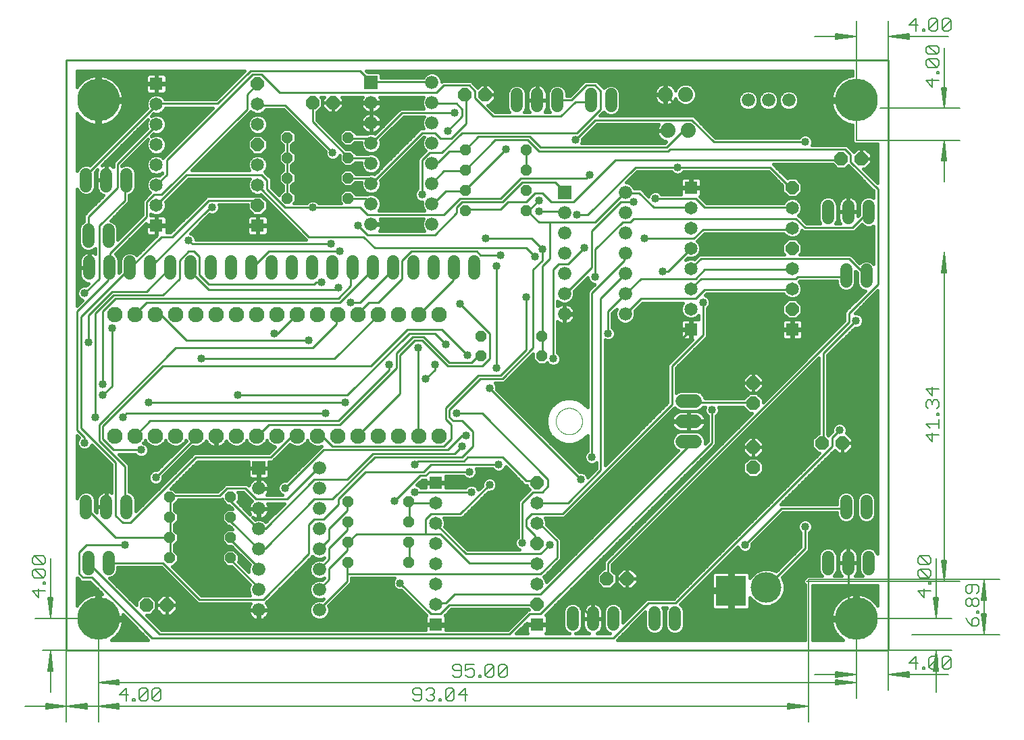
<source format=gtl>
G75*
%MOIN*%
%OFA0B0*%
%FSLAX25Y25*%
%IPPOS*%
%LPD*%
%AMOC8*
5,1,8,0,0,1.08239X$1,22.5*
%
%ADD10C,0.01000*%
%ADD11C,0.00512*%
%ADD12C,0.00600*%
%ADD13C,0.07600*%
%ADD14OC8,0.05200*%
%ADD15R,0.06600X0.06600*%
%ADD16C,0.06600*%
%ADD17C,0.06600*%
%ADD18C,0.00000*%
%ADD19OC8,0.06600*%
%ADD20C,0.07400*%
%ADD21C,0.06496*%
%ADD22R,0.06496X0.06496*%
%ADD23OC8,0.06496*%
%ADD24R,0.15157X0.15157*%
%ADD25C,0.15157*%
%ADD26C,0.06000*%
%ADD27C,0.21000*%
%ADD28C,0.04000*%
%ADD29C,0.01600*%
%ADD30C,0.02978*%
D10*
X0021728Y0036492D02*
X0427240Y0036492D01*
X0427240Y0327831D01*
X0021728Y0327831D01*
X0021728Y0036492D01*
X0034328Y0072492D02*
X0064028Y0042792D01*
X0291728Y0042792D01*
X0308828Y0059892D01*
X0322328Y0059892D01*
X0399728Y0137292D01*
X0399728Y0141792D01*
X0403328Y0145392D01*
X0395228Y0139092D02*
X0394681Y0138854D01*
X0395228Y0139092D02*
X0395228Y0183192D01*
X0411428Y0199392D01*
X0407828Y0198492D02*
X0407828Y0202992D01*
X0422228Y0217392D01*
X0422228Y0264192D01*
X0408728Y0277692D01*
X0408728Y0281292D01*
X0406028Y0283992D01*
X0319628Y0283992D01*
X0318728Y0283092D01*
X0254828Y0283092D01*
X0249428Y0288492D01*
X0233228Y0288492D01*
X0218828Y0274092D01*
X0218539Y0273736D01*
X0217928Y0273192D01*
X0208028Y0273192D01*
X0202628Y0267792D01*
X0202122Y0266925D01*
X0197228Y0261492D02*
X0197228Y0278592D01*
X0200828Y0282192D01*
X0207128Y0282192D01*
X0217028Y0292092D01*
X0273728Y0292092D01*
X0285428Y0303792D01*
X0285428Y0312792D01*
X0282728Y0315492D01*
X0278228Y0315492D01*
X0271028Y0308292D01*
X0264728Y0308292D01*
X0264012Y0308146D01*
X0265628Y0300192D02*
X0232328Y0300192D01*
X0223328Y0309192D01*
X0223328Y0312792D01*
X0220628Y0315492D01*
X0208028Y0315492D01*
X0204428Y0311892D01*
X0127028Y0311892D01*
X0123496Y0315425D01*
X0118028Y0320892D01*
X0113528Y0320892D01*
X0071228Y0278592D01*
X0071228Y0271392D01*
X0066728Y0266892D01*
X0066098Y0266217D01*
X0064928Y0261492D02*
X0068528Y0261492D01*
X0110828Y0303792D01*
X0110828Y0310992D01*
X0115328Y0315492D01*
X0116098Y0316217D01*
X0112628Y0322692D02*
X0166628Y0322692D01*
X0172028Y0317292D01*
X0172122Y0316925D01*
X0172928Y0317292D01*
X0201728Y0317292D01*
X0202122Y0316925D01*
X0202122Y0306925D02*
X0202628Y0306492D01*
X0214328Y0306492D01*
X0217028Y0303792D01*
X0217028Y0300192D01*
X0209828Y0292992D01*
X0211628Y0289392D02*
X0206228Y0289392D01*
X0203528Y0292092D01*
X0197228Y0292092D01*
X0172928Y0267792D01*
X0172122Y0266925D01*
X0172028Y0267792D01*
X0170228Y0269592D01*
X0161228Y0269592D01*
X0160665Y0269799D01*
X0172122Y0276925D02*
X0172028Y0277692D01*
X0170228Y0279492D01*
X0161228Y0279492D01*
X0160665Y0279799D01*
X0160328Y0280392D01*
X0143228Y0297492D01*
X0143228Y0306492D01*
X0143185Y0306925D01*
X0129728Y0305592D02*
X0153128Y0282192D01*
X0160665Y0289799D02*
X0161228Y0289392D01*
X0170228Y0289392D01*
X0172028Y0287592D01*
X0172122Y0286925D01*
X0172928Y0287592D01*
X0187328Y0301992D01*
X0213428Y0301992D01*
X0218828Y0296592D02*
X0211628Y0289392D01*
X0210728Y0283092D02*
X0205328Y0277692D01*
X0202628Y0277692D01*
X0202122Y0276925D01*
X0210728Y0283092D02*
X0217928Y0283092D01*
X0218539Y0283736D01*
X0218828Y0283992D01*
X0225128Y0290292D01*
X0250328Y0290292D01*
X0255728Y0284892D01*
X0317828Y0284892D01*
X0325928Y0292992D01*
X0327728Y0292992D01*
X0328539Y0293185D01*
X0330428Y0298392D02*
X0282728Y0298392D01*
X0272828Y0288492D01*
X0265628Y0300192D02*
X0272828Y0307392D01*
X0280028Y0307392D01*
X0280508Y0308146D01*
X0317280Y0310980D02*
X0328068Y0300192D01*
X0331174Y0300192D01*
X0335031Y0296335D01*
X0340626Y0296335D01*
X0341228Y0287592D02*
X0330428Y0298392D01*
X0341228Y0287592D02*
X0386228Y0287592D01*
X0369128Y0274992D02*
X0379028Y0265092D01*
X0379878Y0265035D01*
X0379028Y0255192D02*
X0379878Y0255035D01*
X0379028Y0255192D02*
X0336728Y0255192D01*
X0332228Y0259692D01*
X0312428Y0259692D01*
X0311528Y0255192D02*
X0329528Y0255192D01*
X0329878Y0255035D01*
X0335828Y0244392D02*
X0331328Y0239892D01*
X0307028Y0239892D01*
X0299828Y0247992D02*
X0296228Y0247992D01*
X0282728Y0234492D01*
X0282728Y0220992D01*
X0280928Y0225492D02*
X0268328Y0212892D01*
X0267476Y0212673D01*
X0262028Y0224592D02*
X0264728Y0227292D01*
X0269228Y0227292D01*
X0277328Y0235392D01*
X0280928Y0243492D02*
X0280928Y0225492D01*
X0280928Y0212892D02*
X0297128Y0229092D01*
X0297128Y0231792D01*
X0297476Y0232673D01*
X0297476Y0222673D02*
X0297128Y0221892D01*
X0285428Y0210192D01*
X0285428Y0125592D01*
X0269228Y0109392D01*
X0253928Y0109392D01*
X0253894Y0109366D01*
X0252128Y0114792D02*
X0256628Y0114792D01*
X0259328Y0117492D01*
X0259328Y0121092D01*
X0226928Y0153492D01*
X0214328Y0153492D01*
X0210728Y0151692D02*
X0212528Y0149892D01*
X0217028Y0149892D01*
X0222428Y0144492D01*
X0222428Y0137292D01*
X0217028Y0131892D01*
X0173828Y0131892D01*
X0153128Y0111192D01*
X0144128Y0111192D01*
X0119828Y0086892D01*
X0117128Y0086892D01*
X0116610Y0086492D01*
X0116228Y0086892D01*
X0102728Y0100392D01*
X0102728Y0102192D01*
X0102673Y0102240D01*
X0096531Y0107358D02*
X0092594Y0103421D01*
X0092594Y0075862D01*
X0102728Y0081492D02*
X0102673Y0082240D01*
X0102728Y0081492D02*
X0117128Y0067092D01*
X0116610Y0066492D01*
X0118928Y0061692D02*
X0141428Y0084192D01*
X0141428Y0098592D01*
X0144128Y0101292D01*
X0148628Y0101292D01*
X0155828Y0108492D01*
X0155828Y0111192D01*
X0169328Y0124692D01*
X0198128Y0124692D01*
X0201728Y0128292D01*
X0235028Y0128292D01*
X0236828Y0131892D02*
X0219728Y0131892D01*
X0217928Y0130092D01*
X0195428Y0130092D01*
X0193628Y0128292D01*
X0199028Y0122892D02*
X0200828Y0124692D01*
X0220628Y0124692D01*
X0213428Y0133692D02*
X0217028Y0137292D01*
X0213428Y0133692D02*
X0172928Y0133692D01*
X0160328Y0121092D01*
X0144128Y0121092D01*
X0119828Y0096792D01*
X0117128Y0096792D01*
X0116610Y0096492D01*
X0116228Y0096792D01*
X0102728Y0110292D01*
X0102728Y0112092D01*
X0102673Y0112240D01*
X0100928Y0116592D02*
X0097328Y0112992D01*
X0073028Y0112992D01*
X0072673Y0112240D01*
X0073028Y0112092D01*
X0073028Y0103092D01*
X0072673Y0102240D01*
X0073028Y0102192D01*
X0073028Y0092292D01*
X0072673Y0092240D01*
X0072128Y0092292D01*
X0046028Y0092292D01*
X0031628Y0106692D01*
X0031413Y0107358D01*
X0046028Y0103092D02*
X0046028Y0129192D01*
X0028928Y0146292D01*
X0028928Y0201192D01*
X0052328Y0224592D01*
X0053028Y0225469D01*
X0053228Y0225492D01*
X0068528Y0240792D01*
X0073928Y0240792D01*
X0091928Y0258792D01*
X0113528Y0258792D01*
X0115328Y0256992D01*
X0116098Y0256217D01*
X0120728Y0264192D02*
X0129728Y0255192D01*
X0143228Y0255192D01*
X0166628Y0255192D01*
X0170228Y0251592D01*
X0208028Y0251592D01*
X0216128Y0259692D01*
X0235928Y0259692D01*
X0245828Y0269592D01*
X0278228Y0269592D01*
X0280028Y0271392D01*
X0292628Y0278592D02*
X0271928Y0257892D01*
X0261128Y0257892D01*
X0256628Y0262392D01*
X0253028Y0262392D01*
X0248528Y0257892D01*
X0239528Y0257892D01*
X0235928Y0254292D01*
X0218828Y0254292D01*
X0218539Y0253736D01*
X0214328Y0252492D02*
X0214328Y0255192D01*
X0217028Y0257892D01*
X0236828Y0257892D01*
X0246728Y0267792D01*
X0262928Y0267792D01*
X0267428Y0263292D01*
X0267476Y0262673D01*
X0267428Y0253392D02*
X0254828Y0253392D01*
X0249428Y0253392D02*
X0248539Y0253736D01*
X0249428Y0253392D02*
X0254828Y0258792D01*
X0249428Y0253392D02*
X0254828Y0247992D01*
X0260228Y0247992D01*
X0260228Y0229992D01*
X0256628Y0226392D01*
X0256628Y0192192D01*
X0256295Y0191650D01*
X0256628Y0191292D01*
X0256628Y0182292D01*
X0256295Y0181965D01*
X0252128Y0185892D02*
X0252128Y0224592D01*
X0256628Y0229092D01*
X0256628Y0234492D01*
X0251228Y0239892D01*
X0228728Y0239892D01*
X0224228Y0233592D02*
X0191828Y0233592D01*
X0187328Y0229092D01*
X0187328Y0220092D01*
X0175628Y0208392D01*
X0171128Y0208392D01*
X0165728Y0202992D01*
X0165665Y0202437D01*
X0166628Y0208392D02*
X0162128Y0208392D01*
X0166628Y0208392D02*
X0182828Y0224592D01*
X0183028Y0225469D01*
X0173028Y0225469D02*
X0172928Y0224592D01*
X0156728Y0208392D01*
X0061328Y0208392D01*
X0055928Y0202992D01*
X0055665Y0202437D01*
X0065665Y0202437D02*
X0065828Y0202092D01*
X0068528Y0202092D01*
X0081128Y0189492D01*
X0141428Y0189492D01*
X0143228Y0185892D02*
X0154928Y0197592D01*
X0154928Y0202092D01*
X0155665Y0202437D01*
X0155828Y0210192D02*
X0046028Y0210192D01*
X0039728Y0203892D01*
X0039728Y0167892D01*
X0044228Y0166992D02*
X0039728Y0162492D01*
X0044228Y0166992D02*
X0044228Y0195792D01*
X0036128Y0202992D02*
X0036128Y0151692D01*
X0037928Y0148092D02*
X0075728Y0185892D01*
X0143228Y0185892D01*
X0154028Y0180492D02*
X0175628Y0202092D01*
X0175665Y0202437D01*
X0190028Y0194892D02*
X0207128Y0194892D01*
X0219728Y0182292D01*
X0221528Y0178692D02*
X0210728Y0178692D01*
X0198128Y0191292D01*
X0192728Y0191292D01*
X0184628Y0183192D01*
X0184628Y0175992D01*
X0156728Y0148092D01*
X0121628Y0148092D01*
X0116228Y0142692D01*
X0115665Y0142437D01*
X0122528Y0131892D02*
X0085628Y0131892D01*
X0053228Y0099492D01*
X0049628Y0099492D01*
X0046028Y0103092D01*
X0050528Y0107592D02*
X0051413Y0107358D01*
X0050528Y0107592D02*
X0050528Y0127392D01*
X0037928Y0139992D01*
X0037928Y0148092D01*
X0039728Y0147192D02*
X0069428Y0176892D01*
X0172028Y0176892D01*
X0190028Y0194892D01*
X0190928Y0193092D02*
X0203528Y0193092D01*
X0208928Y0187692D01*
X0209828Y0176892D02*
X0197228Y0189492D01*
X0193628Y0189492D01*
X0186428Y0182292D01*
X0186428Y0163392D01*
X0165728Y0142692D01*
X0165665Y0142437D01*
X0155828Y0149892D02*
X0063128Y0149892D01*
X0055928Y0142692D01*
X0055665Y0142437D01*
X0058628Y0135492D02*
X0045128Y0135492D01*
X0039728Y0140892D01*
X0039728Y0147192D01*
X0030728Y0141792D02*
X0030728Y0139092D01*
X0030728Y0141792D02*
X0027128Y0145392D01*
X0027128Y0203892D01*
X0042428Y0219192D01*
X0042428Y0224592D01*
X0043028Y0225469D01*
X0043328Y0225492D01*
X0043328Y0232692D01*
X0061328Y0250692D01*
X0061328Y0257892D01*
X0064928Y0261492D01*
X0066728Y0256992D02*
X0066098Y0256217D01*
X0066728Y0256992D02*
X0081128Y0271392D01*
X0118028Y0271392D01*
X0120728Y0268692D01*
X0120728Y0264192D01*
X0116228Y0265992D02*
X0116098Y0266217D01*
X0116228Y0265992D02*
X0141428Y0240792D01*
X0168428Y0240792D01*
X0173828Y0235392D01*
X0248528Y0235392D01*
X0253028Y0230892D01*
X0262028Y0224592D02*
X0262028Y0180492D01*
X0269760Y0186098D02*
X0269760Y0166413D01*
X0273697Y0162476D01*
X0271902Y0160681D01*
X0265219Y0160681D01*
X0263581Y0159043D01*
X0245635Y0159043D01*
X0236828Y0170592D02*
X0252128Y0185892D01*
X0248528Y0184992D02*
X0248528Y0211092D01*
X0234128Y0226392D02*
X0234128Y0175992D01*
X0235928Y0172392D02*
X0248528Y0184992D01*
X0235928Y0172392D02*
X0225128Y0172392D01*
X0208928Y0156192D01*
X0208928Y0150792D01*
X0211628Y0148092D01*
X0211628Y0140892D01*
X0208028Y0137292D01*
X0153128Y0137292D01*
X0148628Y0141792D01*
X0145928Y0141792D01*
X0145665Y0142437D01*
X0148628Y0135492D02*
X0209828Y0135492D01*
X0217028Y0142692D01*
X0218828Y0142692D01*
X0210728Y0151692D02*
X0210728Y0155292D01*
X0226028Y0170592D01*
X0236828Y0170592D01*
X0230528Y0166092D02*
X0275528Y0121092D01*
X0280928Y0131892D02*
X0280928Y0212892D01*
X0289028Y0203892D02*
X0297128Y0211992D01*
X0297476Y0212673D01*
X0298028Y0212892D01*
X0305228Y0220092D01*
X0332228Y0220092D01*
X0336728Y0224592D01*
X0379028Y0224592D01*
X0379878Y0225035D01*
X0382628Y0220992D02*
X0381728Y0220092D01*
X0334928Y0220092D01*
X0330428Y0215592D01*
X0329878Y0215035D01*
X0332228Y0210192D02*
X0336728Y0214692D01*
X0379028Y0214692D01*
X0379878Y0215035D01*
X0382628Y0220992D02*
X0406028Y0220992D01*
X0406492Y0221531D01*
X0407828Y0229992D02*
X0415928Y0221892D01*
X0416492Y0221531D01*
X0407828Y0229992D02*
X0334928Y0229992D01*
X0330428Y0225492D01*
X0329878Y0225035D01*
X0329528Y0234492D02*
X0329878Y0235035D01*
X0329528Y0234492D02*
X0318728Y0223692D01*
X0316028Y0223692D01*
X0305228Y0210192D02*
X0298028Y0202992D01*
X0297476Y0202673D01*
X0289028Y0203892D02*
X0289028Y0193092D01*
X0309130Y0186098D02*
X0309130Y0158539D01*
X0320528Y0157992D02*
X0320528Y0176892D01*
X0335828Y0192192D01*
X0335828Y0208392D01*
X0332228Y0210192D02*
X0305228Y0210192D01*
X0320941Y0186098D02*
X0329878Y0195035D01*
X0332752Y0186098D02*
X0332752Y0182161D01*
X0332752Y0186098D02*
X0356374Y0209720D01*
X0371059Y0195035D01*
X0379878Y0195035D01*
X0407828Y0198492D02*
X0289028Y0079692D01*
X0289028Y0072492D01*
X0288382Y0071925D01*
X0274271Y0059540D02*
X0269790Y0059540D01*
X0266427Y0056177D01*
X0261886Y0056177D01*
X0255728Y0054492D02*
X0340328Y0139092D01*
X0340328Y0155292D01*
X0329528Y0158892D02*
X0328776Y0159681D01*
X0329528Y0158892D02*
X0360128Y0158892D01*
X0360587Y0158618D01*
X0328776Y0139681D02*
X0328628Y0139092D01*
X0328628Y0137292D01*
X0255728Y0064392D01*
X0213428Y0064392D01*
X0208928Y0059892D01*
X0204428Y0059892D01*
X0203894Y0059366D01*
X0201728Y0054492D02*
X0186428Y0069792D01*
X0190547Y0080114D02*
X0190928Y0080592D01*
X0190928Y0089592D01*
X0190547Y0090114D01*
X0199028Y0094092D02*
X0199028Y0101292D01*
X0201728Y0103992D01*
X0216128Y0103992D01*
X0230528Y0118392D01*
X0221528Y0114792D02*
X0193628Y0114792D01*
X0190547Y0110114D02*
X0190928Y0109392D01*
X0203528Y0109392D01*
X0203894Y0109366D01*
X0203894Y0099366D02*
X0204428Y0098592D01*
X0218828Y0084192D01*
X0255728Y0084192D01*
X0260228Y0088692D01*
X0263828Y0090492D02*
X0263828Y0082392D01*
X0255728Y0074292D01*
X0160328Y0074292D01*
X0160328Y0079692D01*
X0160547Y0080114D01*
X0160328Y0074292D02*
X0160328Y0070692D01*
X0146828Y0057192D01*
X0146610Y0056492D01*
X0146610Y0066492D02*
X0146828Y0067092D01*
X0151328Y0071592D01*
X0151328Y0076992D01*
X0160328Y0085992D01*
X0160328Y0089592D01*
X0160547Y0090114D01*
X0161228Y0090492D01*
X0164828Y0094092D01*
X0199028Y0094092D01*
X0206228Y0094092D01*
X0220628Y0079692D01*
X0253028Y0079692D01*
X0253894Y0079366D01*
X0253894Y0089366D02*
X0253028Y0089592D01*
X0253028Y0093192D01*
X0248528Y0097692D01*
X0248528Y0101292D01*
X0251228Y0103992D01*
X0266528Y0103992D01*
X0320528Y0157992D01*
X0320941Y0186098D02*
X0309130Y0186098D01*
X0356374Y0237280D02*
X0375690Y0237280D01*
X0377994Y0239583D01*
X0385566Y0239583D01*
X0391807Y0233343D01*
X0386228Y0245292D02*
X0381728Y0249792D01*
X0301628Y0249792D01*
X0299828Y0247992D01*
X0311528Y0255192D02*
X0304328Y0262392D01*
X0298028Y0262392D01*
X0297476Y0262673D01*
X0297128Y0262392D01*
X0282728Y0247992D01*
X0260228Y0247992D01*
X0267476Y0252673D02*
X0267428Y0253392D01*
X0273728Y0251592D02*
X0279128Y0251592D01*
X0302528Y0274992D01*
X0323228Y0274992D01*
X0369128Y0274992D01*
X0403328Y0278592D02*
X0403972Y0279366D01*
X0403328Y0278592D02*
X0292628Y0278592D01*
X0295328Y0257892D02*
X0280928Y0243492D01*
X0295328Y0257892D02*
X0301628Y0257892D01*
X0335828Y0244392D02*
X0379028Y0244392D01*
X0379878Y0245035D01*
X0386228Y0245292D02*
X0409628Y0245292D01*
X0416828Y0252492D01*
X0417555Y0253028D01*
X0407555Y0253028D02*
X0407555Y0272713D01*
X0248539Y0273736D02*
X0248528Y0274092D01*
X0248528Y0283092D01*
X0248539Y0283736D01*
X0238628Y0283992D02*
X0218828Y0264192D01*
X0218539Y0263736D01*
X0217928Y0263292D01*
X0208928Y0263292D01*
X0202628Y0256992D01*
X0202122Y0256925D01*
X0191020Y0245154D02*
X0189248Y0246925D01*
X0172122Y0246925D01*
X0170228Y0241692D02*
X0165728Y0246192D01*
X0170228Y0241692D02*
X0203528Y0241692D01*
X0214328Y0252492D01*
X0224228Y0233592D02*
X0226028Y0231792D01*
X0235928Y0231792D01*
X0213028Y0225469D02*
X0212528Y0224592D01*
X0212528Y0219192D01*
X0196328Y0202992D01*
X0195665Y0202437D01*
X0190928Y0193092D02*
X0160328Y0162492D01*
X0106328Y0162492D01*
X0088328Y0180492D02*
X0154028Y0180492D01*
X0135128Y0202092D02*
X0126128Y0193092D01*
X0124328Y0193092D01*
X0135128Y0202092D02*
X0135665Y0202437D01*
X0144128Y0217392D02*
X0091928Y0217392D01*
X0087428Y0221892D01*
X0087428Y0230892D01*
X0084728Y0233592D01*
X0082028Y0233592D01*
X0077528Y0229092D01*
X0077528Y0220092D01*
X0069428Y0211992D01*
X0045128Y0211992D01*
X0036128Y0202992D01*
X0032528Y0202092D02*
X0032528Y0188592D01*
X0032528Y0202092D02*
X0044228Y0213792D01*
X0061328Y0213792D01*
X0072128Y0224592D01*
X0073028Y0225469D01*
X0063128Y0225492D02*
X0063028Y0225469D01*
X0063128Y0225492D02*
X0092828Y0255192D01*
X0093728Y0255192D01*
X0082028Y0238992D02*
X0083828Y0237192D01*
X0152228Y0237192D01*
X0156728Y0233592D02*
X0121628Y0233592D01*
X0113528Y0225492D01*
X0113028Y0225469D01*
X0091928Y0214692D02*
X0154928Y0214692D01*
X0155828Y0215592D01*
X0155828Y0210192D02*
X0162128Y0216492D01*
X0162128Y0224592D01*
X0163028Y0225469D01*
X0147728Y0218292D02*
X0145028Y0218292D01*
X0144128Y0217392D01*
X0091928Y0214692D02*
X0083828Y0222792D01*
X0083828Y0224592D01*
X0083028Y0225469D01*
X0057161Y0253028D02*
X0057161Y0280587D01*
X0046928Y0276792D02*
X0065828Y0295692D01*
X0066098Y0296217D01*
X0065828Y0305592D02*
X0066098Y0306217D01*
X0066728Y0306492D01*
X0096428Y0306492D01*
X0112628Y0322692D01*
X0116098Y0306217D02*
X0116228Y0305592D01*
X0129728Y0305592D01*
X0130665Y0289799D02*
X0130628Y0289392D01*
X0130628Y0280392D01*
X0130665Y0279799D01*
X0130628Y0279492D01*
X0130628Y0270492D01*
X0130665Y0269799D01*
X0130628Y0269592D01*
X0130628Y0260592D01*
X0130665Y0259799D01*
X0160665Y0259799D02*
X0161228Y0259692D01*
X0169328Y0259692D01*
X0172028Y0256992D01*
X0172122Y0256925D01*
X0187083Y0268776D02*
X0187083Y0276650D01*
X0179209Y0279403D02*
X0179209Y0288461D01*
X0183146Y0292398D01*
X0218828Y0296592D02*
X0218828Y0310092D01*
X0218303Y0310862D01*
X0216128Y0207492D02*
X0230528Y0193092D01*
X0230528Y0180492D01*
X0226928Y0176892D01*
X0209828Y0176892D01*
X0203528Y0177792D02*
X0203528Y0175092D01*
X0199028Y0170592D01*
X0195428Y0185892D02*
X0195428Y0142692D01*
X0195665Y0142437D01*
X0196328Y0122892D02*
X0199028Y0122892D01*
X0196328Y0122892D02*
X0183728Y0110292D01*
X0190928Y0109392D02*
X0190928Y0100392D01*
X0190547Y0100114D01*
X0160547Y0100114D02*
X0160328Y0099492D01*
X0160328Y0095892D01*
X0151328Y0086892D01*
X0151328Y0081492D01*
X0146828Y0076992D01*
X0146610Y0076492D01*
X0146610Y0086492D02*
X0146828Y0086892D01*
X0151328Y0091392D01*
X0151328Y0096792D01*
X0160328Y0105792D01*
X0160328Y0109392D01*
X0160547Y0110114D01*
X0146610Y0126492D02*
X0145928Y0126492D01*
X0130628Y0111192D01*
X0115328Y0111192D01*
X0109928Y0116592D01*
X0100928Y0116592D01*
X0122528Y0131892D02*
X0132428Y0141792D01*
X0135128Y0141792D01*
X0135665Y0142437D01*
X0148628Y0135492D02*
X0129728Y0116592D01*
X0102673Y0092240D02*
X0102728Y0091392D01*
X0117128Y0076992D01*
X0116610Y0076492D01*
X0118928Y0061692D02*
X0087428Y0061692D01*
X0069428Y0079692D01*
X0043328Y0079692D01*
X0042476Y0079799D01*
X0032528Y0079692D02*
X0032476Y0079799D01*
X0032528Y0079692D02*
X0067628Y0044592D01*
X0240428Y0044592D01*
X0250328Y0054492D01*
X0255728Y0054492D01*
X0253894Y0059366D02*
X0253028Y0058992D01*
X0210728Y0058992D01*
X0206228Y0054492D01*
X0201728Y0054492D01*
X0203894Y0049366D02*
X0239864Y0049366D01*
X0242201Y0051703D01*
X0234327Y0048303D02*
X0204957Y0048303D01*
X0203894Y0049366D01*
X0246728Y0089592D02*
X0246728Y0109392D01*
X0252128Y0114792D01*
X0253894Y0119366D02*
X0253028Y0120192D01*
X0248528Y0120192D01*
X0236828Y0131892D01*
X0253894Y0099366D02*
X0253928Y0098592D01*
X0255728Y0098592D01*
X0263828Y0090492D01*
X0274271Y0059540D02*
X0281571Y0052240D01*
X0356528Y0088692D02*
X0374528Y0106692D01*
X0406028Y0106692D01*
X0406492Y0107358D01*
X0386228Y0097692D02*
X0386228Y0086892D01*
X0367328Y0067992D01*
X0367004Y0067594D01*
X0407555Y0056177D02*
X0411492Y0052240D01*
X0407555Y0056177D02*
X0407555Y0079799D01*
X0226028Y0181392D02*
X0226295Y0181965D01*
X0226028Y0181392D02*
X0224228Y0181392D01*
X0221528Y0178692D01*
X0181028Y0177792D02*
X0181028Y0175092D01*
X0155828Y0149892D01*
X0149528Y0153492D02*
X0051428Y0153492D01*
X0049628Y0151692D01*
X0062228Y0158892D02*
X0159428Y0158892D01*
X0085665Y0142437D02*
X0085628Y0141792D01*
X0065828Y0121992D01*
X0072673Y0092240D02*
X0073028Y0091392D01*
X0073028Y0082392D01*
X0072673Y0082240D01*
X0050528Y0088692D02*
X0031628Y0088692D01*
X0028028Y0085092D01*
X0028028Y0074292D01*
X0029828Y0072492D01*
X0034328Y0072492D01*
X0096531Y0058903D02*
X0098943Y0056492D01*
X0116610Y0056492D01*
X0030728Y0212892D02*
X0037928Y0220092D01*
X0037928Y0246192D01*
X0050528Y0258792D01*
X0050528Y0268692D01*
X0051413Y0268776D01*
X0046928Y0265092D02*
X0046928Y0276792D01*
X0046928Y0265092D02*
X0032528Y0250692D01*
X0032528Y0241692D01*
X0032476Y0241217D01*
X0031413Y0268776D02*
X0031628Y0269592D01*
X0031628Y0271392D01*
X0065828Y0305592D01*
D11*
X0021472Y0008933D02*
X0001256Y0008933D01*
X0011492Y0008421D02*
X0021472Y0008933D01*
X0011492Y0007909D01*
X0011492Y0007676D02*
X0021472Y0008933D01*
X0011492Y0009957D01*
X0011492Y0010190D02*
X0011492Y0007676D01*
X0011492Y0009445D02*
X0021472Y0008933D01*
X0011492Y0010190D01*
X0013854Y0016020D02*
X0013854Y0036236D01*
X0014878Y0026256D01*
X0015111Y0026256D02*
X0013854Y0036236D01*
X0012831Y0026256D01*
X0012597Y0026256D02*
X0015111Y0026256D01*
X0014366Y0026256D02*
X0013854Y0036236D01*
X0013343Y0026256D01*
X0012597Y0026256D02*
X0013854Y0036236D01*
X0009917Y0036492D02*
X0021531Y0036492D01*
X0021728Y0036492D02*
X0021728Y0001256D01*
X0021728Y0048303D01*
X0013854Y0052496D02*
X0014878Y0062476D01*
X0015111Y0062476D02*
X0013854Y0052496D01*
X0012831Y0062476D01*
X0012597Y0062476D02*
X0015111Y0062476D01*
X0014366Y0062476D02*
X0013854Y0052496D01*
X0013343Y0062476D01*
X0012597Y0062476D02*
X0013854Y0052496D01*
X0013854Y0081945D01*
X0006177Y0052240D02*
X0037476Y0052240D01*
X0037476Y0001256D01*
X0037732Y0008933D02*
X0047713Y0007909D01*
X0047713Y0007676D02*
X0037732Y0008933D01*
X0047713Y0009957D01*
X0047713Y0010190D02*
X0047713Y0007676D01*
X0047713Y0008421D02*
X0037732Y0008933D01*
X0047713Y0009445D01*
X0047713Y0010190D02*
X0037732Y0008933D01*
X0067181Y0008933D01*
X0047713Y0019487D02*
X0047713Y0022001D01*
X0037732Y0020744D01*
X0047713Y0019720D01*
X0047713Y0019487D02*
X0037732Y0020744D01*
X0047713Y0021768D01*
X0047713Y0021256D02*
X0037732Y0020744D01*
X0047713Y0020232D01*
X0037732Y0020744D02*
X0411236Y0020744D01*
X0401256Y0019720D01*
X0401256Y0019487D02*
X0411236Y0020744D01*
X0401256Y0021768D01*
X0401256Y0022001D02*
X0401256Y0019487D01*
X0401256Y0020232D02*
X0411236Y0020744D01*
X0401256Y0021256D01*
X0401256Y0022001D02*
X0411236Y0020744D01*
X0411492Y0017004D02*
X0411492Y0052240D01*
X0458539Y0052240D01*
X0450862Y0052496D02*
X0451886Y0062476D01*
X0452119Y0062476D02*
X0450862Y0052496D01*
X0449839Y0062476D01*
X0449605Y0062476D02*
X0452119Y0062476D01*
X0451374Y0062476D02*
X0450862Y0052496D01*
X0450350Y0062476D01*
X0449605Y0062476D02*
X0450862Y0052496D01*
X0450862Y0081945D01*
X0453542Y0080813D02*
X0456056Y0080813D01*
X0454799Y0070833D01*
X0455823Y0080813D01*
X0455311Y0080813D02*
X0454799Y0070833D01*
X0453776Y0080813D01*
X0453542Y0080813D02*
X0454799Y0070833D01*
X0454287Y0080813D01*
X0454799Y0070833D02*
X0454799Y0233087D01*
X0455823Y0223106D01*
X0456056Y0223106D02*
X0454799Y0233087D01*
X0453776Y0223106D01*
X0453542Y0223106D02*
X0456056Y0223106D01*
X0455311Y0223106D02*
X0454799Y0233087D01*
X0454287Y0223106D01*
X0453542Y0223106D02*
X0454799Y0233087D01*
X0454799Y0233343D02*
X0454799Y0233343D01*
X0454799Y0267988D02*
X0454799Y0288205D01*
X0455823Y0278224D01*
X0456056Y0278224D02*
X0454799Y0288205D01*
X0453776Y0278224D01*
X0453542Y0278224D02*
X0456056Y0278224D01*
X0455311Y0278224D02*
X0454799Y0288205D01*
X0454287Y0278224D01*
X0453542Y0278224D02*
X0454799Y0288205D01*
X0462476Y0288461D02*
X0411492Y0288461D01*
X0411492Y0347319D01*
X0411236Y0339642D02*
X0401256Y0338618D01*
X0401256Y0338385D02*
X0411236Y0339642D01*
X0401256Y0340665D01*
X0401256Y0340899D02*
X0401256Y0338385D01*
X0401256Y0339130D02*
X0411236Y0339642D01*
X0401256Y0340154D01*
X0401256Y0340899D02*
X0411236Y0339642D01*
X0391020Y0339642D01*
X0427496Y0339642D02*
X0437476Y0338618D01*
X0437476Y0338385D02*
X0427496Y0339642D01*
X0437476Y0340665D01*
X0437476Y0340899D02*
X0437476Y0338385D01*
X0437476Y0339130D02*
X0427496Y0339642D01*
X0437476Y0340154D01*
X0437476Y0340899D02*
X0427496Y0339642D01*
X0456945Y0339642D01*
X0454799Y0333913D02*
X0454799Y0304465D01*
X0455823Y0314445D01*
X0456056Y0314445D02*
X0454799Y0304465D01*
X0453776Y0314445D01*
X0453542Y0314445D02*
X0456056Y0314445D01*
X0455311Y0314445D02*
X0454799Y0304465D01*
X0454287Y0314445D01*
X0453542Y0314445D02*
X0454799Y0304465D01*
X0462476Y0304209D02*
X0423303Y0304209D01*
X0427240Y0296335D02*
X0427240Y0347319D01*
X0388028Y0071477D02*
X0482161Y0071477D01*
X0474484Y0071221D02*
X0475508Y0061241D01*
X0475741Y0061241D02*
X0474484Y0071221D01*
X0473461Y0061241D01*
X0473227Y0061241D02*
X0475741Y0061241D01*
X0474996Y0061241D02*
X0474484Y0071221D01*
X0473972Y0061241D01*
X0473227Y0061241D02*
X0474484Y0071221D01*
X0474484Y0044622D01*
X0475508Y0054602D01*
X0475741Y0054602D02*
X0474484Y0044622D01*
X0473461Y0054602D01*
X0473227Y0054602D02*
X0475741Y0054602D01*
X0474996Y0054602D02*
X0474484Y0044622D01*
X0473972Y0054602D01*
X0473227Y0054602D02*
X0474484Y0044622D01*
X0482161Y0044366D02*
X0439051Y0044366D01*
X0427240Y0052240D02*
X0427240Y0017004D01*
X0427496Y0024681D02*
X0437476Y0023657D01*
X0437476Y0023424D02*
X0427496Y0024681D01*
X0437476Y0025705D01*
X0437476Y0025938D02*
X0437476Y0023424D01*
X0437476Y0024169D02*
X0427496Y0024681D01*
X0437476Y0025193D01*
X0437476Y0025938D02*
X0427496Y0024681D01*
X0456945Y0024681D01*
X0452119Y0026256D02*
X0450862Y0036236D01*
X0451886Y0026256D01*
X0452119Y0026256D02*
X0449605Y0026256D01*
X0450862Y0036236D01*
X0449839Y0026256D01*
X0450350Y0026256D02*
X0450862Y0036236D01*
X0451374Y0026256D01*
X0450862Y0036236D02*
X0450862Y0016020D01*
X0458539Y0036492D02*
X0419366Y0036492D01*
X0411236Y0024681D02*
X0401256Y0025705D01*
X0401256Y0025938D02*
X0401256Y0023424D01*
X0411236Y0024681D01*
X0401256Y0023657D01*
X0401256Y0024169D02*
X0411236Y0024681D01*
X0401256Y0025193D01*
X0401256Y0025938D02*
X0411236Y0024681D01*
X0391020Y0024681D01*
X0387772Y0008933D02*
X0377792Y0007909D01*
X0377792Y0007676D02*
X0387772Y0008933D01*
X0377792Y0009957D01*
X0377792Y0010190D02*
X0377792Y0007676D01*
X0377792Y0008421D02*
X0387772Y0008933D01*
X0377792Y0009445D01*
X0377792Y0010190D02*
X0387772Y0008933D01*
X0021984Y0008933D01*
X0031965Y0007909D01*
X0031965Y0007676D02*
X0021984Y0008933D01*
X0031965Y0009957D01*
X0031965Y0010190D02*
X0031965Y0007676D01*
X0031965Y0008421D02*
X0021984Y0008933D01*
X0031965Y0009445D01*
X0031965Y0010190D02*
X0021984Y0008933D01*
X0037476Y0013067D02*
X0037476Y0052240D01*
X0387128Y0070577D02*
X0462476Y0070577D01*
X0411492Y0052240D02*
X0411492Y0013067D01*
X0388028Y0001256D02*
X0388028Y0071477D01*
D12*
X0441895Y0073512D02*
X0441895Y0075647D01*
X0442962Y0076715D01*
X0447233Y0072445D01*
X0448300Y0073512D01*
X0448300Y0075647D01*
X0447233Y0076715D01*
X0442962Y0076715D01*
X0442962Y0078890D02*
X0441895Y0079958D01*
X0441895Y0082093D01*
X0442962Y0083160D01*
X0447233Y0078890D01*
X0448300Y0079958D01*
X0448300Y0082093D01*
X0447233Y0083160D01*
X0442962Y0083160D01*
X0442962Y0078890D02*
X0447233Y0078890D01*
X0447233Y0072445D02*
X0442962Y0072445D01*
X0441895Y0073512D01*
X0447233Y0070289D02*
X0448300Y0070289D01*
X0448300Y0069222D01*
X0447233Y0069222D01*
X0447233Y0070289D01*
X0445098Y0067047D02*
X0445098Y0062776D01*
X0441895Y0065979D01*
X0448300Y0065979D01*
X0465517Y0065669D02*
X0466585Y0064601D01*
X0467652Y0064601D01*
X0468720Y0065669D01*
X0468720Y0068872D01*
X0470855Y0068872D02*
X0466585Y0068872D01*
X0465517Y0067804D01*
X0465517Y0065669D01*
X0466585Y0062426D02*
X0467652Y0062426D01*
X0468720Y0061359D01*
X0468720Y0059223D01*
X0467652Y0058156D01*
X0466585Y0058156D01*
X0465517Y0059223D01*
X0465517Y0061359D01*
X0466585Y0062426D01*
X0468720Y0061359D02*
X0469787Y0062426D01*
X0470855Y0062426D01*
X0471922Y0061359D01*
X0471922Y0059223D01*
X0470855Y0058156D01*
X0469787Y0058156D01*
X0468720Y0059223D01*
X0470855Y0056001D02*
X0471922Y0056001D01*
X0471922Y0054933D01*
X0470855Y0054933D01*
X0470855Y0056001D01*
X0470855Y0052758D02*
X0469787Y0052758D01*
X0468720Y0051690D01*
X0468720Y0048488D01*
X0470855Y0048488D01*
X0471922Y0049555D01*
X0471922Y0051690D01*
X0470855Y0052758D01*
X0466585Y0050623D02*
X0468720Y0048488D01*
X0466585Y0050623D02*
X0465517Y0052758D01*
X0470855Y0064601D02*
X0471922Y0065669D01*
X0471922Y0067804D01*
X0470855Y0068872D01*
X0457093Y0033648D02*
X0458160Y0032581D01*
X0453890Y0028310D01*
X0454958Y0027243D01*
X0457093Y0027243D01*
X0458160Y0028310D01*
X0458160Y0032581D01*
X0457093Y0033648D02*
X0454958Y0033648D01*
X0453890Y0032581D01*
X0453890Y0028310D01*
X0451715Y0028310D02*
X0450647Y0027243D01*
X0448512Y0027243D01*
X0447445Y0028310D01*
X0451715Y0032581D01*
X0451715Y0028310D01*
X0447445Y0028310D02*
X0447445Y0032581D01*
X0448512Y0033648D01*
X0450647Y0033648D01*
X0451715Y0032581D01*
X0445289Y0028310D02*
X0445289Y0027243D01*
X0444222Y0027243D01*
X0444222Y0028310D01*
X0445289Y0028310D01*
X0442047Y0030446D02*
X0437776Y0030446D01*
X0440979Y0033648D01*
X0440979Y0027243D01*
X0449035Y0139785D02*
X0449035Y0144055D01*
X0447967Y0146230D02*
X0445832Y0148365D01*
X0452237Y0148365D01*
X0452237Y0146230D02*
X0452237Y0150501D01*
X0452237Y0152676D02*
X0452237Y0153743D01*
X0451170Y0153743D01*
X0451170Y0152676D01*
X0452237Y0152676D01*
X0451170Y0155898D02*
X0452237Y0156966D01*
X0452237Y0159101D01*
X0451170Y0160169D01*
X0450102Y0160169D01*
X0449035Y0159101D01*
X0449035Y0158034D01*
X0449035Y0159101D02*
X0447967Y0160169D01*
X0446900Y0160169D01*
X0445832Y0159101D01*
X0445832Y0156966D01*
X0446900Y0155898D01*
X0449035Y0162344D02*
X0449035Y0166614D01*
X0452237Y0165547D02*
X0445832Y0165547D01*
X0449035Y0162344D01*
X0452237Y0142987D02*
X0445832Y0142987D01*
X0449035Y0139785D01*
X0239139Y0028644D02*
X0239139Y0024373D01*
X0238071Y0023306D01*
X0235936Y0023306D01*
X0234868Y0024373D01*
X0239139Y0028644D01*
X0238071Y0029711D01*
X0235936Y0029711D01*
X0234868Y0028644D01*
X0234868Y0024373D01*
X0232693Y0024373D02*
X0231626Y0023306D01*
X0229490Y0023306D01*
X0228423Y0024373D01*
X0232693Y0028644D01*
X0232693Y0024373D01*
X0228423Y0024373D02*
X0228423Y0028644D01*
X0229490Y0029711D01*
X0231626Y0029711D01*
X0232693Y0028644D01*
X0226268Y0024373D02*
X0226268Y0023306D01*
X0225200Y0023306D01*
X0225200Y0024373D01*
X0226268Y0024373D01*
X0223025Y0024373D02*
X0221957Y0023306D01*
X0219822Y0023306D01*
X0218755Y0024373D01*
X0218755Y0026509D02*
X0220890Y0027576D01*
X0221957Y0027576D01*
X0223025Y0026509D01*
X0223025Y0024373D01*
X0218755Y0026509D02*
X0218755Y0029711D01*
X0223025Y0029711D01*
X0216579Y0028644D02*
X0216579Y0024373D01*
X0215512Y0023306D01*
X0213377Y0023306D01*
X0212309Y0024373D01*
X0213377Y0026509D02*
X0212309Y0027576D01*
X0212309Y0028644D01*
X0213377Y0029711D01*
X0215512Y0029711D01*
X0216579Y0028644D01*
X0216579Y0026509D02*
X0213377Y0026509D01*
X0212020Y0017900D02*
X0213087Y0016833D01*
X0208817Y0012562D01*
X0209885Y0011495D01*
X0212020Y0011495D01*
X0213087Y0012562D01*
X0213087Y0016833D01*
X0212020Y0017900D02*
X0209885Y0017900D01*
X0208817Y0016833D01*
X0208817Y0012562D01*
X0206662Y0012562D02*
X0206662Y0011495D01*
X0205594Y0011495D01*
X0205594Y0012562D01*
X0206662Y0012562D01*
X0203419Y0012562D02*
X0202351Y0011495D01*
X0200216Y0011495D01*
X0199149Y0012562D01*
X0196974Y0012562D02*
X0196974Y0016833D01*
X0195906Y0017900D01*
X0193771Y0017900D01*
X0192703Y0016833D01*
X0192703Y0015765D01*
X0193771Y0014698D01*
X0196974Y0014698D01*
X0196974Y0012562D02*
X0195906Y0011495D01*
X0193771Y0011495D01*
X0192703Y0012562D01*
X0199149Y0016833D02*
X0200216Y0017900D01*
X0202351Y0017900D01*
X0203419Y0016833D01*
X0203419Y0015765D01*
X0202351Y0014698D01*
X0203419Y0013630D01*
X0203419Y0012562D01*
X0202351Y0014698D02*
X0201284Y0014698D01*
X0215262Y0014698D02*
X0219533Y0014698D01*
X0218465Y0017900D02*
X0218465Y0011495D01*
X0215262Y0014698D02*
X0218465Y0017900D01*
X0068397Y0016833D02*
X0068397Y0012562D01*
X0067329Y0011495D01*
X0065194Y0011495D01*
X0064126Y0012562D01*
X0068397Y0016833D01*
X0067329Y0017900D01*
X0065194Y0017900D01*
X0064126Y0016833D01*
X0064126Y0012562D01*
X0061951Y0012562D02*
X0061951Y0016833D01*
X0057681Y0012562D01*
X0058748Y0011495D01*
X0060884Y0011495D01*
X0061951Y0012562D01*
X0057681Y0012562D02*
X0057681Y0016833D01*
X0058748Y0017900D01*
X0060884Y0017900D01*
X0061951Y0016833D01*
X0055526Y0012562D02*
X0055526Y0011495D01*
X0054458Y0011495D01*
X0054458Y0012562D01*
X0055526Y0012562D01*
X0052283Y0014698D02*
X0048013Y0014698D01*
X0051215Y0017900D01*
X0051215Y0011495D01*
X0008090Y0062776D02*
X0008090Y0067047D01*
X0010225Y0069222D02*
X0010225Y0070289D01*
X0011293Y0070289D01*
X0011293Y0069222D01*
X0010225Y0069222D01*
X0010225Y0072445D02*
X0005955Y0072445D01*
X0004887Y0073512D01*
X0004887Y0075647D01*
X0005955Y0076715D01*
X0010225Y0072445D01*
X0011293Y0073512D01*
X0011293Y0075647D01*
X0010225Y0076715D01*
X0005955Y0076715D01*
X0005955Y0078890D02*
X0004887Y0079958D01*
X0004887Y0082093D01*
X0005955Y0083160D01*
X0010225Y0078890D01*
X0011293Y0079958D01*
X0011293Y0082093D01*
X0010225Y0083160D01*
X0005955Y0083160D01*
X0005955Y0078890D02*
X0010225Y0078890D01*
X0011293Y0065979D02*
X0004887Y0065979D01*
X0008090Y0062776D01*
X0437776Y0345406D02*
X0442047Y0345406D01*
X0444222Y0343271D02*
X0445289Y0343271D01*
X0445289Y0342204D01*
X0444222Y0342204D01*
X0444222Y0343271D01*
X0447445Y0343271D02*
X0447445Y0347541D01*
X0448512Y0348609D01*
X0450647Y0348609D01*
X0451715Y0347541D01*
X0447445Y0343271D01*
X0448512Y0342204D01*
X0450647Y0342204D01*
X0451715Y0343271D01*
X0451715Y0347541D01*
X0453890Y0347541D02*
X0454958Y0348609D01*
X0457093Y0348609D01*
X0458160Y0347541D01*
X0453890Y0343271D01*
X0454958Y0342204D01*
X0457093Y0342204D01*
X0458160Y0343271D01*
X0458160Y0347541D01*
X0453890Y0347541D02*
X0453890Y0343271D01*
X0451170Y0335129D02*
X0446900Y0335129D01*
X0451170Y0330859D01*
X0452237Y0331926D01*
X0452237Y0334061D01*
X0451170Y0335129D01*
X0446900Y0335129D02*
X0445832Y0334061D01*
X0445832Y0331926D01*
X0446900Y0330859D01*
X0451170Y0330859D01*
X0451170Y0328683D02*
X0452237Y0327616D01*
X0452237Y0325481D01*
X0451170Y0324413D01*
X0446900Y0328683D01*
X0451170Y0328683D01*
X0451170Y0324413D02*
X0446900Y0324413D01*
X0445832Y0325481D01*
X0445832Y0327616D01*
X0446900Y0328683D01*
X0451170Y0322258D02*
X0452237Y0322258D01*
X0452237Y0321190D01*
X0451170Y0321190D01*
X0451170Y0322258D01*
X0449035Y0319015D02*
X0449035Y0314745D01*
X0445832Y0317948D01*
X0452237Y0317948D01*
X0440979Y0342204D02*
X0440979Y0348609D01*
X0437776Y0345406D01*
D13*
X0205665Y0202437D03*
X0195665Y0202437D03*
X0185665Y0202437D03*
X0175665Y0202437D03*
X0165665Y0202437D03*
X0155665Y0202437D03*
X0145665Y0202437D03*
X0135665Y0202437D03*
X0125665Y0202437D03*
X0115665Y0202437D03*
X0105665Y0202437D03*
X0095665Y0202437D03*
X0085665Y0202437D03*
X0075665Y0202437D03*
X0065665Y0202437D03*
X0055665Y0202437D03*
X0045665Y0202437D03*
X0045665Y0142437D03*
X0055665Y0142437D03*
X0065665Y0142437D03*
X0075665Y0142437D03*
X0085665Y0142437D03*
X0095665Y0142437D03*
X0105665Y0142437D03*
X0115665Y0142437D03*
X0125665Y0142437D03*
X0135665Y0142437D03*
X0145665Y0142437D03*
X0155665Y0142437D03*
X0165665Y0142437D03*
X0175665Y0142437D03*
X0185665Y0142437D03*
X0195665Y0142437D03*
X0205665Y0142437D03*
D14*
X0190547Y0110114D03*
X0190547Y0100114D03*
X0190547Y0090114D03*
X0190547Y0080114D03*
X0160547Y0080114D03*
X0160547Y0090114D03*
X0160547Y0100114D03*
X0160547Y0110114D03*
X0102673Y0112240D03*
X0102673Y0102240D03*
X0102673Y0092240D03*
X0102673Y0082240D03*
X0072673Y0082240D03*
X0072673Y0092240D03*
X0072673Y0102240D03*
X0072673Y0112240D03*
X0226295Y0181965D03*
X0226295Y0191650D03*
X0256295Y0191650D03*
X0256295Y0181965D03*
X0248539Y0253736D03*
X0248539Y0263736D03*
X0248539Y0273736D03*
X0248539Y0283736D03*
X0218539Y0283736D03*
X0218539Y0273736D03*
X0218539Y0263736D03*
X0218539Y0253736D03*
X0160665Y0259799D03*
X0160665Y0269799D03*
X0160665Y0279799D03*
X0160665Y0289799D03*
X0130665Y0289799D03*
X0130665Y0279799D03*
X0130665Y0269799D03*
X0130665Y0259799D03*
D15*
X0172122Y0316925D03*
X0267476Y0262673D03*
X0116610Y0126492D03*
D16*
X0116610Y0116492D03*
X0116610Y0106492D03*
X0116610Y0096492D03*
X0116610Y0086492D03*
X0116610Y0076492D03*
X0116610Y0066492D03*
X0116610Y0056492D03*
X0146610Y0056492D03*
X0146610Y0066492D03*
X0146610Y0076492D03*
X0146610Y0086492D03*
X0146610Y0096492D03*
X0146610Y0106492D03*
X0146610Y0116492D03*
X0146610Y0126492D03*
X0267476Y0202673D03*
X0267476Y0212673D03*
X0267476Y0222673D03*
X0267476Y0232673D03*
X0267476Y0242673D03*
X0267476Y0252673D03*
X0297476Y0252673D03*
X0297476Y0242673D03*
X0297476Y0232673D03*
X0297476Y0222673D03*
X0297476Y0212673D03*
X0297476Y0202673D03*
X0297476Y0262673D03*
X0358185Y0308146D03*
X0368185Y0308146D03*
X0378185Y0308146D03*
X0202122Y0306925D03*
X0202122Y0316925D03*
X0202122Y0296925D03*
X0202122Y0286925D03*
X0202122Y0276925D03*
X0202122Y0266925D03*
X0202122Y0256925D03*
X0202122Y0246925D03*
X0172122Y0246925D03*
X0172122Y0256925D03*
X0172122Y0266925D03*
X0172122Y0276925D03*
X0172122Y0286925D03*
X0172122Y0296925D03*
X0172122Y0306925D03*
D17*
X0325476Y0159681D02*
X0332076Y0159681D01*
X0332076Y0149681D02*
X0325476Y0149681D01*
X0325476Y0139681D02*
X0332076Y0139681D01*
D18*
X0263276Y0149681D02*
X0263278Y0149842D01*
X0263284Y0150002D01*
X0263294Y0150163D01*
X0263308Y0150323D01*
X0263326Y0150483D01*
X0263347Y0150642D01*
X0263373Y0150801D01*
X0263403Y0150959D01*
X0263436Y0151116D01*
X0263474Y0151273D01*
X0263515Y0151428D01*
X0263560Y0151582D01*
X0263609Y0151735D01*
X0263662Y0151887D01*
X0263718Y0152038D01*
X0263779Y0152187D01*
X0263842Y0152335D01*
X0263910Y0152481D01*
X0263981Y0152625D01*
X0264055Y0152767D01*
X0264133Y0152908D01*
X0264215Y0153046D01*
X0264300Y0153183D01*
X0264388Y0153317D01*
X0264480Y0153449D01*
X0264575Y0153579D01*
X0264673Y0153707D01*
X0264774Y0153832D01*
X0264878Y0153954D01*
X0264985Y0154074D01*
X0265095Y0154191D01*
X0265208Y0154306D01*
X0265324Y0154417D01*
X0265443Y0154526D01*
X0265564Y0154631D01*
X0265688Y0154734D01*
X0265814Y0154834D01*
X0265942Y0154930D01*
X0266073Y0155023D01*
X0266207Y0155113D01*
X0266342Y0155200D01*
X0266480Y0155283D01*
X0266619Y0155363D01*
X0266761Y0155439D01*
X0266904Y0155512D01*
X0267049Y0155581D01*
X0267196Y0155647D01*
X0267344Y0155709D01*
X0267494Y0155767D01*
X0267645Y0155822D01*
X0267798Y0155873D01*
X0267952Y0155920D01*
X0268107Y0155963D01*
X0268263Y0156002D01*
X0268419Y0156038D01*
X0268577Y0156069D01*
X0268735Y0156097D01*
X0268894Y0156121D01*
X0269054Y0156141D01*
X0269214Y0156157D01*
X0269374Y0156169D01*
X0269535Y0156177D01*
X0269696Y0156181D01*
X0269856Y0156181D01*
X0270017Y0156177D01*
X0270178Y0156169D01*
X0270338Y0156157D01*
X0270498Y0156141D01*
X0270658Y0156121D01*
X0270817Y0156097D01*
X0270975Y0156069D01*
X0271133Y0156038D01*
X0271289Y0156002D01*
X0271445Y0155963D01*
X0271600Y0155920D01*
X0271754Y0155873D01*
X0271907Y0155822D01*
X0272058Y0155767D01*
X0272208Y0155709D01*
X0272356Y0155647D01*
X0272503Y0155581D01*
X0272648Y0155512D01*
X0272791Y0155439D01*
X0272933Y0155363D01*
X0273072Y0155283D01*
X0273210Y0155200D01*
X0273345Y0155113D01*
X0273479Y0155023D01*
X0273610Y0154930D01*
X0273738Y0154834D01*
X0273864Y0154734D01*
X0273988Y0154631D01*
X0274109Y0154526D01*
X0274228Y0154417D01*
X0274344Y0154306D01*
X0274457Y0154191D01*
X0274567Y0154074D01*
X0274674Y0153954D01*
X0274778Y0153832D01*
X0274879Y0153707D01*
X0274977Y0153579D01*
X0275072Y0153449D01*
X0275164Y0153317D01*
X0275252Y0153183D01*
X0275337Y0153046D01*
X0275419Y0152908D01*
X0275497Y0152767D01*
X0275571Y0152625D01*
X0275642Y0152481D01*
X0275710Y0152335D01*
X0275773Y0152187D01*
X0275834Y0152038D01*
X0275890Y0151887D01*
X0275943Y0151735D01*
X0275992Y0151582D01*
X0276037Y0151428D01*
X0276078Y0151273D01*
X0276116Y0151116D01*
X0276149Y0150959D01*
X0276179Y0150801D01*
X0276205Y0150642D01*
X0276226Y0150483D01*
X0276244Y0150323D01*
X0276258Y0150163D01*
X0276268Y0150002D01*
X0276274Y0149842D01*
X0276276Y0149681D01*
X0276274Y0149520D01*
X0276268Y0149360D01*
X0276258Y0149199D01*
X0276244Y0149039D01*
X0276226Y0148879D01*
X0276205Y0148720D01*
X0276179Y0148561D01*
X0276149Y0148403D01*
X0276116Y0148246D01*
X0276078Y0148089D01*
X0276037Y0147934D01*
X0275992Y0147780D01*
X0275943Y0147627D01*
X0275890Y0147475D01*
X0275834Y0147324D01*
X0275773Y0147175D01*
X0275710Y0147027D01*
X0275642Y0146881D01*
X0275571Y0146737D01*
X0275497Y0146595D01*
X0275419Y0146454D01*
X0275337Y0146316D01*
X0275252Y0146179D01*
X0275164Y0146045D01*
X0275072Y0145913D01*
X0274977Y0145783D01*
X0274879Y0145655D01*
X0274778Y0145530D01*
X0274674Y0145408D01*
X0274567Y0145288D01*
X0274457Y0145171D01*
X0274344Y0145056D01*
X0274228Y0144945D01*
X0274109Y0144836D01*
X0273988Y0144731D01*
X0273864Y0144628D01*
X0273738Y0144528D01*
X0273610Y0144432D01*
X0273479Y0144339D01*
X0273345Y0144249D01*
X0273210Y0144162D01*
X0273072Y0144079D01*
X0272933Y0143999D01*
X0272791Y0143923D01*
X0272648Y0143850D01*
X0272503Y0143781D01*
X0272356Y0143715D01*
X0272208Y0143653D01*
X0272058Y0143595D01*
X0271907Y0143540D01*
X0271754Y0143489D01*
X0271600Y0143442D01*
X0271445Y0143399D01*
X0271289Y0143360D01*
X0271133Y0143324D01*
X0270975Y0143293D01*
X0270817Y0143265D01*
X0270658Y0143241D01*
X0270498Y0143221D01*
X0270338Y0143205D01*
X0270178Y0143193D01*
X0270017Y0143185D01*
X0269856Y0143181D01*
X0269696Y0143181D01*
X0269535Y0143185D01*
X0269374Y0143193D01*
X0269214Y0143205D01*
X0269054Y0143221D01*
X0268894Y0143241D01*
X0268735Y0143265D01*
X0268577Y0143293D01*
X0268419Y0143324D01*
X0268263Y0143360D01*
X0268107Y0143399D01*
X0267952Y0143442D01*
X0267798Y0143489D01*
X0267645Y0143540D01*
X0267494Y0143595D01*
X0267344Y0143653D01*
X0267196Y0143715D01*
X0267049Y0143781D01*
X0266904Y0143850D01*
X0266761Y0143923D01*
X0266619Y0143999D01*
X0266480Y0144079D01*
X0266342Y0144162D01*
X0266207Y0144249D01*
X0266073Y0144339D01*
X0265942Y0144432D01*
X0265814Y0144528D01*
X0265688Y0144628D01*
X0265564Y0144731D01*
X0265443Y0144836D01*
X0265324Y0144945D01*
X0265208Y0145056D01*
X0265095Y0145171D01*
X0264985Y0145288D01*
X0264878Y0145408D01*
X0264774Y0145530D01*
X0264673Y0145655D01*
X0264575Y0145783D01*
X0264480Y0145913D01*
X0264388Y0146045D01*
X0264300Y0146179D01*
X0264215Y0146316D01*
X0264133Y0146454D01*
X0264055Y0146595D01*
X0263981Y0146737D01*
X0263910Y0146881D01*
X0263842Y0147027D01*
X0263779Y0147175D01*
X0263718Y0147324D01*
X0263662Y0147475D01*
X0263609Y0147627D01*
X0263560Y0147780D01*
X0263515Y0147934D01*
X0263474Y0148089D01*
X0263436Y0148246D01*
X0263403Y0148403D01*
X0263373Y0148561D01*
X0263347Y0148720D01*
X0263326Y0148879D01*
X0263308Y0149039D01*
X0263294Y0149199D01*
X0263284Y0149360D01*
X0263278Y0149520D01*
X0263276Y0149681D01*
D19*
X0360587Y0158618D03*
X0360587Y0168618D03*
X0394681Y0138854D03*
X0404681Y0138854D03*
X0360587Y0136807D03*
X0360587Y0126807D03*
X0298382Y0071925D03*
X0288382Y0071925D03*
X0071138Y0058894D03*
X0061138Y0058894D03*
X0143185Y0306925D03*
X0153185Y0306925D03*
X0218303Y0310862D03*
X0228303Y0310862D03*
X0403972Y0279366D03*
X0413972Y0279366D03*
D20*
X0328539Y0293185D03*
X0318539Y0293185D03*
X0317280Y0310980D03*
X0327280Y0310980D03*
D21*
X0329878Y0255035D03*
X0329878Y0245035D03*
X0329878Y0235035D03*
X0329878Y0225035D03*
X0329878Y0215035D03*
X0329878Y0205035D03*
X0379878Y0215035D03*
X0379878Y0225035D03*
X0379878Y0245035D03*
X0379878Y0255035D03*
X0253894Y0109366D03*
X0253894Y0099366D03*
X0253894Y0079366D03*
X0253894Y0069366D03*
X0203894Y0069366D03*
X0203894Y0059366D03*
X0203894Y0079366D03*
X0203894Y0089366D03*
X0203894Y0099366D03*
X0203894Y0109366D03*
X0066098Y0256217D03*
X0066098Y0266217D03*
X0066098Y0276217D03*
X0066098Y0286217D03*
X0066098Y0296217D03*
X0066098Y0306217D03*
X0116098Y0306217D03*
X0116098Y0296217D03*
X0116098Y0276217D03*
X0116098Y0266217D03*
D22*
X0116098Y0246217D03*
X0066098Y0246217D03*
X0066098Y0316217D03*
X0329878Y0265035D03*
X0329878Y0195035D03*
X0379878Y0195035D03*
X0203894Y0119366D03*
X0203894Y0049366D03*
X0253894Y0049366D03*
D23*
X0253894Y0059366D03*
X0253894Y0089366D03*
X0253894Y0119366D03*
X0379878Y0205035D03*
X0379878Y0235035D03*
X0379878Y0265035D03*
X0116098Y0256217D03*
X0116098Y0286217D03*
X0116098Y0316217D03*
D24*
X0349681Y0066020D03*
D25*
X0367004Y0067594D03*
D26*
X0397555Y0076799D02*
X0397555Y0082799D01*
X0407555Y0082799D02*
X0407555Y0076799D01*
X0417555Y0076799D02*
X0417555Y0082799D01*
X0416492Y0104358D02*
X0416492Y0110358D01*
X0406492Y0110358D02*
X0406492Y0104358D01*
X0322004Y0055240D02*
X0322004Y0049240D01*
X0312004Y0049240D02*
X0312004Y0055240D01*
X0291571Y0055240D02*
X0291571Y0049240D01*
X0281571Y0049240D02*
X0281571Y0055240D01*
X0271571Y0055240D02*
X0271571Y0049240D01*
X0051413Y0104358D02*
X0051413Y0110358D01*
X0041413Y0110358D02*
X0041413Y0104358D01*
X0031413Y0104358D02*
X0031413Y0110358D01*
X0032476Y0082799D02*
X0032476Y0076799D01*
X0042476Y0076799D02*
X0042476Y0082799D01*
X0043028Y0222469D02*
X0043028Y0228469D01*
X0053028Y0228469D02*
X0053028Y0222469D01*
X0063028Y0222469D02*
X0063028Y0228469D01*
X0073028Y0228469D02*
X0073028Y0222469D01*
X0083028Y0222469D02*
X0083028Y0228469D01*
X0093028Y0228469D02*
X0093028Y0222469D01*
X0103028Y0222469D02*
X0103028Y0228469D01*
X0113028Y0228469D02*
X0113028Y0222469D01*
X0123028Y0222469D02*
X0123028Y0228469D01*
X0133028Y0228469D02*
X0133028Y0222469D01*
X0143028Y0222469D02*
X0143028Y0228469D01*
X0153028Y0228469D02*
X0153028Y0222469D01*
X0163028Y0222469D02*
X0163028Y0228469D01*
X0173028Y0228469D02*
X0173028Y0222469D01*
X0183028Y0222469D02*
X0183028Y0228469D01*
X0193028Y0228469D02*
X0193028Y0222469D01*
X0203028Y0222469D02*
X0203028Y0228469D01*
X0213028Y0228469D02*
X0213028Y0222469D01*
X0223028Y0222469D02*
X0223028Y0228469D01*
X0244012Y0305146D02*
X0244012Y0311146D01*
X0254012Y0311146D02*
X0254012Y0305146D01*
X0264012Y0305146D02*
X0264012Y0311146D01*
X0280508Y0311146D02*
X0280508Y0305146D01*
X0290508Y0305146D02*
X0290508Y0311146D01*
X0397555Y0256028D02*
X0397555Y0250028D01*
X0407555Y0250028D02*
X0407555Y0256028D01*
X0417555Y0256028D02*
X0417555Y0250028D01*
X0416492Y0224531D02*
X0416492Y0218531D01*
X0406492Y0218531D02*
X0406492Y0224531D01*
X0051413Y0265776D02*
X0051413Y0271776D01*
X0041413Y0271776D02*
X0041413Y0265776D01*
X0031413Y0265776D02*
X0031413Y0271776D01*
X0032476Y0244217D02*
X0032476Y0238217D01*
X0042476Y0238217D02*
X0042476Y0244217D01*
X0033028Y0228469D02*
X0033028Y0222469D01*
D27*
X0037476Y0308146D03*
X0037476Y0052240D03*
X0411492Y0052240D03*
X0411492Y0308146D03*
D28*
X0386228Y0287592D03*
X0323228Y0274992D03*
X0312428Y0259692D03*
X0301628Y0257892D03*
X0307028Y0239892D03*
X0316028Y0223692D03*
X0335828Y0208392D03*
X0289028Y0193092D03*
X0262028Y0180492D03*
X0234128Y0175992D03*
X0230528Y0166092D03*
X0219728Y0182292D03*
X0208928Y0187692D03*
X0203528Y0177792D03*
X0199028Y0170592D03*
X0195428Y0185892D03*
X0181028Y0177792D03*
X0159428Y0158892D03*
X0149528Y0153492D03*
X0106328Y0162492D03*
X0088328Y0180492D03*
X0062228Y0158892D03*
X0049628Y0151692D03*
X0036128Y0151692D03*
X0039728Y0162492D03*
X0039728Y0167892D03*
X0032528Y0188592D03*
X0044228Y0195792D03*
X0030728Y0212892D03*
X0082028Y0238992D03*
X0093728Y0255192D03*
X0143228Y0255192D03*
X0152228Y0237192D03*
X0156728Y0233592D03*
X0165728Y0246192D03*
X0197228Y0261492D03*
X0228728Y0239892D03*
X0235928Y0231792D03*
X0234128Y0226392D03*
X0253028Y0230892D03*
X0256628Y0234492D03*
X0277328Y0235392D03*
X0282728Y0220992D03*
X0248528Y0211092D03*
X0216128Y0207492D03*
X0162128Y0208392D03*
X0155828Y0215592D03*
X0147728Y0218292D03*
X0124328Y0193092D03*
X0141428Y0189492D03*
X0214328Y0153492D03*
X0218828Y0142692D03*
X0217028Y0137292D03*
X0220628Y0124692D03*
X0230528Y0118392D03*
X0221528Y0114792D03*
X0235028Y0128292D03*
X0275528Y0121092D03*
X0280928Y0131892D03*
X0260228Y0088692D03*
X0246728Y0089592D03*
X0193628Y0114792D03*
X0183728Y0110292D03*
X0193628Y0128292D03*
X0129728Y0116592D03*
X0065828Y0121992D03*
X0058628Y0135492D03*
X0030728Y0139092D03*
X0050528Y0088692D03*
X0186428Y0069792D03*
X0340328Y0155292D03*
X0403328Y0145392D03*
X0386228Y0097692D03*
X0356528Y0088692D03*
X0411428Y0199392D03*
X0280028Y0271392D03*
X0272828Y0288492D03*
X0238628Y0283992D03*
X0213428Y0301992D03*
X0209828Y0292992D03*
X0254828Y0258792D03*
X0254828Y0253392D03*
X0273728Y0251592D03*
X0153128Y0282192D03*
D29*
X0156465Y0280841D02*
X0156465Y0278060D01*
X0158926Y0275599D01*
X0162405Y0275599D01*
X0164198Y0277392D01*
X0167222Y0277392D01*
X0167222Y0275951D01*
X0167968Y0274150D01*
X0169346Y0272771D01*
X0171147Y0272025D01*
X0173097Y0272025D01*
X0174898Y0272771D01*
X0176276Y0274150D01*
X0177022Y0275951D01*
X0177022Y0277900D01*
X0176276Y0279701D01*
X0174898Y0281079D01*
X0173097Y0281825D01*
X0171147Y0281825D01*
X0170585Y0281592D01*
X0164812Y0281592D01*
X0162405Y0283999D01*
X0159691Y0283999D01*
X0145328Y0298362D01*
X0145328Y0302139D01*
X0148085Y0304896D01*
X0148085Y0308955D01*
X0147248Y0309792D01*
X0148840Y0309792D01*
X0148085Y0309038D01*
X0148085Y0306925D01*
X0148085Y0304813D01*
X0151073Y0301825D01*
X0153185Y0301825D01*
X0153185Y0306925D01*
X0153185Y0306925D01*
X0153185Y0301825D01*
X0155298Y0301825D01*
X0158285Y0304813D01*
X0158285Y0306925D01*
X0153185Y0306925D01*
X0148085Y0306925D01*
X0153185Y0306925D01*
X0153185Y0306925D01*
X0153185Y0306925D01*
X0158285Y0306925D01*
X0158285Y0309038D01*
X0157531Y0309792D01*
X0167901Y0309792D01*
X0167760Y0309598D01*
X0167396Y0308883D01*
X0167148Y0308119D01*
X0167022Y0307327D01*
X0167022Y0307225D01*
X0171822Y0307225D01*
X0171822Y0306625D01*
X0172422Y0306625D01*
X0172422Y0297225D01*
X0177222Y0297225D01*
X0177222Y0297327D01*
X0177096Y0298119D01*
X0176848Y0298883D01*
X0176484Y0299598D01*
X0176012Y0300248D01*
X0175444Y0300815D01*
X0174795Y0301287D01*
X0174080Y0301652D01*
X0173316Y0301900D01*
X0173155Y0301925D01*
X0173316Y0301951D01*
X0174080Y0302199D01*
X0174795Y0302563D01*
X0175444Y0303035D01*
X0176012Y0303603D01*
X0176484Y0304252D01*
X0176848Y0304967D01*
X0177096Y0305731D01*
X0177222Y0306524D01*
X0177222Y0306625D01*
X0172422Y0306625D01*
X0172422Y0307225D01*
X0177222Y0307225D01*
X0177222Y0307327D01*
X0177096Y0308119D01*
X0176848Y0308883D01*
X0176484Y0309598D01*
X0176343Y0309792D01*
X0198059Y0309792D01*
X0197968Y0309701D01*
X0197222Y0307900D01*
X0197222Y0305951D01*
X0197968Y0304150D01*
X0198025Y0304092D01*
X0186458Y0304092D01*
X0176126Y0293760D01*
X0176484Y0294252D01*
X0176848Y0294967D01*
X0177096Y0295731D01*
X0177222Y0296524D01*
X0177222Y0296625D01*
X0172422Y0296625D01*
X0172422Y0291825D01*
X0172523Y0291825D01*
X0173316Y0291951D01*
X0174080Y0292199D01*
X0174795Y0292563D01*
X0175287Y0292921D01*
X0173871Y0291505D01*
X0173097Y0291825D01*
X0171147Y0291825D01*
X0170343Y0291492D01*
X0164865Y0291492D01*
X0164865Y0291539D01*
X0162405Y0293999D01*
X0158926Y0293999D01*
X0156465Y0291539D01*
X0156465Y0288060D01*
X0158926Y0285599D01*
X0162405Y0285599D01*
X0164098Y0287292D01*
X0167222Y0287292D01*
X0167222Y0285951D01*
X0167968Y0284150D01*
X0169346Y0282771D01*
X0171147Y0282025D01*
X0173097Y0282025D01*
X0174898Y0282771D01*
X0176276Y0284150D01*
X0177022Y0285951D01*
X0177022Y0287900D01*
X0176783Y0288477D01*
X0188198Y0299892D01*
X0198159Y0299892D01*
X0197968Y0299701D01*
X0197222Y0297900D01*
X0197222Y0295951D01*
X0197950Y0294192D01*
X0196358Y0294192D01*
X0173729Y0271563D01*
X0173097Y0271825D01*
X0171147Y0271825D01*
X0170826Y0271692D01*
X0164712Y0271692D01*
X0162405Y0273999D01*
X0158926Y0273999D01*
X0156465Y0271539D01*
X0156465Y0268060D01*
X0158926Y0265599D01*
X0162405Y0265599D01*
X0164298Y0267492D01*
X0167222Y0267492D01*
X0167222Y0265951D01*
X0167968Y0264150D01*
X0169346Y0262771D01*
X0171147Y0262025D01*
X0173097Y0262025D01*
X0174898Y0262771D01*
X0176276Y0264150D01*
X0177022Y0265951D01*
X0177022Y0267900D01*
X0176724Y0268618D01*
X0198098Y0289992D01*
X0198259Y0289992D01*
X0197968Y0289701D01*
X0197222Y0287900D01*
X0197222Y0285951D01*
X0197968Y0284150D01*
X0198892Y0283226D01*
X0196358Y0280692D01*
X0195128Y0279462D01*
X0195128Y0264483D01*
X0194176Y0263531D01*
X0193628Y0262208D01*
X0193628Y0260776D01*
X0194176Y0259453D01*
X0195189Y0258440D01*
X0196512Y0257892D01*
X0197222Y0257892D01*
X0197222Y0255951D01*
X0197968Y0254150D01*
X0198425Y0253692D01*
X0175819Y0253692D01*
X0176276Y0254150D01*
X0177022Y0255951D01*
X0177022Y0257900D01*
X0176276Y0259701D01*
X0174898Y0261079D01*
X0173097Y0261825D01*
X0171147Y0261825D01*
X0170453Y0261537D01*
X0170198Y0261792D01*
X0164612Y0261792D01*
X0162405Y0263999D01*
X0158926Y0263999D01*
X0156465Y0261539D01*
X0156465Y0258060D01*
X0157233Y0257292D01*
X0146220Y0257292D01*
X0145268Y0258244D01*
X0143944Y0258792D01*
X0142512Y0258792D01*
X0141189Y0258244D01*
X0140237Y0257292D01*
X0134098Y0257292D01*
X0134865Y0258060D01*
X0134865Y0261539D01*
X0132728Y0263676D01*
X0132728Y0265923D01*
X0134865Y0268060D01*
X0134865Y0271539D01*
X0132728Y0273676D01*
X0132728Y0275923D01*
X0134865Y0278060D01*
X0134865Y0281539D01*
X0132728Y0283676D01*
X0132728Y0285923D01*
X0134865Y0288060D01*
X0134865Y0291539D01*
X0132405Y0293999D01*
X0128926Y0293999D01*
X0126465Y0291539D01*
X0126465Y0288060D01*
X0128528Y0285997D01*
X0128528Y0283602D01*
X0126465Y0281539D01*
X0126465Y0278060D01*
X0128528Y0275997D01*
X0128528Y0273602D01*
X0126465Y0271539D01*
X0126465Y0268060D01*
X0128528Y0265997D01*
X0128528Y0263602D01*
X0126465Y0261539D01*
X0126465Y0261425D01*
X0122828Y0265062D01*
X0122828Y0269562D01*
X0120128Y0272262D01*
X0119564Y0272826D01*
X0120208Y0273470D01*
X0120946Y0275252D01*
X0120946Y0277181D01*
X0120208Y0278963D01*
X0118845Y0280326D01*
X0117063Y0281065D01*
X0115134Y0281065D01*
X0113352Y0280326D01*
X0111988Y0278963D01*
X0111250Y0277181D01*
X0111250Y0275252D01*
X0111979Y0273492D01*
X0083498Y0273492D01*
X0111698Y0301692D01*
X0112732Y0302726D01*
X0113352Y0302107D01*
X0115134Y0301369D01*
X0117063Y0301369D01*
X0118845Y0302107D01*
X0120208Y0303470D01*
X0120217Y0303492D01*
X0128858Y0303492D01*
X0149528Y0282822D01*
X0149528Y0281476D01*
X0150076Y0280153D01*
X0151089Y0279140D01*
X0152412Y0278592D01*
X0153844Y0278592D01*
X0155168Y0279140D01*
X0156180Y0280153D01*
X0156465Y0280841D01*
X0156465Y0279466D02*
X0155493Y0279466D01*
X0156658Y0277867D02*
X0134673Y0277867D01*
X0134865Y0279466D02*
X0150763Y0279466D01*
X0149699Y0281064D02*
X0134865Y0281064D01*
X0133741Y0282663D02*
X0149528Y0282663D01*
X0148089Y0284261D02*
X0132728Y0284261D01*
X0132728Y0285860D02*
X0146491Y0285860D01*
X0144892Y0287458D02*
X0134264Y0287458D01*
X0134865Y0289057D02*
X0143294Y0289057D01*
X0141695Y0290655D02*
X0134865Y0290655D01*
X0134150Y0292254D02*
X0140097Y0292254D01*
X0138498Y0293852D02*
X0132552Y0293852D01*
X0128779Y0293852D02*
X0120367Y0293852D01*
X0120208Y0293470D02*
X0120946Y0295252D01*
X0120946Y0297181D01*
X0120208Y0298963D01*
X0118845Y0300326D01*
X0117063Y0301065D01*
X0115134Y0301065D01*
X0113352Y0300326D01*
X0111988Y0298963D01*
X0111250Y0297181D01*
X0111250Y0295252D01*
X0111988Y0293470D01*
X0113352Y0292107D01*
X0115134Y0291369D01*
X0117063Y0291369D01*
X0118845Y0292107D01*
X0120208Y0293470D01*
X0118992Y0292254D02*
X0127180Y0292254D01*
X0126465Y0290655D02*
X0118516Y0290655D01*
X0118107Y0291065D02*
X0114090Y0291065D01*
X0111250Y0288225D01*
X0111250Y0284208D01*
X0114090Y0281369D01*
X0118107Y0281369D01*
X0120946Y0284208D01*
X0120946Y0288225D01*
X0118107Y0291065D01*
X0120114Y0289057D02*
X0126465Y0289057D01*
X0127066Y0287458D02*
X0120946Y0287458D01*
X0120946Y0285860D02*
X0128528Y0285860D01*
X0128528Y0284261D02*
X0120946Y0284261D01*
X0119401Y0282663D02*
X0127589Y0282663D01*
X0126465Y0281064D02*
X0117063Y0281064D01*
X0115134Y0281064D02*
X0091070Y0281064D01*
X0089472Y0279466D02*
X0112492Y0279466D01*
X0111535Y0277867D02*
X0087873Y0277867D01*
X0086275Y0276269D02*
X0111250Y0276269D01*
X0111491Y0274670D02*
X0084676Y0274670D01*
X0081998Y0269292D02*
X0112318Y0269292D01*
X0111988Y0268963D01*
X0111250Y0267181D01*
X0111250Y0265252D01*
X0111988Y0263470D01*
X0113352Y0262107D01*
X0115134Y0261369D01*
X0117063Y0261369D01*
X0117642Y0261608D01*
X0139328Y0239922D01*
X0139959Y0239292D01*
X0085628Y0239292D01*
X0085628Y0239708D01*
X0085080Y0241031D01*
X0084068Y0242044D01*
X0083065Y0242459D01*
X0092437Y0251831D01*
X0093012Y0251592D01*
X0094444Y0251592D01*
X0095768Y0252140D01*
X0096780Y0253153D01*
X0097328Y0254476D01*
X0097328Y0255908D01*
X0097004Y0256692D01*
X0111250Y0256692D01*
X0111250Y0254208D01*
X0114090Y0251369D01*
X0118107Y0251369D01*
X0120946Y0254208D01*
X0120946Y0258225D01*
X0118107Y0261065D01*
X0114090Y0261065D01*
X0113918Y0260892D01*
X0091058Y0260892D01*
X0089828Y0259662D01*
X0073058Y0242892D01*
X0071146Y0242892D01*
X0071146Y0245934D01*
X0066381Y0245934D01*
X0066381Y0246499D01*
X0071146Y0246499D01*
X0071146Y0249702D01*
X0071024Y0250159D01*
X0070787Y0250570D01*
X0070452Y0250905D01*
X0070041Y0251142D01*
X0069583Y0251265D01*
X0066381Y0251265D01*
X0066381Y0246499D01*
X0065816Y0246499D01*
X0065816Y0245934D01*
X0066381Y0245934D01*
X0066381Y0241615D01*
X0056384Y0231618D01*
X0055633Y0232368D01*
X0053943Y0233068D01*
X0052113Y0233068D01*
X0050422Y0232368D01*
X0049128Y0231074D01*
X0048428Y0229384D01*
X0048428Y0223661D01*
X0047628Y0222861D01*
X0047628Y0229384D01*
X0046927Y0231074D01*
X0045804Y0232198D01*
X0061050Y0247444D01*
X0061050Y0246499D01*
X0065816Y0246499D01*
X0065816Y0251265D01*
X0063428Y0251265D01*
X0063428Y0252075D01*
X0065134Y0251369D01*
X0067063Y0251369D01*
X0068845Y0252107D01*
X0070208Y0253470D01*
X0070946Y0255252D01*
X0070946Y0257181D01*
X0070636Y0257930D01*
X0081998Y0269292D01*
X0080982Y0268276D02*
X0111704Y0268276D01*
X0111250Y0266678D02*
X0079384Y0266678D01*
X0077785Y0265079D02*
X0111322Y0265079D01*
X0111984Y0263481D02*
X0076187Y0263481D01*
X0074588Y0261882D02*
X0113894Y0261882D01*
X0118887Y0260284D02*
X0118967Y0260284D01*
X0120486Y0258685D02*
X0120565Y0258685D01*
X0120946Y0257087D02*
X0122164Y0257087D01*
X0120946Y0255488D02*
X0123762Y0255488D01*
X0125361Y0253890D02*
X0120628Y0253890D01*
X0119029Y0252291D02*
X0126959Y0252291D01*
X0128558Y0250693D02*
X0120664Y0250693D01*
X0120787Y0250570D02*
X0120452Y0250905D01*
X0120041Y0251142D01*
X0119583Y0251265D01*
X0116381Y0251265D01*
X0116381Y0246499D01*
X0121146Y0246499D01*
X0121146Y0249702D01*
X0121024Y0250159D01*
X0120787Y0250570D01*
X0121146Y0249094D02*
X0130156Y0249094D01*
X0131755Y0247496D02*
X0121146Y0247496D01*
X0121146Y0245934D02*
X0116381Y0245934D01*
X0116381Y0246499D01*
X0115816Y0246499D01*
X0115816Y0245934D01*
X0116381Y0245934D01*
X0116381Y0241169D01*
X0119583Y0241169D01*
X0120041Y0241291D01*
X0120452Y0241528D01*
X0120787Y0241863D01*
X0121024Y0242274D01*
X0121146Y0242732D01*
X0121146Y0245934D01*
X0121146Y0245897D02*
X0133354Y0245897D01*
X0134952Y0244299D02*
X0121146Y0244299D01*
X0121138Y0242700D02*
X0136551Y0242700D01*
X0138149Y0241102D02*
X0085010Y0241102D01*
X0085628Y0239503D02*
X0139748Y0239503D01*
X0116381Y0242700D02*
X0115816Y0242700D01*
X0115816Y0241169D02*
X0115816Y0245934D01*
X0111050Y0245934D01*
X0111050Y0242732D01*
X0111173Y0242274D01*
X0111410Y0241863D01*
X0111745Y0241528D01*
X0112156Y0241291D01*
X0112613Y0241169D01*
X0115816Y0241169D01*
X0115816Y0244299D02*
X0116381Y0244299D01*
X0116381Y0245897D02*
X0115816Y0245897D01*
X0115816Y0246499D02*
X0111050Y0246499D01*
X0111050Y0249702D01*
X0111173Y0250159D01*
X0111410Y0250570D01*
X0111745Y0250905D01*
X0112156Y0251142D01*
X0112613Y0251265D01*
X0115816Y0251265D01*
X0115816Y0246499D01*
X0115816Y0247496D02*
X0116381Y0247496D01*
X0116381Y0249094D02*
X0115816Y0249094D01*
X0115816Y0250693D02*
X0116381Y0250693D01*
X0113168Y0252291D02*
X0095919Y0252291D01*
X0097085Y0253890D02*
X0111569Y0253890D01*
X0111250Y0255488D02*
X0097328Y0255488D01*
X0091299Y0250693D02*
X0111533Y0250693D01*
X0111050Y0249094D02*
X0089700Y0249094D01*
X0088102Y0247496D02*
X0111050Y0247496D01*
X0111050Y0245897D02*
X0086503Y0245897D01*
X0084905Y0244299D02*
X0111050Y0244299D01*
X0111059Y0242700D02*
X0083306Y0242700D01*
X0077662Y0247496D02*
X0071146Y0247496D01*
X0071146Y0249094D02*
X0079261Y0249094D01*
X0080859Y0250693D02*
X0070664Y0250693D01*
X0069029Y0252291D02*
X0082458Y0252291D01*
X0084056Y0253890D02*
X0070382Y0253890D01*
X0070946Y0255488D02*
X0085655Y0255488D01*
X0087253Y0257087D02*
X0070946Y0257087D01*
X0071391Y0258685D02*
X0088852Y0258685D01*
X0090450Y0260284D02*
X0072990Y0260284D01*
X0062963Y0262496D02*
X0059228Y0258762D01*
X0059228Y0251562D01*
X0047076Y0239410D01*
X0047076Y0245132D01*
X0046376Y0246822D01*
X0045082Y0248116D01*
X0043484Y0248778D01*
X0052628Y0257922D01*
X0052628Y0259662D01*
X0052628Y0261300D01*
X0054019Y0261876D01*
X0055313Y0263170D01*
X0056013Y0264861D01*
X0056013Y0272691D01*
X0055313Y0274381D01*
X0054019Y0275675D01*
X0052328Y0276376D01*
X0050498Y0276376D01*
X0049028Y0275767D01*
X0049028Y0275922D01*
X0061932Y0288826D01*
X0061250Y0287181D01*
X0061250Y0285252D01*
X0061988Y0283470D01*
X0063352Y0282107D01*
X0065134Y0281369D01*
X0067063Y0281369D01*
X0068845Y0282107D01*
X0070208Y0283470D01*
X0070946Y0285252D01*
X0070946Y0287181D01*
X0070208Y0288963D01*
X0068845Y0290326D01*
X0067063Y0291065D01*
X0065134Y0291065D01*
X0063489Y0290383D01*
X0064668Y0291562D01*
X0065134Y0291369D01*
X0067063Y0291369D01*
X0068845Y0292107D01*
X0070208Y0293470D01*
X0070946Y0295252D01*
X0070946Y0297181D01*
X0070208Y0298963D01*
X0068845Y0300326D01*
X0067063Y0301065D01*
X0065134Y0301065D01*
X0063660Y0300454D01*
X0064738Y0301532D01*
X0065134Y0301369D01*
X0067063Y0301369D01*
X0068845Y0302107D01*
X0070208Y0303470D01*
X0070590Y0304392D01*
X0094059Y0304392D01*
X0070358Y0280692D01*
X0069419Y0279752D01*
X0068845Y0280326D01*
X0067063Y0281065D01*
X0065134Y0281065D01*
X0063352Y0280326D01*
X0061988Y0278963D01*
X0061250Y0277181D01*
X0061250Y0275252D01*
X0061988Y0273470D01*
X0063352Y0272107D01*
X0065134Y0271369D01*
X0067063Y0271369D01*
X0068845Y0272107D01*
X0069128Y0272390D01*
X0069128Y0272262D01*
X0067677Y0270810D01*
X0067063Y0271065D01*
X0065134Y0271065D01*
X0063352Y0270326D01*
X0061988Y0268963D01*
X0061250Y0267181D01*
X0061250Y0265252D01*
X0061988Y0263470D01*
X0062963Y0262496D01*
X0062349Y0261882D02*
X0054025Y0261882D01*
X0052628Y0260284D02*
X0060750Y0260284D01*
X0059228Y0258685D02*
X0052628Y0258685D01*
X0051793Y0257087D02*
X0059228Y0257087D01*
X0059228Y0255488D02*
X0050194Y0255488D01*
X0048596Y0253890D02*
X0059228Y0253890D01*
X0059228Y0252291D02*
X0046997Y0252291D01*
X0045399Y0250693D02*
X0058359Y0250693D01*
X0056761Y0249094D02*
X0043800Y0249094D01*
X0045703Y0247496D02*
X0055162Y0247496D01*
X0053563Y0245897D02*
X0046759Y0245897D01*
X0047076Y0244299D02*
X0051965Y0244299D01*
X0050366Y0242700D02*
X0047076Y0242700D01*
X0047076Y0241102D02*
X0048768Y0241102D01*
X0047169Y0239503D02*
X0047076Y0239503D01*
X0049912Y0236306D02*
X0061072Y0236306D01*
X0059474Y0234708D02*
X0048314Y0234708D01*
X0046715Y0233109D02*
X0057875Y0233109D01*
X0062671Y0237905D02*
X0051511Y0237905D01*
X0053109Y0239503D02*
X0064269Y0239503D01*
X0065868Y0241102D02*
X0054708Y0241102D01*
X0056306Y0242700D02*
X0061059Y0242700D01*
X0061050Y0242732D02*
X0061173Y0242274D01*
X0061410Y0241863D01*
X0061745Y0241528D01*
X0062156Y0241291D01*
X0062613Y0241169D01*
X0065816Y0241169D01*
X0065816Y0245934D01*
X0061050Y0245934D01*
X0061050Y0242732D01*
X0061050Y0244299D02*
X0057905Y0244299D01*
X0059503Y0245897D02*
X0061050Y0245897D01*
X0065816Y0245897D02*
X0066381Y0245897D01*
X0066381Y0244299D02*
X0065816Y0244299D01*
X0065816Y0242700D02*
X0066381Y0242700D01*
X0071146Y0244299D02*
X0074465Y0244299D01*
X0076063Y0245897D02*
X0071146Y0245897D01*
X0066381Y0247496D02*
X0065816Y0247496D01*
X0065816Y0249094D02*
X0066381Y0249094D01*
X0066381Y0250693D02*
X0065816Y0250693D01*
X0061984Y0263481D02*
X0055442Y0263481D01*
X0056013Y0265079D02*
X0061322Y0265079D01*
X0061250Y0266678D02*
X0056013Y0266678D01*
X0056013Y0268276D02*
X0061704Y0268276D01*
X0062901Y0269875D02*
X0056013Y0269875D01*
X0056013Y0271473D02*
X0064881Y0271473D01*
X0067316Y0271473D02*
X0068340Y0271473D01*
X0062387Y0273072D02*
X0055855Y0273072D01*
X0055024Y0274670D02*
X0061491Y0274670D01*
X0061250Y0276269D02*
X0052586Y0276269D01*
X0050973Y0277867D02*
X0061535Y0277867D01*
X0062492Y0279466D02*
X0052572Y0279466D01*
X0054170Y0281064D02*
X0065134Y0281064D01*
X0067063Y0281064D02*
X0070731Y0281064D01*
X0069401Y0282663D02*
X0072329Y0282663D01*
X0073928Y0284261D02*
X0070536Y0284261D01*
X0070946Y0285860D02*
X0075526Y0285860D01*
X0077125Y0287458D02*
X0070831Y0287458D01*
X0070114Y0289057D02*
X0078723Y0289057D01*
X0080322Y0290655D02*
X0068050Y0290655D01*
X0068992Y0292254D02*
X0081920Y0292254D01*
X0083519Y0293852D02*
X0070367Y0293852D01*
X0070946Y0295451D02*
X0085117Y0295451D01*
X0086716Y0297049D02*
X0070946Y0297049D01*
X0070339Y0298648D02*
X0088314Y0298648D01*
X0089913Y0300246D02*
X0068925Y0300246D01*
X0068213Y0301845D02*
X0091511Y0301845D01*
X0093110Y0303444D02*
X0070182Y0303444D01*
X0070362Y0308592D02*
X0070208Y0308963D01*
X0068845Y0310326D01*
X0067063Y0311065D01*
X0065134Y0311065D01*
X0063352Y0310326D01*
X0061988Y0308963D01*
X0061250Y0307181D01*
X0061250Y0305252D01*
X0061622Y0304355D01*
X0033257Y0275991D01*
X0032328Y0276376D01*
X0030498Y0276376D01*
X0028808Y0275675D01*
X0027514Y0274381D01*
X0027028Y0273209D01*
X0027028Y0301655D01*
X0027429Y0301017D01*
X0028291Y0299937D01*
X0029267Y0298960D01*
X0030348Y0298098D01*
X0031517Y0297363D01*
X0032762Y0296764D01*
X0034066Y0296308D01*
X0035413Y0296000D01*
X0036676Y0295858D01*
X0036676Y0307346D01*
X0038276Y0307346D01*
X0038276Y0295858D01*
X0039540Y0296000D01*
X0040887Y0296308D01*
X0042191Y0296764D01*
X0043435Y0297363D01*
X0044605Y0298098D01*
X0045685Y0298960D01*
X0046662Y0299937D01*
X0047524Y0301017D01*
X0048259Y0302187D01*
X0048858Y0303431D01*
X0049314Y0304735D01*
X0049622Y0306082D01*
X0049764Y0307346D01*
X0038276Y0307346D01*
X0038276Y0308946D01*
X0036676Y0308946D01*
X0036676Y0320433D01*
X0035413Y0320291D01*
X0034066Y0319984D01*
X0032762Y0319527D01*
X0031517Y0318928D01*
X0030348Y0318193D01*
X0029267Y0317332D01*
X0028291Y0316355D01*
X0027429Y0315275D01*
X0027028Y0314637D01*
X0027028Y0322531D01*
X0109497Y0322531D01*
X0095558Y0308592D01*
X0070362Y0308592D01*
X0069334Y0309838D02*
X0096804Y0309838D01*
X0098402Y0311436D02*
X0070292Y0311436D01*
X0070452Y0311528D02*
X0070787Y0311863D01*
X0071024Y0312274D01*
X0071146Y0312732D01*
X0071146Y0315934D01*
X0066381Y0315934D01*
X0066381Y0316499D01*
X0071146Y0316499D01*
X0071146Y0319702D01*
X0071024Y0320159D01*
X0070787Y0320570D01*
X0070452Y0320905D01*
X0070041Y0321142D01*
X0069583Y0321265D01*
X0066381Y0321265D01*
X0066381Y0316499D01*
X0065816Y0316499D01*
X0065816Y0315934D01*
X0066381Y0315934D01*
X0066381Y0311169D01*
X0069583Y0311169D01*
X0070041Y0311291D01*
X0070452Y0311528D01*
X0071146Y0313035D02*
X0100001Y0313035D01*
X0101599Y0314633D02*
X0071146Y0314633D01*
X0071146Y0317830D02*
X0104797Y0317830D01*
X0106395Y0319429D02*
X0071146Y0319429D01*
X0070240Y0321027D02*
X0107994Y0321027D01*
X0103198Y0316232D02*
X0066381Y0316232D01*
X0065816Y0316232D02*
X0046760Y0316232D01*
X0046662Y0316355D02*
X0045685Y0317332D01*
X0044605Y0318193D01*
X0043435Y0318928D01*
X0042191Y0319527D01*
X0040887Y0319984D01*
X0039540Y0320291D01*
X0038276Y0320433D01*
X0038276Y0308946D01*
X0049764Y0308946D01*
X0049622Y0310209D01*
X0049314Y0311556D01*
X0048858Y0312860D01*
X0048259Y0314105D01*
X0047524Y0315275D01*
X0046662Y0316355D01*
X0047927Y0314633D02*
X0061050Y0314633D01*
X0061050Y0315934D02*
X0061050Y0312732D01*
X0061173Y0312274D01*
X0061410Y0311863D01*
X0061745Y0311528D01*
X0062156Y0311291D01*
X0062613Y0311169D01*
X0065816Y0311169D01*
X0065816Y0315934D01*
X0061050Y0315934D01*
X0061050Y0316499D02*
X0065816Y0316499D01*
X0065816Y0321265D01*
X0062613Y0321265D01*
X0062156Y0321142D01*
X0061745Y0320905D01*
X0061410Y0320570D01*
X0061173Y0320159D01*
X0061050Y0319702D01*
X0061050Y0316499D01*
X0061050Y0317830D02*
X0045060Y0317830D01*
X0042396Y0319429D02*
X0061050Y0319429D01*
X0061957Y0321027D02*
X0027028Y0321027D01*
X0027028Y0319429D02*
X0032557Y0319429D01*
X0029893Y0317830D02*
X0027028Y0317830D01*
X0027028Y0316232D02*
X0028192Y0316232D01*
X0036676Y0316232D02*
X0038276Y0316232D01*
X0038276Y0317830D02*
X0036676Y0317830D01*
X0036676Y0319429D02*
X0038276Y0319429D01*
X0038276Y0314633D02*
X0036676Y0314633D01*
X0036676Y0313035D02*
X0038276Y0313035D01*
X0038276Y0311436D02*
X0036676Y0311436D01*
X0036676Y0309838D02*
X0038276Y0309838D01*
X0038276Y0308239D02*
X0061689Y0308239D01*
X0061250Y0306641D02*
X0049685Y0306641D01*
X0049384Y0305042D02*
X0061337Y0305042D01*
X0060710Y0303444D02*
X0048862Y0303444D01*
X0048044Y0301845D02*
X0059111Y0301845D01*
X0057513Y0300246D02*
X0046909Y0300246D01*
X0045294Y0298648D02*
X0055914Y0298648D01*
X0054316Y0297049D02*
X0042783Y0297049D01*
X0038276Y0297049D02*
X0036676Y0297049D01*
X0036676Y0298648D02*
X0038276Y0298648D01*
X0038276Y0300246D02*
X0036676Y0300246D01*
X0036676Y0301845D02*
X0038276Y0301845D01*
X0038276Y0303444D02*
X0036676Y0303444D01*
X0036676Y0305042D02*
X0038276Y0305042D01*
X0038276Y0306641D02*
X0036676Y0306641D01*
X0028043Y0300246D02*
X0027028Y0300246D01*
X0027028Y0298648D02*
X0029658Y0298648D01*
X0032169Y0297049D02*
X0027028Y0297049D01*
X0027028Y0295451D02*
X0052717Y0295451D01*
X0051119Y0293852D02*
X0027028Y0293852D01*
X0027028Y0292254D02*
X0049520Y0292254D01*
X0047922Y0290655D02*
X0027028Y0290655D01*
X0027028Y0289057D02*
X0046323Y0289057D01*
X0044725Y0287458D02*
X0027028Y0287458D01*
X0027028Y0285860D02*
X0043126Y0285860D01*
X0041528Y0284261D02*
X0027028Y0284261D01*
X0027028Y0282663D02*
X0039929Y0282663D01*
X0038331Y0281064D02*
X0027028Y0281064D01*
X0027028Y0279466D02*
X0036732Y0279466D01*
X0035134Y0277867D02*
X0027028Y0277867D01*
X0027028Y0276269D02*
X0030241Y0276269D01*
X0032586Y0276269D02*
X0033535Y0276269D01*
X0036278Y0273072D02*
X0036788Y0273072D01*
X0036732Y0272900D02*
X0036613Y0272153D01*
X0036613Y0268976D01*
X0041213Y0268976D01*
X0041213Y0276576D01*
X0041036Y0276576D01*
X0040289Y0276457D01*
X0039571Y0276224D01*
X0039284Y0276078D01*
X0061861Y0298655D01*
X0061250Y0297181D01*
X0061250Y0295252D01*
X0061593Y0294426D01*
X0044828Y0277662D01*
X0044828Y0275149D01*
X0044540Y0275437D01*
X0043929Y0275881D01*
X0043256Y0276224D01*
X0042537Y0276457D01*
X0041791Y0276576D01*
X0041613Y0276576D01*
X0041613Y0268976D01*
X0041213Y0268976D01*
X0041213Y0268576D01*
X0036613Y0268576D01*
X0036613Y0265398D01*
X0036732Y0264652D01*
X0036965Y0263933D01*
X0037308Y0263260D01*
X0037752Y0262649D01*
X0038286Y0262114D01*
X0038898Y0261670D01*
X0039571Y0261327D01*
X0040041Y0261175D01*
X0030428Y0251562D01*
X0030428Y0248347D01*
X0029871Y0248116D01*
X0028577Y0246822D01*
X0027876Y0245132D01*
X0027876Y0237302D01*
X0028577Y0235611D01*
X0029871Y0234317D01*
X0031561Y0233617D01*
X0033391Y0233617D01*
X0035082Y0234317D01*
X0035828Y0235063D01*
X0035828Y0232367D01*
X0035543Y0232574D01*
X0034870Y0232917D01*
X0034152Y0233150D01*
X0033405Y0233268D01*
X0033228Y0233268D01*
X0033228Y0225669D01*
X0032828Y0225669D01*
X0032828Y0233268D01*
X0032650Y0233268D01*
X0031904Y0233150D01*
X0031185Y0232917D01*
X0030512Y0232574D01*
X0029901Y0232130D01*
X0029366Y0231595D01*
X0028922Y0230984D01*
X0028579Y0230311D01*
X0028346Y0229593D01*
X0028228Y0228846D01*
X0028228Y0225669D01*
X0032827Y0225669D01*
X0032827Y0225268D01*
X0028228Y0225268D01*
X0028228Y0222091D01*
X0028346Y0221344D01*
X0028579Y0220626D01*
X0028922Y0219953D01*
X0029366Y0219342D01*
X0029901Y0218807D01*
X0030512Y0218363D01*
X0031185Y0218020D01*
X0031904Y0217787D01*
X0032551Y0217684D01*
X0031358Y0216492D01*
X0030012Y0216492D01*
X0028689Y0215944D01*
X0027676Y0214931D01*
X0027128Y0213608D01*
X0027128Y0212176D01*
X0027676Y0210853D01*
X0028689Y0209840D01*
X0029691Y0209425D01*
X0027028Y0206762D01*
X0027028Y0264342D01*
X0027514Y0263170D01*
X0028808Y0261876D01*
X0030498Y0261176D01*
X0032328Y0261176D01*
X0034019Y0261876D01*
X0035313Y0263170D01*
X0036013Y0264861D01*
X0036013Y0272691D01*
X0035979Y0272773D01*
X0037111Y0273905D01*
X0036965Y0273618D01*
X0036732Y0272900D01*
X0036613Y0271473D02*
X0036013Y0271473D01*
X0036013Y0269875D02*
X0036613Y0269875D01*
X0036613Y0268276D02*
X0036013Y0268276D01*
X0036013Y0266678D02*
X0036613Y0266678D01*
X0036664Y0265079D02*
X0036013Y0265079D01*
X0035442Y0263481D02*
X0037195Y0263481D01*
X0038606Y0261882D02*
X0034025Y0261882D01*
X0037552Y0258685D02*
X0027028Y0258685D01*
X0027028Y0257087D02*
X0035953Y0257087D01*
X0034355Y0255488D02*
X0027028Y0255488D01*
X0027028Y0253890D02*
X0032756Y0253890D01*
X0031158Y0252291D02*
X0027028Y0252291D01*
X0027028Y0250693D02*
X0030428Y0250693D01*
X0030428Y0249094D02*
X0027028Y0249094D01*
X0027028Y0247496D02*
X0029250Y0247496D01*
X0028193Y0245897D02*
X0027028Y0245897D01*
X0027028Y0244299D02*
X0027876Y0244299D01*
X0027876Y0242700D02*
X0027028Y0242700D01*
X0027028Y0241102D02*
X0027876Y0241102D01*
X0027876Y0239503D02*
X0027028Y0239503D01*
X0027028Y0237905D02*
X0027876Y0237905D01*
X0028289Y0236306D02*
X0027028Y0236306D01*
X0027028Y0234708D02*
X0029480Y0234708D01*
X0031777Y0233109D02*
X0027028Y0233109D01*
X0027028Y0231511D02*
X0029305Y0231511D01*
X0028450Y0229912D02*
X0027028Y0229912D01*
X0027028Y0228313D02*
X0028228Y0228313D01*
X0028228Y0226715D02*
X0027028Y0226715D01*
X0027028Y0225116D02*
X0028228Y0225116D01*
X0028228Y0223518D02*
X0027028Y0223518D01*
X0027028Y0221919D02*
X0028255Y0221919D01*
X0028735Y0220321D02*
X0027028Y0220321D01*
X0027028Y0218722D02*
X0030017Y0218722D01*
X0031990Y0217124D02*
X0027028Y0217124D01*
X0027028Y0215525D02*
X0028270Y0215525D01*
X0027260Y0213927D02*
X0027028Y0213927D01*
X0027028Y0212328D02*
X0027128Y0212328D01*
X0027028Y0210730D02*
X0027799Y0210730D01*
X0027028Y0209131D02*
X0029398Y0209131D01*
X0027799Y0207533D02*
X0027028Y0207533D01*
X0047628Y0223518D02*
X0048284Y0223518D01*
X0048428Y0225116D02*
X0047628Y0225116D01*
X0047628Y0226715D02*
X0048428Y0226715D01*
X0048428Y0228313D02*
X0047628Y0228313D01*
X0047409Y0229912D02*
X0048646Y0229912D01*
X0049564Y0231511D02*
X0046491Y0231511D01*
X0035828Y0233109D02*
X0034279Y0233109D01*
X0033228Y0233109D02*
X0032828Y0233109D01*
X0032828Y0231511D02*
X0033228Y0231511D01*
X0033228Y0229912D02*
X0032828Y0229912D01*
X0032828Y0228313D02*
X0033228Y0228313D01*
X0033228Y0226715D02*
X0032828Y0226715D01*
X0035473Y0234708D02*
X0035828Y0234708D01*
X0039150Y0260284D02*
X0027028Y0260284D01*
X0027028Y0261882D02*
X0028801Y0261882D01*
X0027385Y0263481D02*
X0027028Y0263481D01*
X0027028Y0274670D02*
X0027803Y0274670D01*
X0039475Y0276269D02*
X0039709Y0276269D01*
X0041213Y0276269D02*
X0041613Y0276269D01*
X0043118Y0276269D02*
X0044828Y0276269D01*
X0045034Y0277867D02*
X0041073Y0277867D01*
X0042672Y0279466D02*
X0046632Y0279466D01*
X0048231Y0281064D02*
X0044270Y0281064D01*
X0045869Y0282663D02*
X0049829Y0282663D01*
X0051428Y0284261D02*
X0047467Y0284261D01*
X0049066Y0285860D02*
X0053026Y0285860D01*
X0054625Y0287458D02*
X0050664Y0287458D01*
X0052263Y0289057D02*
X0056223Y0289057D01*
X0057822Y0290655D02*
X0053861Y0290655D01*
X0055460Y0292254D02*
X0059420Y0292254D01*
X0061019Y0293852D02*
X0057059Y0293852D01*
X0058657Y0295451D02*
X0061250Y0295451D01*
X0061250Y0297049D02*
X0060256Y0297049D01*
X0061854Y0298648D02*
X0061858Y0298648D01*
X0063761Y0290655D02*
X0064146Y0290655D01*
X0061365Y0287458D02*
X0060564Y0287458D01*
X0061250Y0285860D02*
X0058966Y0285860D01*
X0057367Y0284261D02*
X0061661Y0284261D01*
X0062796Y0282663D02*
X0055769Y0282663D01*
X0050241Y0276269D02*
X0049375Y0276269D01*
X0041613Y0274670D02*
X0041213Y0274670D01*
X0041213Y0273072D02*
X0041613Y0273072D01*
X0041613Y0271473D02*
X0041213Y0271473D01*
X0041213Y0269875D02*
X0041613Y0269875D01*
X0049664Y0309838D02*
X0062863Y0309838D01*
X0061905Y0311436D02*
X0049342Y0311436D01*
X0048774Y0313035D02*
X0061050Y0313035D01*
X0065816Y0313035D02*
X0066381Y0313035D01*
X0066381Y0314633D02*
X0065816Y0314633D01*
X0065816Y0311436D02*
X0066381Y0311436D01*
X0066381Y0317830D02*
X0065816Y0317830D01*
X0065816Y0319429D02*
X0066381Y0319429D01*
X0066381Y0321027D02*
X0065816Y0321027D01*
X0103859Y0293852D02*
X0111830Y0293852D01*
X0111250Y0295451D02*
X0105457Y0295451D01*
X0107056Y0297049D02*
X0111250Y0297049D01*
X0111858Y0298648D02*
X0108654Y0298648D01*
X0110253Y0300246D02*
X0113272Y0300246D01*
X0113984Y0301845D02*
X0111851Y0301845D01*
X0111698Y0301692D02*
X0111698Y0301692D01*
X0118213Y0301845D02*
X0130506Y0301845D01*
X0132104Y0300246D02*
X0118925Y0300246D01*
X0120339Y0298648D02*
X0133703Y0298648D01*
X0135301Y0297049D02*
X0120946Y0297049D01*
X0120946Y0295451D02*
X0136900Y0295451D01*
X0145328Y0298648D02*
X0167319Y0298648D01*
X0167396Y0298883D02*
X0167148Y0298119D01*
X0167022Y0297327D01*
X0167022Y0297225D01*
X0171822Y0297225D01*
X0171822Y0296625D01*
X0172422Y0296625D01*
X0172422Y0297225D01*
X0171822Y0297225D01*
X0171822Y0302025D01*
X0171822Y0306625D01*
X0167022Y0306625D01*
X0167022Y0306524D01*
X0167148Y0305731D01*
X0167396Y0304967D01*
X0167760Y0304252D01*
X0168232Y0303603D01*
X0168800Y0303035D01*
X0169449Y0302563D01*
X0170164Y0302199D01*
X0170928Y0301951D01*
X0171089Y0301925D01*
X0170928Y0301900D01*
X0170164Y0301652D01*
X0169449Y0301287D01*
X0168800Y0300815D01*
X0168232Y0300248D01*
X0167760Y0299598D01*
X0167396Y0298883D01*
X0168231Y0300246D02*
X0145328Y0300246D01*
X0145328Y0301845D02*
X0151053Y0301845D01*
X0153185Y0301845D02*
X0153185Y0301845D01*
X0153185Y0303444D02*
X0153185Y0303444D01*
X0153185Y0305042D02*
X0153185Y0305042D01*
X0153185Y0306641D02*
X0153185Y0306641D01*
X0149454Y0303444D02*
X0146633Y0303444D01*
X0148085Y0305042D02*
X0148085Y0305042D01*
X0148085Y0306641D02*
X0148085Y0306641D01*
X0148085Y0308239D02*
X0148085Y0308239D01*
X0155317Y0301845D02*
X0170760Y0301845D01*
X0171822Y0301845D02*
X0172422Y0301845D01*
X0173484Y0301845D02*
X0184211Y0301845D01*
X0182613Y0300246D02*
X0176013Y0300246D01*
X0176925Y0298648D02*
X0181014Y0298648D01*
X0179416Y0297049D02*
X0172422Y0297049D01*
X0171822Y0297049D02*
X0146641Y0297049D01*
X0148239Y0295451D02*
X0167239Y0295451D01*
X0167148Y0295731D02*
X0167396Y0294967D01*
X0167760Y0294252D01*
X0168232Y0293603D01*
X0168800Y0293035D01*
X0169449Y0292563D01*
X0170164Y0292199D01*
X0170928Y0291951D01*
X0171721Y0291825D01*
X0171822Y0291825D01*
X0171822Y0296625D01*
X0167022Y0296625D01*
X0167022Y0296524D01*
X0167148Y0295731D01*
X0168051Y0293852D02*
X0162552Y0293852D01*
X0164150Y0292254D02*
X0170056Y0292254D01*
X0171822Y0292254D02*
X0172422Y0292254D01*
X0172422Y0293852D02*
X0171822Y0293852D01*
X0171822Y0295451D02*
X0172422Y0295451D01*
X0172422Y0298648D02*
X0171822Y0298648D01*
X0171822Y0300246D02*
X0172422Y0300246D01*
X0172422Y0303444D02*
X0171822Y0303444D01*
X0171822Y0305042D02*
X0172422Y0305042D01*
X0172422Y0306641D02*
X0197222Y0306641D01*
X0197363Y0308239D02*
X0177058Y0308239D01*
X0176873Y0305042D02*
X0197598Y0305042D01*
X0197532Y0298648D02*
X0186954Y0298648D01*
X0185356Y0297049D02*
X0197222Y0297049D01*
X0197429Y0295451D02*
X0183757Y0295451D01*
X0182159Y0293852D02*
X0196019Y0293852D01*
X0194420Y0292254D02*
X0180560Y0292254D01*
X0178961Y0290655D02*
X0192822Y0290655D01*
X0191223Y0289057D02*
X0177363Y0289057D01*
X0177022Y0287458D02*
X0189625Y0287458D01*
X0188026Y0285860D02*
X0176984Y0285860D01*
X0176322Y0284261D02*
X0186428Y0284261D01*
X0184829Y0282663D02*
X0174636Y0282663D01*
X0174913Y0281064D02*
X0183231Y0281064D01*
X0181632Y0279466D02*
X0176373Y0279466D01*
X0177022Y0277867D02*
X0180034Y0277867D01*
X0178435Y0276269D02*
X0177022Y0276269D01*
X0176837Y0274670D02*
X0176492Y0274670D01*
X0175238Y0273072D02*
X0175198Y0273072D01*
X0177981Y0269875D02*
X0195128Y0269875D01*
X0195128Y0271473D02*
X0179579Y0271473D01*
X0181178Y0273072D02*
X0195128Y0273072D01*
X0195128Y0274670D02*
X0182776Y0274670D01*
X0184375Y0276269D02*
X0195128Y0276269D01*
X0195128Y0277867D02*
X0185973Y0277867D01*
X0187572Y0279466D02*
X0195132Y0279466D01*
X0196731Y0281064D02*
X0189170Y0281064D01*
X0190769Y0282663D02*
X0198329Y0282663D01*
X0197922Y0284261D02*
X0192367Y0284261D01*
X0193966Y0285860D02*
X0197260Y0285860D01*
X0197222Y0287458D02*
X0195564Y0287458D01*
X0197163Y0289057D02*
X0197701Y0289057D01*
X0185810Y0303444D02*
X0175853Y0303444D01*
X0171822Y0306641D02*
X0158285Y0306641D01*
X0158285Y0308239D02*
X0167186Y0308239D01*
X0167371Y0305042D02*
X0158285Y0305042D01*
X0156916Y0303444D02*
X0168391Y0303444D01*
X0177005Y0295451D02*
X0177817Y0295451D01*
X0176219Y0293852D02*
X0176193Y0293852D01*
X0174620Y0292254D02*
X0174188Y0292254D01*
X0167260Y0285860D02*
X0162666Y0285860D01*
X0163741Y0282663D02*
X0169608Y0282663D01*
X0167922Y0284261D02*
X0159429Y0284261D01*
X0158665Y0285860D02*
X0157830Y0285860D01*
X0157066Y0287458D02*
X0156232Y0287458D01*
X0156465Y0289057D02*
X0154633Y0289057D01*
X0153035Y0290655D02*
X0156465Y0290655D01*
X0157180Y0292254D02*
X0151436Y0292254D01*
X0149838Y0293852D02*
X0158779Y0293852D01*
X0158256Y0276269D02*
X0133075Y0276269D01*
X0132728Y0274670D02*
X0167752Y0274670D01*
X0167222Y0276269D02*
X0163075Y0276269D01*
X0163332Y0273072D02*
X0169046Y0273072D01*
X0167222Y0266678D02*
X0163484Y0266678D01*
X0162924Y0263481D02*
X0168637Y0263481D01*
X0167583Y0265079D02*
X0132728Y0265079D01*
X0132924Y0263481D02*
X0158407Y0263481D01*
X0156809Y0261882D02*
X0134522Y0261882D01*
X0134865Y0260284D02*
X0156465Y0260284D01*
X0156465Y0258685D02*
X0144203Y0258685D01*
X0142254Y0258685D02*
X0134865Y0258685D01*
X0128407Y0263481D02*
X0124410Y0263481D01*
X0122828Y0265079D02*
X0128528Y0265079D01*
X0127847Y0266678D02*
X0122828Y0266678D01*
X0122828Y0268276D02*
X0126465Y0268276D01*
X0126465Y0269875D02*
X0122516Y0269875D01*
X0120917Y0271473D02*
X0126465Y0271473D01*
X0127998Y0273072D02*
X0119810Y0273072D01*
X0120705Y0274670D02*
X0128528Y0274670D01*
X0128256Y0276269D02*
X0120946Y0276269D01*
X0120662Y0277867D02*
X0126658Y0277867D01*
X0126465Y0279466D02*
X0119705Y0279466D01*
X0112796Y0282663D02*
X0092669Y0282663D01*
X0094267Y0284261D02*
X0111250Y0284261D01*
X0111250Y0285860D02*
X0095866Y0285860D01*
X0097464Y0287458D02*
X0111250Y0287458D01*
X0112083Y0289057D02*
X0099063Y0289057D01*
X0100661Y0290655D02*
X0113681Y0290655D01*
X0113205Y0292254D02*
X0102260Y0292254D01*
X0120182Y0303444D02*
X0128907Y0303444D01*
X0133332Y0273072D02*
X0157998Y0273072D01*
X0156465Y0271473D02*
X0134865Y0271473D01*
X0134865Y0269875D02*
X0156465Y0269875D01*
X0156465Y0268276D02*
X0134865Y0268276D01*
X0133484Y0266678D02*
X0157847Y0266678D01*
X0164522Y0261882D02*
X0193628Y0261882D01*
X0193832Y0260284D02*
X0175693Y0260284D01*
X0176697Y0258685D02*
X0194944Y0258685D01*
X0197222Y0257087D02*
X0177022Y0257087D01*
X0176831Y0255488D02*
X0197414Y0255488D01*
X0198228Y0253890D02*
X0176016Y0253890D01*
X0176538Y0249492D02*
X0197882Y0249492D01*
X0197222Y0247900D01*
X0197222Y0245951D01*
X0197968Y0244150D01*
X0198325Y0243792D01*
X0176150Y0243792D01*
X0176484Y0244252D01*
X0176848Y0244967D01*
X0177096Y0245731D01*
X0177222Y0246524D01*
X0177222Y0246625D01*
X0172422Y0246625D01*
X0172422Y0247225D01*
X0177222Y0247225D01*
X0177222Y0247327D01*
X0177096Y0248119D01*
X0176848Y0248883D01*
X0176538Y0249492D01*
X0176741Y0249094D02*
X0197717Y0249094D01*
X0197222Y0247496D02*
X0177195Y0247496D01*
X0177123Y0245897D02*
X0197244Y0245897D01*
X0197906Y0244299D02*
X0176508Y0244299D01*
X0175607Y0263481D02*
X0194155Y0263481D01*
X0195128Y0265079D02*
X0176661Y0265079D01*
X0177022Y0266678D02*
X0195128Y0266678D01*
X0195128Y0268276D02*
X0176866Y0268276D01*
X0126809Y0261882D02*
X0126008Y0261882D01*
X0177022Y0319392D02*
X0177022Y0320888D01*
X0176085Y0321825D01*
X0170465Y0321825D01*
X0169760Y0322531D01*
X0409636Y0322531D01*
X0409636Y0320314D01*
X0409429Y0320291D01*
X0408082Y0319984D01*
X0406778Y0319527D01*
X0405533Y0318928D01*
X0404363Y0318193D01*
X0403283Y0317332D01*
X0402306Y0316355D01*
X0401445Y0315275D01*
X0400710Y0314105D01*
X0400111Y0312860D01*
X0399654Y0311556D01*
X0399347Y0310209D01*
X0399204Y0308946D01*
X0409636Y0308946D01*
X0409636Y0307346D01*
X0399204Y0307346D01*
X0399347Y0306082D01*
X0399654Y0304735D01*
X0400111Y0303431D01*
X0400710Y0302187D01*
X0401445Y0301017D01*
X0402306Y0299937D01*
X0403283Y0298960D01*
X0404363Y0298098D01*
X0405533Y0297363D01*
X0406778Y0296764D01*
X0408082Y0296308D01*
X0409429Y0296000D01*
X0409636Y0295977D01*
X0409636Y0287692D01*
X0410723Y0286605D01*
X0421940Y0286605D01*
X0421940Y0267450D01*
X0415124Y0274266D01*
X0416085Y0274266D01*
X0419072Y0277254D01*
X0419072Y0279366D01*
X0413973Y0279366D01*
X0413973Y0279366D01*
X0419072Y0279366D01*
X0419072Y0281479D01*
X0416085Y0284466D01*
X0413972Y0284466D01*
X0411860Y0284466D01*
X0410192Y0282798D01*
X0408128Y0284862D01*
X0406898Y0286092D01*
X0389504Y0286092D01*
X0389828Y0286876D01*
X0389828Y0288308D01*
X0389280Y0289631D01*
X0388268Y0290644D01*
X0386944Y0291192D01*
X0385512Y0291192D01*
X0384189Y0290644D01*
X0383237Y0289692D01*
X0342098Y0289692D01*
X0332528Y0299262D01*
X0331298Y0300492D01*
X0285098Y0300492D01*
X0286877Y0302271D01*
X0287902Y0301246D01*
X0289593Y0300546D01*
X0291423Y0300546D01*
X0293114Y0301246D01*
X0294408Y0302540D01*
X0295108Y0304231D01*
X0295108Y0312061D01*
X0294408Y0313751D01*
X0293114Y0315045D01*
X0291423Y0315746D01*
X0289593Y0315746D01*
X0287902Y0315045D01*
X0287024Y0314167D01*
X0286298Y0314892D01*
X0283598Y0317592D01*
X0277358Y0317592D01*
X0270158Y0310392D01*
X0268612Y0310392D01*
X0268612Y0312061D01*
X0267911Y0313751D01*
X0266617Y0315045D01*
X0264927Y0315746D01*
X0263097Y0315746D01*
X0261406Y0315045D01*
X0260112Y0313751D01*
X0259412Y0312061D01*
X0259412Y0304231D01*
X0260112Y0302540D01*
X0260360Y0302292D01*
X0257872Y0302292D01*
X0258117Y0302630D01*
X0258460Y0303303D01*
X0258694Y0304022D01*
X0258812Y0304768D01*
X0258812Y0307946D01*
X0254212Y0307946D01*
X0254212Y0308346D01*
X0253812Y0308346D01*
X0253812Y0315946D01*
X0253634Y0315946D01*
X0252888Y0315827D01*
X0252169Y0315594D01*
X0251496Y0315251D01*
X0250885Y0314807D01*
X0250351Y0314273D01*
X0249906Y0313661D01*
X0249563Y0312988D01*
X0249330Y0312270D01*
X0249212Y0311523D01*
X0249212Y0308346D01*
X0253812Y0308346D01*
X0253812Y0307946D01*
X0249212Y0307946D01*
X0249212Y0304768D01*
X0249330Y0304022D01*
X0249563Y0303303D01*
X0249906Y0302630D01*
X0250152Y0302292D01*
X0247664Y0302292D01*
X0247911Y0302540D01*
X0248612Y0304231D01*
X0248612Y0312061D01*
X0247911Y0313751D01*
X0246617Y0315045D01*
X0244927Y0315746D01*
X0243097Y0315746D01*
X0241406Y0315045D01*
X0240112Y0313751D01*
X0239412Y0312061D01*
X0239412Y0304231D01*
X0240112Y0302540D01*
X0240360Y0302292D01*
X0233198Y0302292D01*
X0229728Y0305762D01*
X0230416Y0305762D01*
X0233403Y0308750D01*
X0233403Y0310862D01*
X0228303Y0310862D01*
X0228303Y0310862D01*
X0228303Y0315962D01*
X0226191Y0315962D01*
X0224659Y0314431D01*
X0222728Y0316362D01*
X0221498Y0317592D01*
X0207158Y0317592D01*
X0207022Y0317456D01*
X0207022Y0317900D01*
X0206276Y0319701D01*
X0204898Y0321079D01*
X0203097Y0321825D01*
X0201147Y0321825D01*
X0199346Y0321079D01*
X0197968Y0319701D01*
X0197840Y0319392D01*
X0177022Y0319392D01*
X0177022Y0319429D02*
X0197855Y0319429D01*
X0199294Y0321027D02*
X0176883Y0321027D01*
X0204950Y0321027D02*
X0409636Y0321027D01*
X0406573Y0319429D02*
X0206389Y0319429D01*
X0207022Y0317830D02*
X0403908Y0317830D01*
X0402208Y0316232D02*
X0328451Y0316232D01*
X0328334Y0316280D02*
X0326225Y0316280D01*
X0324277Y0315473D01*
X0322786Y0313983D01*
X0322395Y0313036D01*
X0322377Y0313092D01*
X0321984Y0313863D01*
X0321475Y0314563D01*
X0320863Y0315175D01*
X0320162Y0315684D01*
X0319391Y0316077D01*
X0318567Y0316345D01*
X0317712Y0316480D01*
X0317480Y0316480D01*
X0317480Y0311180D01*
X0317080Y0311180D01*
X0317079Y0311180D02*
X0317079Y0310780D01*
X0311780Y0310780D01*
X0311780Y0310547D01*
X0311915Y0309692D01*
X0312182Y0308869D01*
X0312576Y0308098D01*
X0313084Y0307397D01*
X0313697Y0306785D01*
X0314397Y0306276D01*
X0315168Y0305883D01*
X0315992Y0305616D01*
X0316847Y0305480D01*
X0317080Y0305480D01*
X0317080Y0310780D01*
X0317480Y0310780D01*
X0317480Y0305480D01*
X0317712Y0305480D01*
X0318567Y0305616D01*
X0319391Y0305883D01*
X0320162Y0306276D01*
X0320863Y0306785D01*
X0321475Y0307397D01*
X0321984Y0308098D01*
X0322377Y0308869D01*
X0322395Y0308924D01*
X0322786Y0307978D01*
X0324277Y0306487D01*
X0326225Y0305680D01*
X0328334Y0305680D01*
X0330282Y0306487D01*
X0331773Y0307978D01*
X0332580Y0309926D01*
X0332580Y0312035D01*
X0331773Y0313983D01*
X0330282Y0315473D01*
X0328334Y0316280D01*
X0326108Y0316232D02*
X0318916Y0316232D01*
X0317480Y0316232D02*
X0317080Y0316232D01*
X0317080Y0316480D02*
X0316847Y0316480D01*
X0315992Y0316345D01*
X0315168Y0316077D01*
X0314397Y0315684D01*
X0313697Y0315175D01*
X0313084Y0314563D01*
X0312576Y0313863D01*
X0312182Y0313092D01*
X0311915Y0312268D01*
X0311780Y0311413D01*
X0311780Y0311180D01*
X0317079Y0311180D01*
X0317080Y0311180D02*
X0317080Y0316480D01*
X0315643Y0316232D02*
X0284959Y0316232D01*
X0286298Y0314892D02*
X0286298Y0314892D01*
X0286557Y0314633D02*
X0287490Y0314633D01*
X0293526Y0314633D02*
X0313154Y0314633D01*
X0312164Y0313035D02*
X0294704Y0313035D01*
X0295108Y0311436D02*
X0311783Y0311436D01*
X0311892Y0309838D02*
X0295108Y0309838D01*
X0295108Y0308239D02*
X0312503Y0308239D01*
X0313896Y0306641D02*
X0295108Y0306641D01*
X0295108Y0305042D02*
X0354359Y0305042D01*
X0354031Y0305370D02*
X0355409Y0303992D01*
X0357210Y0303246D01*
X0359160Y0303246D01*
X0360961Y0303992D01*
X0362339Y0305370D01*
X0363085Y0307171D01*
X0363085Y0309120D01*
X0362339Y0310921D01*
X0360961Y0312300D01*
X0359160Y0313046D01*
X0357210Y0313046D01*
X0355409Y0312300D01*
X0354031Y0310921D01*
X0353285Y0309120D01*
X0353285Y0307171D01*
X0354031Y0305370D01*
X0353505Y0306641D02*
X0330435Y0306641D01*
X0331881Y0308239D02*
X0353285Y0308239D01*
X0353582Y0309838D02*
X0332543Y0309838D01*
X0332580Y0311436D02*
X0354546Y0311436D01*
X0357184Y0313035D02*
X0332165Y0313035D01*
X0331122Y0314633D02*
X0401042Y0314633D01*
X0400195Y0313035D02*
X0379186Y0313035D01*
X0379160Y0313046D02*
X0377210Y0313046D01*
X0375409Y0312300D01*
X0374031Y0310921D01*
X0373285Y0309120D01*
X0373285Y0307171D01*
X0374031Y0305370D01*
X0375409Y0303992D01*
X0377210Y0303246D01*
X0379160Y0303246D01*
X0380961Y0303992D01*
X0382339Y0305370D01*
X0383085Y0307171D01*
X0383085Y0309120D01*
X0382339Y0310921D01*
X0380961Y0312300D01*
X0379160Y0313046D01*
X0377184Y0313035D02*
X0369186Y0313035D01*
X0369160Y0313046D02*
X0367210Y0313046D01*
X0365409Y0312300D01*
X0364031Y0310921D01*
X0363285Y0309120D01*
X0363285Y0307171D01*
X0364031Y0305370D01*
X0365409Y0303992D01*
X0367210Y0303246D01*
X0369160Y0303246D01*
X0370961Y0303992D01*
X0372339Y0305370D01*
X0373085Y0307171D01*
X0373085Y0309120D01*
X0372339Y0310921D01*
X0370961Y0312300D01*
X0369160Y0313046D01*
X0367184Y0313035D02*
X0359186Y0313035D01*
X0361824Y0311436D02*
X0364546Y0311436D01*
X0363582Y0309838D02*
X0362788Y0309838D01*
X0363085Y0308239D02*
X0363285Y0308239D01*
X0363505Y0306641D02*
X0362865Y0306641D01*
X0362011Y0305042D02*
X0364359Y0305042D01*
X0366733Y0303444D02*
X0359637Y0303444D01*
X0356733Y0303444D02*
X0294782Y0303444D01*
X0293713Y0301845D02*
X0400925Y0301845D01*
X0400106Y0303444D02*
X0379637Y0303444D01*
X0382011Y0305042D02*
X0399584Y0305042D01*
X0399284Y0306641D02*
X0382865Y0306641D01*
X0383085Y0308239D02*
X0409636Y0308239D01*
X0399305Y0309838D02*
X0382788Y0309838D01*
X0381824Y0311436D02*
X0399627Y0311436D01*
X0402059Y0300246D02*
X0331544Y0300246D01*
X0333142Y0298648D02*
X0403674Y0298648D01*
X0406185Y0297049D02*
X0334741Y0297049D01*
X0336339Y0295451D02*
X0409636Y0295451D01*
X0409636Y0293852D02*
X0337938Y0293852D01*
X0339536Y0292254D02*
X0409636Y0292254D01*
X0409636Y0290655D02*
X0388240Y0290655D01*
X0389518Y0289057D02*
X0409636Y0289057D01*
X0409870Y0287458D02*
X0389828Y0287458D01*
X0384217Y0290655D02*
X0341135Y0290655D01*
X0318339Y0292985D02*
X0313039Y0292985D01*
X0313039Y0292752D01*
X0313175Y0291897D01*
X0313442Y0291074D01*
X0313835Y0290302D01*
X0314344Y0289602D01*
X0314956Y0288990D01*
X0315657Y0288481D01*
X0316428Y0288088D01*
X0317251Y0287820D01*
X0317714Y0287747D01*
X0316958Y0286992D01*
X0276104Y0286992D01*
X0276428Y0287776D01*
X0276428Y0289122D01*
X0283598Y0296292D01*
X0313998Y0296292D01*
X0313835Y0296068D01*
X0313442Y0295296D01*
X0313175Y0294473D01*
X0313039Y0293618D01*
X0313039Y0293385D01*
X0318339Y0293385D01*
X0318339Y0292985D01*
X0314889Y0289057D02*
X0276428Y0289057D01*
X0276297Y0287458D02*
X0317425Y0287458D01*
X0313655Y0290655D02*
X0277961Y0290655D01*
X0279560Y0292254D02*
X0313118Y0292254D01*
X0313077Y0293852D02*
X0281159Y0293852D01*
X0282757Y0295451D02*
X0313521Y0295451D01*
X0317080Y0306641D02*
X0317480Y0306641D01*
X0317480Y0308239D02*
X0317080Y0308239D01*
X0317080Y0309838D02*
X0317480Y0309838D01*
X0317480Y0311436D02*
X0317080Y0311436D01*
X0317080Y0313035D02*
X0317480Y0313035D01*
X0317480Y0314633D02*
X0317080Y0314633D01*
X0321405Y0314633D02*
X0323437Y0314633D01*
X0322678Y0308239D02*
X0322056Y0308239D01*
X0320663Y0306641D02*
X0324124Y0306641D01*
X0287303Y0301845D02*
X0286451Y0301845D01*
X0272801Y0313035D02*
X0268208Y0313035D01*
X0268612Y0311436D02*
X0271202Y0311436D01*
X0274399Y0314633D02*
X0267030Y0314633D01*
X0260994Y0314633D02*
X0257313Y0314633D01*
X0257139Y0314807D02*
X0256528Y0315251D01*
X0255854Y0315594D01*
X0255136Y0315827D01*
X0254390Y0315946D01*
X0254212Y0315946D01*
X0254212Y0308346D01*
X0258812Y0308346D01*
X0258812Y0311523D01*
X0258694Y0312270D01*
X0258460Y0312988D01*
X0258117Y0313661D01*
X0257673Y0314273D01*
X0257139Y0314807D01*
X0258437Y0313035D02*
X0259815Y0313035D01*
X0259412Y0311436D02*
X0258812Y0311436D01*
X0258812Y0309838D02*
X0259412Y0309838D01*
X0259412Y0308239D02*
X0254212Y0308239D01*
X0253812Y0308239D02*
X0248612Y0308239D01*
X0248612Y0306641D02*
X0249212Y0306641D01*
X0249212Y0305042D02*
X0248612Y0305042D01*
X0248286Y0303444D02*
X0249518Y0303444D01*
X0249212Y0309838D02*
X0248612Y0309838D01*
X0248612Y0311436D02*
X0249212Y0311436D01*
X0249587Y0313035D02*
X0248208Y0313035D01*
X0247030Y0314633D02*
X0250711Y0314633D01*
X0253812Y0314633D02*
X0254212Y0314633D01*
X0254212Y0313035D02*
X0253812Y0313035D01*
X0253812Y0311436D02*
X0254212Y0311436D01*
X0254212Y0309838D02*
X0253812Y0309838D01*
X0258812Y0306641D02*
X0259412Y0306641D01*
X0259412Y0305042D02*
X0258812Y0305042D01*
X0258506Y0303444D02*
X0259738Y0303444D01*
X0239738Y0303444D02*
X0232047Y0303444D01*
X0230448Y0305042D02*
X0239412Y0305042D01*
X0239412Y0306641D02*
X0231294Y0306641D01*
X0232892Y0308239D02*
X0239412Y0308239D01*
X0239412Y0309838D02*
X0233403Y0309838D01*
X0233403Y0310862D02*
X0228303Y0310862D01*
X0228303Y0310862D01*
X0228303Y0315962D01*
X0230416Y0315962D01*
X0233403Y0312975D01*
X0233403Y0310862D01*
X0233403Y0311436D02*
X0239412Y0311436D01*
X0239815Y0313035D02*
X0233343Y0313035D01*
X0231745Y0314633D02*
X0240994Y0314633D01*
X0228303Y0314633D02*
X0228303Y0314633D01*
X0228303Y0313035D02*
X0228303Y0313035D01*
X0228303Y0311436D02*
X0228303Y0311436D01*
X0224862Y0314633D02*
X0224457Y0314633D01*
X0222859Y0316232D02*
X0275998Y0316232D01*
X0303398Y0272892D02*
X0320237Y0272892D01*
X0321189Y0271940D01*
X0322512Y0271392D01*
X0323944Y0271392D01*
X0325268Y0271940D01*
X0326220Y0272892D01*
X0368258Y0272892D01*
X0375030Y0266121D01*
X0375030Y0263027D01*
X0377870Y0260187D01*
X0381886Y0260187D01*
X0384726Y0263027D01*
X0384726Y0267044D01*
X0381886Y0269883D01*
X0377870Y0269883D01*
X0377538Y0269552D01*
X0370598Y0276492D01*
X0399917Y0276492D01*
X0401943Y0274466D01*
X0406002Y0274466D01*
X0407493Y0275957D01*
X0407858Y0275592D01*
X0420128Y0263322D01*
X0420128Y0259941D01*
X0418470Y0260628D01*
X0416640Y0260628D01*
X0414949Y0259927D01*
X0413655Y0258633D01*
X0412955Y0256943D01*
X0412955Y0251589D01*
X0412355Y0250989D01*
X0412355Y0252828D01*
X0407755Y0252828D01*
X0407755Y0253228D01*
X0407355Y0253228D01*
X0407355Y0260828D01*
X0407177Y0260828D01*
X0406431Y0260709D01*
X0405713Y0260476D01*
X0405039Y0260133D01*
X0404428Y0259689D01*
X0403894Y0259155D01*
X0403450Y0258543D01*
X0403107Y0257870D01*
X0402873Y0257152D01*
X0402755Y0256405D01*
X0402755Y0253228D01*
X0407355Y0253228D01*
X0407355Y0252828D01*
X0402755Y0252828D01*
X0402755Y0249650D01*
X0402873Y0248904D01*
X0403107Y0248185D01*
X0403450Y0247512D01*
X0403537Y0247392D01*
X0401425Y0247392D01*
X0401455Y0247422D01*
X0402155Y0249113D01*
X0402155Y0256943D01*
X0401455Y0258633D01*
X0400161Y0259927D01*
X0398470Y0260628D01*
X0396640Y0260628D01*
X0394949Y0259927D01*
X0393655Y0258633D01*
X0392955Y0256943D01*
X0392955Y0249113D01*
X0393655Y0247422D01*
X0393685Y0247392D01*
X0387098Y0247392D01*
X0383828Y0250662D01*
X0383094Y0251396D01*
X0383988Y0252289D01*
X0384726Y0254071D01*
X0384726Y0256000D01*
X0383988Y0257782D01*
X0382624Y0259145D01*
X0380842Y0259883D01*
X0378914Y0259883D01*
X0377132Y0259145D01*
X0375768Y0257782D01*
X0375565Y0257292D01*
X0337598Y0257292D01*
X0334387Y0260503D01*
X0334566Y0260682D01*
X0334803Y0261093D01*
X0334926Y0261550D01*
X0334926Y0264753D01*
X0330161Y0264753D01*
X0330161Y0265318D01*
X0334926Y0265318D01*
X0334926Y0268520D01*
X0334803Y0268978D01*
X0334566Y0269389D01*
X0334231Y0269724D01*
X0333821Y0269961D01*
X0333363Y0270083D01*
X0330161Y0270083D01*
X0330161Y0265318D01*
X0329595Y0265318D01*
X0329595Y0264753D01*
X0324830Y0264753D01*
X0324830Y0261792D01*
X0315420Y0261792D01*
X0314468Y0262744D01*
X0313144Y0263292D01*
X0311712Y0263292D01*
X0310389Y0262744D01*
X0309376Y0261731D01*
X0308961Y0260729D01*
X0305198Y0264492D01*
X0302027Y0264492D01*
X0301630Y0265449D01*
X0300252Y0266827D01*
X0298451Y0267573D01*
X0298079Y0267573D01*
X0303398Y0272892D01*
X0301979Y0271473D02*
X0322316Y0271473D01*
X0324140Y0271473D02*
X0369677Y0271473D01*
X0371276Y0269875D02*
X0333970Y0269875D01*
X0334926Y0268276D02*
X0372874Y0268276D01*
X0374473Y0266678D02*
X0334926Y0266678D01*
X0334926Y0263481D02*
X0375030Y0263481D01*
X0375030Y0265079D02*
X0330161Y0265079D01*
X0329595Y0265079D02*
X0301783Y0265079D01*
X0300401Y0266678D02*
X0324830Y0266678D01*
X0324830Y0265318D02*
X0329595Y0265318D01*
X0329595Y0270083D01*
X0326393Y0270083D01*
X0325935Y0269961D01*
X0325525Y0269724D01*
X0325190Y0269389D01*
X0324953Y0268978D01*
X0324830Y0268520D01*
X0324830Y0265318D01*
X0324830Y0263481D02*
X0306210Y0263481D01*
X0307808Y0261882D02*
X0309527Y0261882D01*
X0315329Y0261882D02*
X0324830Y0261882D01*
X0329595Y0266678D02*
X0330161Y0266678D01*
X0330161Y0268276D02*
X0329595Y0268276D01*
X0329595Y0269875D02*
X0330161Y0269875D01*
X0325786Y0269875D02*
X0300381Y0269875D01*
X0298782Y0268276D02*
X0324830Y0268276D01*
X0334926Y0261882D02*
X0376175Y0261882D01*
X0377774Y0260284D02*
X0334607Y0260284D01*
X0336205Y0258685D02*
X0376672Y0258685D01*
X0381982Y0260284D02*
X0395810Y0260284D01*
X0393707Y0258685D02*
X0383084Y0258685D01*
X0384276Y0257087D02*
X0393015Y0257087D01*
X0392955Y0255488D02*
X0384726Y0255488D01*
X0384651Y0253890D02*
X0392955Y0253890D01*
X0392955Y0252291D02*
X0383989Y0252291D01*
X0383798Y0250693D02*
X0392955Y0250693D01*
X0392963Y0249094D02*
X0385396Y0249094D01*
X0386995Y0247496D02*
X0393625Y0247496D01*
X0401485Y0247496D02*
X0403462Y0247496D01*
X0402843Y0249094D02*
X0402147Y0249094D01*
X0402155Y0250693D02*
X0402755Y0250693D01*
X0402755Y0252291D02*
X0402155Y0252291D01*
X0402155Y0253890D02*
X0402755Y0253890D01*
X0402755Y0255488D02*
X0402155Y0255488D01*
X0402095Y0257087D02*
X0402863Y0257087D01*
X0403553Y0258685D02*
X0401403Y0258685D01*
X0399300Y0260284D02*
X0405335Y0260284D01*
X0407355Y0260284D02*
X0407755Y0260284D01*
X0407755Y0260828D02*
X0407755Y0253228D01*
X0412355Y0253228D01*
X0412355Y0256405D01*
X0412237Y0257152D01*
X0412003Y0257870D01*
X0411660Y0258543D01*
X0411216Y0259155D01*
X0410682Y0259689D01*
X0410071Y0260133D01*
X0409398Y0260476D01*
X0408679Y0260709D01*
X0407933Y0260828D01*
X0407755Y0260828D01*
X0409775Y0260284D02*
X0415810Y0260284D01*
X0413707Y0258685D02*
X0411557Y0258685D01*
X0412247Y0257087D02*
X0413015Y0257087D01*
X0412955Y0255488D02*
X0412355Y0255488D01*
X0412355Y0253890D02*
X0412955Y0253890D01*
X0412955Y0252291D02*
X0412355Y0252291D01*
X0407755Y0253890D02*
X0407355Y0253890D01*
X0407355Y0255488D02*
X0407755Y0255488D01*
X0407755Y0257087D02*
X0407355Y0257087D01*
X0407355Y0258685D02*
X0407755Y0258685D01*
X0419300Y0260284D02*
X0420128Y0260284D01*
X0420128Y0261882D02*
X0383581Y0261882D01*
X0384726Y0263481D02*
X0419970Y0263481D01*
X0418371Y0265079D02*
X0384726Y0265079D01*
X0384726Y0266678D02*
X0416773Y0266678D01*
X0415174Y0268276D02*
X0383493Y0268276D01*
X0381895Y0269875D02*
X0413576Y0269875D01*
X0411977Y0271473D02*
X0375617Y0271473D01*
X0377216Y0269875D02*
X0377861Y0269875D01*
X0374019Y0273072D02*
X0410379Y0273072D01*
X0408780Y0274670D02*
X0406206Y0274670D01*
X0401739Y0274670D02*
X0372420Y0274670D01*
X0370821Y0276269D02*
X0400140Y0276269D01*
X0408729Y0284261D02*
X0411655Y0284261D01*
X0413972Y0284261D02*
X0413972Y0284261D01*
X0413972Y0284466D02*
X0413972Y0279366D01*
X0413972Y0279366D01*
X0413972Y0284466D01*
X0413972Y0282663D02*
X0413972Y0282663D01*
X0413972Y0281064D02*
X0413972Y0281064D01*
X0413972Y0279466D02*
X0413972Y0279466D01*
X0417888Y0282663D02*
X0421940Y0282663D01*
X0421940Y0284261D02*
X0416290Y0284261D01*
X0419072Y0281064D02*
X0421940Y0281064D01*
X0421940Y0279466D02*
X0419072Y0279466D01*
X0419072Y0277867D02*
X0421940Y0277867D01*
X0421940Y0276269D02*
X0418088Y0276269D01*
X0416489Y0274670D02*
X0421940Y0274670D01*
X0421940Y0273072D02*
X0416318Y0273072D01*
X0417917Y0271473D02*
X0421940Y0271473D01*
X0421940Y0269875D02*
X0419516Y0269875D01*
X0421114Y0268276D02*
X0421940Y0268276D01*
X0421940Y0285860D02*
X0407130Y0285860D01*
X0376733Y0303444D02*
X0369637Y0303444D01*
X0372011Y0305042D02*
X0374359Y0305042D01*
X0373505Y0306641D02*
X0372865Y0306641D01*
X0373085Y0308239D02*
X0373285Y0308239D01*
X0373582Y0309838D02*
X0372788Y0309838D01*
X0371824Y0311436D02*
X0374546Y0311436D01*
X0414192Y0246886D02*
X0411728Y0244422D01*
X0410498Y0243192D01*
X0385358Y0243192D01*
X0384654Y0243897D01*
X0383988Y0242289D01*
X0382624Y0240925D01*
X0380842Y0240187D01*
X0378914Y0240187D01*
X0377132Y0240925D01*
X0375768Y0242289D01*
X0375767Y0242292D01*
X0336698Y0242292D01*
X0333428Y0239022D01*
X0333088Y0238682D01*
X0333988Y0237782D01*
X0334726Y0236000D01*
X0334726Y0234071D01*
X0333988Y0232289D01*
X0332624Y0230925D01*
X0330842Y0230187D01*
X0328914Y0230187D01*
X0328404Y0230398D01*
X0327165Y0229159D01*
X0328914Y0229883D01*
X0330842Y0229883D01*
X0331555Y0229588D01*
X0334058Y0232092D01*
X0375965Y0232092D01*
X0375030Y0233027D01*
X0375030Y0237044D01*
X0377870Y0239883D01*
X0381886Y0239883D01*
X0384726Y0237044D01*
X0384726Y0233027D01*
X0383791Y0232092D01*
X0408698Y0232092D01*
X0409928Y0230862D01*
X0413123Y0227668D01*
X0413886Y0228431D01*
X0415577Y0229131D01*
X0417407Y0229131D01*
X0419098Y0228431D01*
X0420128Y0227401D01*
X0420128Y0246114D01*
X0418470Y0245428D01*
X0416640Y0245428D01*
X0414949Y0246128D01*
X0414192Y0246886D01*
X0413203Y0245897D02*
X0415507Y0245897D01*
X0419604Y0245897D02*
X0420128Y0245897D01*
X0420128Y0244299D02*
X0411605Y0244299D01*
X0420128Y0242700D02*
X0384158Y0242700D01*
X0382800Y0241102D02*
X0420128Y0241102D01*
X0420128Y0239503D02*
X0382266Y0239503D01*
X0383865Y0237905D02*
X0420128Y0237905D01*
X0420128Y0236306D02*
X0384726Y0236306D01*
X0384726Y0234708D02*
X0420128Y0234708D01*
X0420128Y0233109D02*
X0384726Y0233109D01*
X0377489Y0239503D02*
X0333909Y0239503D01*
X0333865Y0237905D02*
X0375891Y0237905D01*
X0375030Y0236306D02*
X0334599Y0236306D01*
X0334726Y0234708D02*
X0375030Y0234708D01*
X0375030Y0233109D02*
X0334327Y0233109D01*
X0333477Y0231511D02*
X0333209Y0231511D01*
X0331878Y0229912D02*
X0327918Y0229912D01*
X0335508Y0241102D02*
X0376956Y0241102D01*
X0383498Y0218892D02*
X0401892Y0218892D01*
X0401892Y0217616D01*
X0402592Y0215926D01*
X0403886Y0214632D01*
X0405577Y0213931D01*
X0407407Y0213931D01*
X0409098Y0214632D01*
X0410392Y0215926D01*
X0411092Y0217616D01*
X0411092Y0223759D01*
X0411892Y0222958D01*
X0411892Y0217616D01*
X0412592Y0215926D01*
X0413886Y0214632D01*
X0415577Y0213931D01*
X0415798Y0213931D01*
X0405728Y0203862D01*
X0405728Y0202122D01*
X0405728Y0199362D01*
X0365487Y0159120D01*
X0365487Y0160648D01*
X0362616Y0163518D01*
X0358557Y0163518D01*
X0356031Y0160992D01*
X0336836Y0160992D01*
X0336230Y0162457D01*
X0334851Y0163835D01*
X0333050Y0164581D01*
X0324501Y0164581D01*
X0322700Y0163835D01*
X0322628Y0163763D01*
X0322628Y0176022D01*
X0336698Y0190092D01*
X0337928Y0191322D01*
X0337928Y0205401D01*
X0338880Y0206353D01*
X0339428Y0207676D01*
X0339428Y0209108D01*
X0338880Y0210431D01*
X0337868Y0211444D01*
X0336865Y0211859D01*
X0337598Y0212592D01*
X0375643Y0212592D01*
X0375768Y0212289D01*
X0377132Y0210925D01*
X0378914Y0210187D01*
X0380842Y0210187D01*
X0382624Y0210925D01*
X0383988Y0212289D01*
X0384726Y0214071D01*
X0384726Y0216000D01*
X0383988Y0217782D01*
X0383188Y0218582D01*
X0383498Y0218892D01*
X0383328Y0218722D02*
X0401892Y0218722D01*
X0402096Y0217124D02*
X0384260Y0217124D01*
X0384726Y0215525D02*
X0402993Y0215525D01*
X0409991Y0215525D02*
X0412993Y0215525D01*
X0412096Y0217124D02*
X0410888Y0217124D01*
X0411092Y0218722D02*
X0411892Y0218722D01*
X0411892Y0220321D02*
X0411092Y0220321D01*
X0411092Y0221919D02*
X0411892Y0221919D01*
X0411333Y0223518D02*
X0411092Y0223518D01*
X0412477Y0228313D02*
X0413769Y0228313D01*
X0410878Y0229912D02*
X0420128Y0229912D01*
X0420128Y0231511D02*
X0409280Y0231511D01*
X0419216Y0228313D02*
X0420128Y0228313D01*
X0421940Y0214134D02*
X0421940Y0084233D01*
X0421455Y0085405D01*
X0420161Y0086699D01*
X0418470Y0087399D01*
X0416640Y0087399D01*
X0414949Y0086699D01*
X0413655Y0085405D01*
X0412955Y0083714D01*
X0412955Y0075884D01*
X0413655Y0074194D01*
X0414516Y0073333D01*
X0410877Y0073333D01*
X0411216Y0073672D01*
X0411660Y0074283D01*
X0412003Y0074957D01*
X0412237Y0075675D01*
X0412355Y0076421D01*
X0412355Y0079599D01*
X0407755Y0079599D01*
X0407755Y0079999D01*
X0412355Y0079999D01*
X0412355Y0083177D01*
X0412237Y0083923D01*
X0412003Y0084642D01*
X0411660Y0085315D01*
X0411216Y0085926D01*
X0410682Y0086460D01*
X0410071Y0086905D01*
X0409398Y0087248D01*
X0408679Y0087481D01*
X0407933Y0087599D01*
X0407755Y0087599D01*
X0407755Y0079999D01*
X0407355Y0079999D01*
X0407355Y0079599D01*
X0402755Y0079599D01*
X0402755Y0076421D01*
X0402873Y0075675D01*
X0403107Y0074957D01*
X0403450Y0074283D01*
X0403894Y0073672D01*
X0404233Y0073333D01*
X0400594Y0073333D01*
X0401455Y0074194D01*
X0402155Y0075884D01*
X0402155Y0083714D01*
X0401455Y0085405D01*
X0400161Y0086699D01*
X0398470Y0087399D01*
X0396640Y0087399D01*
X0394949Y0086699D01*
X0393655Y0085405D01*
X0392955Y0083714D01*
X0392955Y0075884D01*
X0393655Y0074194D01*
X0394516Y0073333D01*
X0387260Y0073333D01*
X0386172Y0072246D01*
X0385272Y0071346D01*
X0385272Y0069808D01*
X0386172Y0068908D01*
X0386172Y0041792D01*
X0293698Y0041792D01*
X0293828Y0041922D01*
X0307404Y0055498D01*
X0307404Y0048325D01*
X0308104Y0046634D01*
X0309398Y0045340D01*
X0311089Y0044640D01*
X0312919Y0044640D01*
X0314610Y0045340D01*
X0315904Y0046634D01*
X0316604Y0048325D01*
X0316604Y0056155D01*
X0315926Y0057792D01*
X0318082Y0057792D01*
X0317404Y0056155D01*
X0317404Y0048325D01*
X0318104Y0046634D01*
X0319398Y0045340D01*
X0321089Y0044640D01*
X0322919Y0044640D01*
X0324610Y0045340D01*
X0325904Y0046634D01*
X0326604Y0048325D01*
X0326604Y0056155D01*
X0325904Y0057846D01*
X0324610Y0059140D01*
X0324565Y0059159D01*
X0353061Y0087655D01*
X0353476Y0086653D01*
X0354489Y0085640D01*
X0355812Y0085092D01*
X0357244Y0085092D01*
X0358568Y0085640D01*
X0359580Y0086653D01*
X0360128Y0087976D01*
X0360128Y0089322D01*
X0375398Y0104592D01*
X0401892Y0104592D01*
X0401892Y0103443D01*
X0402592Y0101753D01*
X0403886Y0100459D01*
X0405577Y0099758D01*
X0407407Y0099758D01*
X0409098Y0100459D01*
X0410392Y0101753D01*
X0411092Y0103443D01*
X0411092Y0111273D01*
X0410392Y0112964D01*
X0409098Y0114258D01*
X0407407Y0114958D01*
X0405577Y0114958D01*
X0403886Y0114258D01*
X0402592Y0112964D01*
X0401892Y0111273D01*
X0401892Y0108792D01*
X0374198Y0108792D01*
X0400865Y0135458D01*
X0402569Y0133754D01*
X0404681Y0133754D01*
X0404681Y0138854D01*
X0404681Y0138854D01*
X0404681Y0133754D01*
X0406794Y0133754D01*
X0409781Y0136742D01*
X0409781Y0138854D01*
X0404681Y0138854D01*
X0404681Y0138854D01*
X0409781Y0138854D01*
X0409781Y0140967D01*
X0406794Y0143954D01*
X0406629Y0143954D01*
X0406928Y0144676D01*
X0406928Y0146108D01*
X0406380Y0147431D01*
X0405368Y0148444D01*
X0404044Y0148992D01*
X0402612Y0148992D01*
X0401289Y0148444D01*
X0400276Y0147431D01*
X0399728Y0146108D01*
X0399728Y0144762D01*
X0398858Y0143892D01*
X0397716Y0142749D01*
X0397328Y0143137D01*
X0397328Y0182322D01*
X0410798Y0195792D01*
X0412144Y0195792D01*
X0413468Y0196340D01*
X0414480Y0197353D01*
X0415028Y0198676D01*
X0415028Y0200108D01*
X0414480Y0201431D01*
X0413468Y0202444D01*
X0412144Y0202992D01*
X0410798Y0202992D01*
X0421940Y0214134D01*
X0421940Y0213927D02*
X0421733Y0213927D01*
X0421940Y0212328D02*
X0420134Y0212328D01*
X0418536Y0210730D02*
X0421940Y0210730D01*
X0421940Y0209131D02*
X0416937Y0209131D01*
X0415339Y0207533D02*
X0421940Y0207533D01*
X0421940Y0205934D02*
X0413740Y0205934D01*
X0412142Y0204336D02*
X0421940Y0204336D01*
X0421940Y0202737D02*
X0412760Y0202737D01*
X0414601Y0201139D02*
X0421940Y0201139D01*
X0421940Y0199540D02*
X0415028Y0199540D01*
X0414724Y0197942D02*
X0421940Y0197942D01*
X0421940Y0196343D02*
X0413471Y0196343D01*
X0409751Y0194745D02*
X0421940Y0194745D01*
X0421940Y0193146D02*
X0408152Y0193146D01*
X0406554Y0191548D02*
X0421940Y0191548D01*
X0421940Y0189949D02*
X0404955Y0189949D01*
X0403357Y0188351D02*
X0421940Y0188351D01*
X0421940Y0186752D02*
X0401758Y0186752D01*
X0400160Y0185154D02*
X0421940Y0185154D01*
X0421940Y0183555D02*
X0398561Y0183555D01*
X0397328Y0181957D02*
X0421940Y0181957D01*
X0421940Y0180358D02*
X0397328Y0180358D01*
X0397328Y0178760D02*
X0421940Y0178760D01*
X0421940Y0177161D02*
X0397328Y0177161D01*
X0397328Y0175563D02*
X0421940Y0175563D01*
X0421940Y0173964D02*
X0397328Y0173964D01*
X0397328Y0172366D02*
X0421940Y0172366D01*
X0421940Y0170767D02*
X0397328Y0170767D01*
X0397328Y0169169D02*
X0421940Y0169169D01*
X0421940Y0167570D02*
X0397328Y0167570D01*
X0397328Y0165972D02*
X0421940Y0165972D01*
X0421940Y0164373D02*
X0397328Y0164373D01*
X0397328Y0162775D02*
X0421940Y0162775D01*
X0421940Y0161176D02*
X0397328Y0161176D01*
X0397328Y0159577D02*
X0421940Y0159577D01*
X0421940Y0157979D02*
X0397328Y0157979D01*
X0397328Y0156380D02*
X0421940Y0156380D01*
X0421940Y0154782D02*
X0397328Y0154782D01*
X0397328Y0153183D02*
X0421940Y0153183D01*
X0421940Y0151585D02*
X0397328Y0151585D01*
X0397328Y0149986D02*
X0421940Y0149986D01*
X0421940Y0148388D02*
X0405424Y0148388D01*
X0406646Y0146789D02*
X0421940Y0146789D01*
X0421940Y0145191D02*
X0406928Y0145191D01*
X0407156Y0143592D02*
X0421940Y0143592D01*
X0421940Y0141994D02*
X0408754Y0141994D01*
X0409781Y0140395D02*
X0421940Y0140395D01*
X0421940Y0138797D02*
X0409781Y0138797D01*
X0409781Y0137198D02*
X0421940Y0137198D01*
X0421940Y0135600D02*
X0408639Y0135600D01*
X0407041Y0134001D02*
X0421940Y0134001D01*
X0421940Y0132403D02*
X0397809Y0132403D01*
X0399407Y0134001D02*
X0402322Y0134001D01*
X0404681Y0134001D02*
X0404681Y0134001D01*
X0404681Y0135600D02*
X0404681Y0135600D01*
X0404681Y0137198D02*
X0404681Y0137198D01*
X0404681Y0138797D02*
X0404681Y0138797D01*
X0398559Y0143592D02*
X0397328Y0143592D01*
X0397328Y0145191D02*
X0399728Y0145191D01*
X0400011Y0146789D02*
X0397328Y0146789D01*
X0397328Y0148388D02*
X0401233Y0148388D01*
X0393128Y0148388D02*
X0360694Y0148388D01*
X0362292Y0149986D02*
X0393128Y0149986D01*
X0393128Y0151585D02*
X0363891Y0151585D01*
X0365490Y0153183D02*
X0393128Y0153183D01*
X0393128Y0154782D02*
X0367088Y0154782D01*
X0368687Y0156380D02*
X0393128Y0156380D01*
X0393128Y0157979D02*
X0370285Y0157979D01*
X0371884Y0159577D02*
X0393128Y0159577D01*
X0393128Y0161176D02*
X0373482Y0161176D01*
X0375081Y0162775D02*
X0393128Y0162775D01*
X0393128Y0164373D02*
X0376679Y0164373D01*
X0378278Y0165972D02*
X0393128Y0165972D01*
X0393128Y0167570D02*
X0379876Y0167570D01*
X0381475Y0169169D02*
X0393128Y0169169D01*
X0393128Y0170767D02*
X0383073Y0170767D01*
X0384672Y0172366D02*
X0393128Y0172366D01*
X0393128Y0173964D02*
X0386270Y0173964D01*
X0387869Y0175563D02*
X0393128Y0175563D01*
X0393128Y0177161D02*
X0389467Y0177161D01*
X0391066Y0178760D02*
X0393128Y0178760D01*
X0393128Y0180358D02*
X0392664Y0180358D01*
X0393128Y0180822D02*
X0393128Y0143754D01*
X0392651Y0143754D01*
X0389781Y0140884D01*
X0389781Y0136825D01*
X0392651Y0133954D01*
X0393421Y0133954D01*
X0321458Y0061992D01*
X0307958Y0061992D01*
X0296171Y0050204D01*
X0296171Y0056155D01*
X0295471Y0057846D01*
X0294177Y0059140D01*
X0292486Y0059840D01*
X0290656Y0059840D01*
X0288965Y0059140D01*
X0287671Y0057846D01*
X0286971Y0056155D01*
X0286971Y0048325D01*
X0287671Y0046634D01*
X0288965Y0045340D01*
X0290048Y0044892D01*
X0283610Y0044892D01*
X0284087Y0045135D01*
X0284698Y0045579D01*
X0285232Y0046113D01*
X0285676Y0046724D01*
X0286019Y0047398D01*
X0286253Y0048116D01*
X0286371Y0048862D01*
X0286371Y0052040D01*
X0281771Y0052040D01*
X0281771Y0052440D01*
X0286371Y0052440D01*
X0286371Y0055618D01*
X0286253Y0056364D01*
X0286019Y0057083D01*
X0285676Y0057756D01*
X0285232Y0058367D01*
X0284698Y0058901D01*
X0284087Y0059345D01*
X0283413Y0059688D01*
X0282695Y0059922D01*
X0281949Y0060040D01*
X0281771Y0060040D01*
X0281771Y0052440D01*
X0281371Y0052440D01*
X0281371Y0052040D01*
X0276771Y0052040D01*
X0276771Y0048862D01*
X0276889Y0048116D01*
X0277123Y0047398D01*
X0277466Y0046724D01*
X0277910Y0046113D01*
X0278444Y0045579D01*
X0279055Y0045135D01*
X0279531Y0044892D01*
X0273094Y0044892D01*
X0274177Y0045340D01*
X0275471Y0046634D01*
X0276171Y0048325D01*
X0276171Y0056155D01*
X0275471Y0057846D01*
X0274177Y0059140D01*
X0272486Y0059840D01*
X0270656Y0059840D01*
X0268965Y0059140D01*
X0267671Y0057846D01*
X0266971Y0056155D01*
X0266971Y0048325D01*
X0267671Y0046634D01*
X0268965Y0045340D01*
X0270048Y0044892D01*
X0258461Y0044892D01*
X0258582Y0045013D01*
X0258819Y0045423D01*
X0258942Y0045881D01*
X0258942Y0049083D01*
X0254176Y0049083D01*
X0254176Y0049649D01*
X0258942Y0049649D01*
X0258942Y0052851D01*
X0258819Y0053309D01*
X0258582Y0053719D01*
X0258254Y0054048D01*
X0341198Y0136992D01*
X0342428Y0138222D01*
X0342428Y0152301D01*
X0343380Y0153253D01*
X0343928Y0154576D01*
X0343928Y0156008D01*
X0343604Y0156792D01*
X0355687Y0156792D01*
X0355687Y0156588D01*
X0358557Y0153718D01*
X0360084Y0153718D01*
X0286928Y0080562D01*
X0286928Y0076825D01*
X0286352Y0076825D01*
X0283482Y0073955D01*
X0283482Y0069896D01*
X0286352Y0067025D01*
X0290412Y0067025D01*
X0293282Y0069896D01*
X0293282Y0073955D01*
X0291128Y0076108D01*
X0291128Y0078822D01*
X0393128Y0180822D01*
X0389922Y0183555D02*
X0330161Y0183555D01*
X0328563Y0181957D02*
X0388323Y0181957D01*
X0386725Y0180358D02*
X0326964Y0180358D01*
X0325366Y0178760D02*
X0385126Y0178760D01*
X0383528Y0177161D02*
X0323767Y0177161D01*
X0322628Y0175563D02*
X0381929Y0175563D01*
X0380330Y0173964D02*
X0322628Y0173964D01*
X0322628Y0172366D02*
X0357122Y0172366D01*
X0358474Y0173718D02*
X0355487Y0170731D01*
X0355487Y0168618D01*
X0355487Y0166506D01*
X0358474Y0163518D01*
X0360587Y0163518D01*
X0362699Y0163518D01*
X0365687Y0166506D01*
X0365687Y0168618D01*
X0360587Y0168618D01*
X0360587Y0168618D01*
X0365687Y0168618D01*
X0365687Y0170731D01*
X0362699Y0173718D01*
X0360587Y0173718D01*
X0360587Y0168618D01*
X0360587Y0163518D01*
X0360587Y0168618D01*
X0360587Y0168618D01*
X0360587Y0168618D01*
X0360587Y0173718D01*
X0358474Y0173718D01*
X0360587Y0172366D02*
X0360587Y0172366D01*
X0360587Y0170767D02*
X0360587Y0170767D01*
X0360587Y0169169D02*
X0360587Y0169169D01*
X0360586Y0168618D02*
X0355487Y0168618D01*
X0360586Y0168618D01*
X0360586Y0168618D01*
X0360587Y0167570D02*
X0360587Y0167570D01*
X0360587Y0165972D02*
X0360587Y0165972D01*
X0360587Y0164373D02*
X0360587Y0164373D01*
X0363554Y0164373D02*
X0370739Y0164373D01*
X0369141Y0162775D02*
X0363360Y0162775D01*
X0364958Y0161176D02*
X0367542Y0161176D01*
X0365944Y0159577D02*
X0365487Y0159577D01*
X0357813Y0162775D02*
X0335912Y0162775D01*
X0336760Y0161176D02*
X0356215Y0161176D01*
X0357619Y0164373D02*
X0333553Y0164373D01*
X0323999Y0164373D02*
X0322628Y0164373D01*
X0322628Y0165972D02*
X0356021Y0165972D01*
X0355487Y0167570D02*
X0322628Y0167570D01*
X0322628Y0169169D02*
X0355487Y0169169D01*
X0355523Y0170767D02*
X0322628Y0170767D01*
X0318428Y0170767D02*
X0287528Y0170767D01*
X0287528Y0169169D02*
X0318428Y0169169D01*
X0318428Y0167570D02*
X0287528Y0167570D01*
X0287528Y0165972D02*
X0318428Y0165972D01*
X0318428Y0164373D02*
X0287528Y0164373D01*
X0287528Y0162775D02*
X0318428Y0162775D01*
X0318428Y0161176D02*
X0287528Y0161176D01*
X0287528Y0159577D02*
X0318428Y0159577D01*
X0318428Y0158862D02*
X0287528Y0127962D01*
X0287528Y0189817D01*
X0288312Y0189492D01*
X0289744Y0189492D01*
X0291068Y0190040D01*
X0292080Y0191053D01*
X0292628Y0192376D01*
X0292628Y0193808D01*
X0292080Y0195131D01*
X0291128Y0196083D01*
X0291128Y0203022D01*
X0293158Y0205052D01*
X0292576Y0203648D01*
X0292576Y0201699D01*
X0293322Y0199898D01*
X0294701Y0198519D01*
X0296502Y0197773D01*
X0298451Y0197773D01*
X0300252Y0198519D01*
X0301630Y0199898D01*
X0302376Y0201699D01*
X0302376Y0203648D01*
X0302165Y0204159D01*
X0306098Y0208092D01*
X0326079Y0208092D01*
X0325768Y0207782D01*
X0325030Y0206000D01*
X0325030Y0204071D01*
X0325768Y0202289D01*
X0327132Y0200925D01*
X0328914Y0200187D01*
X0330842Y0200187D01*
X0332624Y0200925D01*
X0333728Y0202030D01*
X0333728Y0199986D01*
X0333363Y0200083D01*
X0330161Y0200083D01*
X0330161Y0195318D01*
X0329595Y0195318D01*
X0329595Y0194753D01*
X0324830Y0194753D01*
X0324830Y0191550D01*
X0324953Y0191093D01*
X0325190Y0190682D01*
X0325525Y0190347D01*
X0325935Y0190110D01*
X0326393Y0189987D01*
X0329595Y0189987D01*
X0329595Y0194753D01*
X0330161Y0194753D01*
X0330161Y0189987D01*
X0330654Y0189987D01*
X0318428Y0177762D01*
X0318428Y0158862D01*
X0317545Y0157979D02*
X0287528Y0157979D01*
X0287528Y0156380D02*
X0315947Y0156380D01*
X0314348Y0154782D02*
X0287528Y0154782D01*
X0287528Y0153183D02*
X0312750Y0153183D01*
X0311151Y0151585D02*
X0287528Y0151585D01*
X0287528Y0149986D02*
X0309553Y0149986D01*
X0307954Y0148388D02*
X0287528Y0148388D01*
X0287528Y0146789D02*
X0306356Y0146789D01*
X0304757Y0145191D02*
X0287528Y0145191D01*
X0287528Y0143592D02*
X0303159Y0143592D01*
X0301560Y0141994D02*
X0287528Y0141994D01*
X0287528Y0140395D02*
X0299962Y0140395D01*
X0298363Y0138797D02*
X0287528Y0138797D01*
X0287528Y0137198D02*
X0296765Y0137198D01*
X0295166Y0135600D02*
X0287528Y0135600D01*
X0287528Y0134001D02*
X0293568Y0134001D01*
X0291969Y0132403D02*
X0287528Y0132403D01*
X0287528Y0130804D02*
X0290371Y0130804D01*
X0288772Y0129206D02*
X0287528Y0129206D01*
X0283328Y0129201D02*
X0283328Y0126462D01*
X0278995Y0122129D01*
X0278580Y0123131D01*
X0277568Y0124144D01*
X0276244Y0124692D01*
X0274898Y0124692D01*
X0234128Y0165462D01*
X0234128Y0166808D01*
X0233580Y0168131D01*
X0233219Y0168492D01*
X0237698Y0168492D01*
X0252095Y0182889D01*
X0252095Y0180225D01*
X0254556Y0177765D01*
X0258035Y0177765D01*
X0258902Y0178632D01*
X0258976Y0178453D01*
X0259989Y0177440D01*
X0261312Y0176892D01*
X0262744Y0176892D01*
X0264068Y0177440D01*
X0265080Y0178453D01*
X0265628Y0179776D01*
X0265628Y0181208D01*
X0265080Y0182531D01*
X0264128Y0183483D01*
X0264128Y0198809D01*
X0264154Y0198783D01*
X0264803Y0198311D01*
X0265519Y0197947D01*
X0266282Y0197699D01*
X0267075Y0197573D01*
X0267176Y0197573D01*
X0267176Y0202373D01*
X0267776Y0202373D01*
X0267776Y0197573D01*
X0267878Y0197573D01*
X0268671Y0197699D01*
X0269434Y0197947D01*
X0270149Y0198311D01*
X0270799Y0198783D01*
X0271366Y0199351D01*
X0271838Y0200000D01*
X0272203Y0200716D01*
X0272451Y0201479D01*
X0272576Y0202272D01*
X0272576Y0202373D01*
X0267776Y0202373D01*
X0267776Y0202973D01*
X0267176Y0202973D01*
X0267176Y0207773D01*
X0267075Y0207773D01*
X0266282Y0207648D01*
X0265519Y0207400D01*
X0264803Y0207035D01*
X0264154Y0206563D01*
X0264128Y0206538D01*
X0264128Y0209092D01*
X0264701Y0208519D01*
X0266502Y0207773D01*
X0268451Y0207773D01*
X0270252Y0208519D01*
X0271630Y0209898D01*
X0272376Y0211699D01*
X0272376Y0213648D01*
X0272282Y0213876D01*
X0279128Y0220722D01*
X0279128Y0220276D01*
X0279676Y0218953D01*
X0280689Y0217940D01*
X0282012Y0217392D01*
X0282459Y0217392D01*
X0280058Y0214992D01*
X0278828Y0213762D01*
X0278828Y0156601D01*
X0278818Y0156619D01*
X0276714Y0158723D01*
X0274137Y0160211D01*
X0271263Y0160981D01*
X0268288Y0160981D01*
X0265414Y0160211D01*
X0262837Y0158723D01*
X0260733Y0156619D01*
X0259246Y0154043D01*
X0258476Y0151169D01*
X0258476Y0148193D01*
X0259246Y0145319D01*
X0260733Y0142743D01*
X0262837Y0140639D01*
X0265414Y0139151D01*
X0268288Y0138381D01*
X0271263Y0138381D01*
X0274137Y0139151D01*
X0276714Y0140639D01*
X0278818Y0142743D01*
X0278828Y0142761D01*
X0278828Y0134883D01*
X0277876Y0133931D01*
X0277328Y0132608D01*
X0277328Y0131176D01*
X0277876Y0129853D01*
X0278889Y0128840D01*
X0280212Y0128292D01*
X0281644Y0128292D01*
X0282968Y0128840D01*
X0283328Y0129201D01*
X0283328Y0127607D02*
X0271983Y0127607D01*
X0273582Y0126009D02*
X0282875Y0126009D01*
X0281277Y0124410D02*
X0276925Y0124410D01*
X0278713Y0122812D02*
X0279678Y0122812D01*
X0283522Y0118016D02*
X0306383Y0118016D01*
X0307981Y0119615D02*
X0285121Y0119615D01*
X0286719Y0121213D02*
X0309580Y0121213D01*
X0311178Y0122812D02*
X0288318Y0122812D01*
X0289916Y0124410D02*
X0312777Y0124410D01*
X0314375Y0126009D02*
X0291515Y0126009D01*
X0293113Y0127607D02*
X0315974Y0127607D01*
X0317572Y0129206D02*
X0294712Y0129206D01*
X0296310Y0130804D02*
X0319171Y0130804D01*
X0320769Y0132403D02*
X0297909Y0132403D01*
X0299507Y0134001D02*
X0322368Y0134001D01*
X0322700Y0135527D02*
X0323544Y0135178D01*
X0258729Y0070362D01*
X0258004Y0072112D01*
X0257261Y0072855D01*
X0257828Y0073422D01*
X0265928Y0081522D01*
X0265928Y0091362D01*
X0264698Y0092592D01*
X0258742Y0098549D01*
X0258742Y0100330D01*
X0258095Y0101892D01*
X0267398Y0101892D01*
X0321398Y0155892D01*
X0321867Y0156360D01*
X0322700Y0155527D01*
X0324501Y0154781D01*
X0333050Y0154781D01*
X0334851Y0155527D01*
X0336116Y0156792D01*
X0337053Y0156792D01*
X0336728Y0156008D01*
X0336728Y0154576D01*
X0337276Y0153253D01*
X0338228Y0152301D01*
X0338228Y0139962D01*
X0336976Y0138709D01*
X0336976Y0140656D01*
X0336230Y0142457D01*
X0334851Y0143835D01*
X0333050Y0144581D01*
X0324501Y0144581D01*
X0322700Y0143835D01*
X0321322Y0142457D01*
X0320576Y0140656D01*
X0320576Y0138706D01*
X0321322Y0136905D01*
X0322700Y0135527D01*
X0322627Y0135600D02*
X0301106Y0135600D01*
X0302704Y0137198D02*
X0321200Y0137198D01*
X0320576Y0138797D02*
X0304303Y0138797D01*
X0305901Y0140395D02*
X0320576Y0140395D01*
X0321130Y0141994D02*
X0307500Y0141994D01*
X0309098Y0143592D02*
X0322457Y0143592D01*
X0323054Y0145191D02*
X0310697Y0145191D01*
X0312295Y0146789D02*
X0321273Y0146789D01*
X0321114Y0147008D02*
X0321586Y0146359D01*
X0322153Y0145791D01*
X0322803Y0145319D01*
X0323518Y0144955D01*
X0324281Y0144707D01*
X0325074Y0144581D01*
X0328476Y0144581D01*
X0328476Y0149381D01*
X0329076Y0149381D01*
X0329076Y0149981D01*
X0337176Y0149981D01*
X0337176Y0150082D01*
X0337050Y0150875D01*
X0336802Y0151639D01*
X0336437Y0152354D01*
X0335966Y0153004D01*
X0335398Y0153571D01*
X0334749Y0154043D01*
X0334033Y0154407D01*
X0333270Y0154656D01*
X0332477Y0154781D01*
X0329076Y0154781D01*
X0329076Y0149981D01*
X0328476Y0149981D01*
X0328476Y0154781D01*
X0325074Y0154781D01*
X0324281Y0154656D01*
X0323518Y0154407D01*
X0322803Y0154043D01*
X0322153Y0153571D01*
X0321586Y0153004D01*
X0321114Y0152354D01*
X0320749Y0151639D01*
X0320501Y0150875D01*
X0320376Y0150082D01*
X0320376Y0149981D01*
X0328476Y0149981D01*
X0328476Y0149381D01*
X0320376Y0149381D01*
X0320376Y0149280D01*
X0320501Y0148487D01*
X0320749Y0147723D01*
X0321114Y0147008D01*
X0320533Y0148388D02*
X0313894Y0148388D01*
X0315492Y0149986D02*
X0320376Y0149986D01*
X0320732Y0151585D02*
X0317091Y0151585D01*
X0318690Y0153183D02*
X0321765Y0153183D01*
X0320288Y0154782D02*
X0324499Y0154782D01*
X0328476Y0153183D02*
X0329076Y0153183D01*
X0329076Y0151585D02*
X0328476Y0151585D01*
X0328476Y0149986D02*
X0329076Y0149986D01*
X0329076Y0149381D02*
X0337176Y0149381D01*
X0337176Y0149280D01*
X0337050Y0148487D01*
X0336802Y0147723D01*
X0336437Y0147008D01*
X0335966Y0146359D01*
X0335398Y0145791D01*
X0334749Y0145319D01*
X0334033Y0144955D01*
X0333270Y0144707D01*
X0332477Y0144581D01*
X0329076Y0144581D01*
X0329076Y0149381D01*
X0329076Y0148388D02*
X0328476Y0148388D01*
X0328476Y0146789D02*
X0329076Y0146789D01*
X0329076Y0145191D02*
X0328476Y0145191D01*
X0334497Y0145191D02*
X0338228Y0145191D01*
X0338228Y0146789D02*
X0336279Y0146789D01*
X0337018Y0148388D02*
X0338228Y0148388D01*
X0338228Y0149986D02*
X0337176Y0149986D01*
X0336819Y0151585D02*
X0338228Y0151585D01*
X0337346Y0153183D02*
X0335786Y0153183D01*
X0336728Y0154782D02*
X0333052Y0154782D01*
X0335705Y0156380D02*
X0336883Y0156380D01*
X0342428Y0151585D02*
X0357951Y0151585D01*
X0356353Y0149986D02*
X0342428Y0149986D01*
X0342428Y0148388D02*
X0354754Y0148388D01*
X0353156Y0146789D02*
X0342428Y0146789D01*
X0342428Y0145191D02*
X0351557Y0145191D01*
X0349959Y0143592D02*
X0342428Y0143592D01*
X0342428Y0141994D02*
X0348360Y0141994D01*
X0346762Y0140395D02*
X0342428Y0140395D01*
X0342428Y0138797D02*
X0345163Y0138797D01*
X0343565Y0137198D02*
X0341404Y0137198D01*
X0341966Y0135600D02*
X0339806Y0135600D01*
X0340368Y0134001D02*
X0338207Y0134001D01*
X0338769Y0132403D02*
X0336609Y0132403D01*
X0337171Y0130804D02*
X0335010Y0130804D01*
X0335572Y0129206D02*
X0333412Y0129206D01*
X0333974Y0127607D02*
X0331813Y0127607D01*
X0332375Y0126009D02*
X0330215Y0126009D01*
X0330777Y0124410D02*
X0328616Y0124410D01*
X0329178Y0122812D02*
X0327018Y0122812D01*
X0327580Y0121213D02*
X0325419Y0121213D01*
X0325981Y0119615D02*
X0323821Y0119615D01*
X0324383Y0118016D02*
X0322222Y0118016D01*
X0322784Y0116418D02*
X0320624Y0116418D01*
X0321186Y0114819D02*
X0319025Y0114819D01*
X0319587Y0113221D02*
X0317427Y0113221D01*
X0317989Y0111622D02*
X0315828Y0111622D01*
X0316390Y0110024D02*
X0314230Y0110024D01*
X0314792Y0108425D02*
X0312631Y0108425D01*
X0313193Y0106827D02*
X0311033Y0106827D01*
X0311595Y0105228D02*
X0309434Y0105228D01*
X0309996Y0103630D02*
X0307836Y0103630D01*
X0308397Y0102031D02*
X0306237Y0102031D01*
X0306799Y0100433D02*
X0304639Y0100433D01*
X0305200Y0098834D02*
X0303040Y0098834D01*
X0303602Y0097236D02*
X0301442Y0097236D01*
X0302003Y0095637D02*
X0299843Y0095637D01*
X0300405Y0094039D02*
X0298245Y0094039D01*
X0298806Y0092440D02*
X0296646Y0092440D01*
X0297208Y0090842D02*
X0295048Y0090842D01*
X0295609Y0089243D02*
X0293449Y0089243D01*
X0294011Y0087644D02*
X0291851Y0087644D01*
X0292412Y0086046D02*
X0290252Y0086046D01*
X0290814Y0084447D02*
X0288654Y0084447D01*
X0289215Y0082849D02*
X0287055Y0082849D01*
X0287617Y0081250D02*
X0285456Y0081250D01*
X0286928Y0079652D02*
X0283858Y0079652D01*
X0282259Y0078053D02*
X0286928Y0078053D01*
X0285982Y0076455D02*
X0280661Y0076455D01*
X0279062Y0074856D02*
X0284383Y0074856D01*
X0283482Y0073258D02*
X0277464Y0073258D01*
X0275865Y0071659D02*
X0283482Y0071659D01*
X0283482Y0070061D02*
X0274267Y0070061D01*
X0272668Y0068462D02*
X0284915Y0068462D01*
X0291849Y0068462D02*
X0294632Y0068462D01*
X0293282Y0069813D02*
X0296269Y0066825D01*
X0298382Y0066825D01*
X0300494Y0066825D01*
X0303482Y0069813D01*
X0303482Y0071925D01*
X0298382Y0071925D01*
X0298382Y0066825D01*
X0298382Y0071925D01*
X0298382Y0071925D01*
X0298382Y0071925D01*
X0303482Y0071925D01*
X0303482Y0074038D01*
X0300494Y0077025D01*
X0298382Y0077025D01*
X0298382Y0071925D01*
X0293282Y0071925D01*
X0293282Y0069813D01*
X0293282Y0070061D02*
X0293282Y0070061D01*
X0293282Y0071659D02*
X0293282Y0071659D01*
X0293282Y0071925D02*
X0298382Y0071925D01*
X0298382Y0071925D01*
X0298382Y0071925D01*
X0298382Y0077025D01*
X0296269Y0077025D01*
X0293282Y0074038D01*
X0293282Y0071925D01*
X0293282Y0073258D02*
X0293282Y0073258D01*
X0294101Y0074856D02*
X0292380Y0074856D01*
X0291128Y0076455D02*
X0295699Y0076455D01*
X0298382Y0076455D02*
X0298382Y0076455D01*
X0298382Y0074856D02*
X0298382Y0074856D01*
X0298382Y0073258D02*
X0298382Y0073258D01*
X0298382Y0071659D02*
X0298382Y0071659D01*
X0298382Y0070061D02*
X0298382Y0070061D01*
X0298382Y0068462D02*
X0298382Y0068462D01*
X0298382Y0066864D02*
X0298382Y0066864D01*
X0300533Y0066864D02*
X0326330Y0066864D01*
X0324732Y0065265D02*
X0269471Y0065265D01*
X0267873Y0063667D02*
X0323133Y0063667D01*
X0321535Y0062068D02*
X0266274Y0062068D01*
X0264676Y0060470D02*
X0306436Y0060470D01*
X0304838Y0058871D02*
X0294445Y0058871D01*
X0295708Y0057273D02*
X0303239Y0057273D01*
X0301641Y0055674D02*
X0296171Y0055674D01*
X0296171Y0054076D02*
X0300042Y0054076D01*
X0298444Y0052477D02*
X0296171Y0052477D01*
X0296171Y0050879D02*
X0296845Y0050879D01*
X0299588Y0047682D02*
X0307670Y0047682D01*
X0307404Y0049280D02*
X0301186Y0049280D01*
X0302785Y0050879D02*
X0307404Y0050879D01*
X0307404Y0052477D02*
X0304383Y0052477D01*
X0305982Y0054076D02*
X0307404Y0054076D01*
X0308656Y0046083D02*
X0297989Y0046083D01*
X0296391Y0044485D02*
X0386172Y0044485D01*
X0386172Y0046083D02*
X0325352Y0046083D01*
X0326337Y0047682D02*
X0386172Y0047682D01*
X0386172Y0049280D02*
X0326604Y0049280D01*
X0326604Y0050879D02*
X0386172Y0050879D01*
X0386172Y0052477D02*
X0326604Y0052477D01*
X0326604Y0054076D02*
X0386172Y0054076D01*
X0386172Y0055674D02*
X0326604Y0055674D01*
X0326141Y0057273D02*
X0340725Y0057273D01*
X0340662Y0057336D02*
X0340997Y0057001D01*
X0341408Y0056764D01*
X0341865Y0056641D01*
X0348881Y0056641D01*
X0348881Y0065220D01*
X0340302Y0065220D01*
X0340302Y0058204D01*
X0340425Y0057746D01*
X0340662Y0057336D01*
X0340302Y0058871D02*
X0324878Y0058871D01*
X0325876Y0060470D02*
X0340302Y0060470D01*
X0340302Y0062068D02*
X0327474Y0062068D01*
X0329073Y0063667D02*
X0340302Y0063667D01*
X0340302Y0066820D02*
X0348881Y0066820D01*
X0348881Y0075398D01*
X0341865Y0075398D01*
X0341408Y0075276D01*
X0340997Y0075039D01*
X0340662Y0074704D01*
X0340425Y0074293D01*
X0340302Y0073835D01*
X0340302Y0066820D01*
X0340302Y0066864D02*
X0332270Y0066864D01*
X0333868Y0068462D02*
X0340302Y0068462D01*
X0340302Y0070061D02*
X0335467Y0070061D01*
X0337065Y0071659D02*
X0340302Y0071659D01*
X0340302Y0073258D02*
X0338664Y0073258D01*
X0340262Y0074856D02*
X0340815Y0074856D01*
X0341861Y0076455D02*
X0364410Y0076455D01*
X0365178Y0076773D02*
X0361805Y0075376D01*
X0359223Y0072794D01*
X0359060Y0072401D01*
X0359060Y0073835D01*
X0358937Y0074293D01*
X0358700Y0074704D01*
X0358365Y0075039D01*
X0357955Y0075276D01*
X0357497Y0075398D01*
X0350481Y0075398D01*
X0350481Y0066820D01*
X0348881Y0066820D01*
X0348881Y0065220D01*
X0350481Y0065220D01*
X0350481Y0056641D01*
X0357497Y0056641D01*
X0357955Y0056764D01*
X0358365Y0057001D01*
X0358700Y0057336D01*
X0358937Y0057746D01*
X0359060Y0058204D01*
X0359060Y0062788D01*
X0359223Y0062395D01*
X0361805Y0059813D01*
X0365178Y0058416D01*
X0368830Y0058416D01*
X0372203Y0059813D01*
X0374785Y0062395D01*
X0376183Y0065769D01*
X0376183Y0069420D01*
X0374877Y0072571D01*
X0388328Y0086022D01*
X0388328Y0094701D01*
X0389280Y0095653D01*
X0389828Y0096976D01*
X0389828Y0098408D01*
X0389280Y0099731D01*
X0388268Y0100744D01*
X0386944Y0101292D01*
X0385512Y0101292D01*
X0384189Y0100744D01*
X0383176Y0099731D01*
X0382628Y0098408D01*
X0382628Y0096976D01*
X0383176Y0095653D01*
X0384128Y0094701D01*
X0384128Y0087762D01*
X0371877Y0075511D01*
X0368830Y0076773D01*
X0365178Y0076773D01*
X0361285Y0074856D02*
X0358547Y0074856D01*
X0359060Y0073258D02*
X0359687Y0073258D01*
X0350481Y0073258D02*
X0348881Y0073258D01*
X0348881Y0074856D02*
X0350481Y0074856D01*
X0350481Y0071659D02*
X0348881Y0071659D01*
X0348881Y0070061D02*
X0350481Y0070061D01*
X0350481Y0068462D02*
X0348881Y0068462D01*
X0348881Y0066864D02*
X0350481Y0066864D01*
X0348881Y0065265D02*
X0330671Y0065265D01*
X0327929Y0068462D02*
X0302132Y0068462D01*
X0303482Y0070061D02*
X0329527Y0070061D01*
X0331126Y0071659D02*
X0303482Y0071659D01*
X0303482Y0073258D02*
X0332724Y0073258D01*
X0334323Y0074856D02*
X0302663Y0074856D01*
X0301065Y0076455D02*
X0335921Y0076455D01*
X0337520Y0078053D02*
X0291128Y0078053D01*
X0291958Y0079652D02*
X0339118Y0079652D01*
X0340717Y0081250D02*
X0293556Y0081250D01*
X0295155Y0082849D02*
X0342315Y0082849D01*
X0343914Y0084447D02*
X0296754Y0084447D01*
X0298352Y0086046D02*
X0345512Y0086046D01*
X0347111Y0087644D02*
X0299951Y0087644D01*
X0301549Y0089243D02*
X0348709Y0089243D01*
X0350308Y0090842D02*
X0303148Y0090842D01*
X0304746Y0092440D02*
X0351906Y0092440D01*
X0353505Y0094039D02*
X0306345Y0094039D01*
X0307943Y0095637D02*
X0355103Y0095637D01*
X0356702Y0097236D02*
X0309542Y0097236D01*
X0311140Y0098834D02*
X0358300Y0098834D01*
X0359899Y0100433D02*
X0312739Y0100433D01*
X0314337Y0102031D02*
X0361497Y0102031D01*
X0363096Y0103630D02*
X0315936Y0103630D01*
X0317534Y0105228D02*
X0364695Y0105228D01*
X0366293Y0106827D02*
X0319133Y0106827D01*
X0320731Y0108425D02*
X0367892Y0108425D01*
X0369490Y0110024D02*
X0322330Y0110024D01*
X0323928Y0111622D02*
X0371089Y0111622D01*
X0372687Y0113221D02*
X0325527Y0113221D01*
X0327125Y0114819D02*
X0374286Y0114819D01*
X0375884Y0116418D02*
X0328724Y0116418D01*
X0330322Y0118016D02*
X0377483Y0118016D01*
X0379081Y0119615D02*
X0331921Y0119615D01*
X0333519Y0121213D02*
X0380680Y0121213D01*
X0382278Y0122812D02*
X0363521Y0122812D01*
X0362616Y0121907D02*
X0365487Y0124777D01*
X0365487Y0128837D01*
X0362616Y0131707D01*
X0358557Y0131707D01*
X0355687Y0128837D01*
X0355687Y0124777D01*
X0358557Y0121907D01*
X0362616Y0121907D01*
X0365119Y0124410D02*
X0383877Y0124410D01*
X0385475Y0126009D02*
X0365487Y0126009D01*
X0365487Y0127607D02*
X0387074Y0127607D01*
X0388672Y0129206D02*
X0365118Y0129206D01*
X0363519Y0130804D02*
X0390271Y0130804D01*
X0391869Y0132403D02*
X0363395Y0132403D01*
X0362699Y0131707D02*
X0365687Y0134695D01*
X0365687Y0136807D01*
X0360587Y0136807D01*
X0360587Y0136807D01*
X0365687Y0136807D01*
X0365687Y0138920D01*
X0362699Y0141907D01*
X0360587Y0141907D01*
X0360587Y0136807D01*
X0360587Y0131707D01*
X0362699Y0131707D01*
X0360587Y0131707D02*
X0360587Y0136807D01*
X0360587Y0136807D01*
X0360587Y0136807D01*
X0360587Y0141907D01*
X0358474Y0141907D01*
X0355487Y0138920D01*
X0355487Y0136807D01*
X0355487Y0134695D01*
X0358474Y0131707D01*
X0360587Y0131707D01*
X0360587Y0132403D02*
X0360587Y0132403D01*
X0360587Y0134001D02*
X0360587Y0134001D01*
X0360587Y0135600D02*
X0360587Y0135600D01*
X0360586Y0136807D02*
X0355487Y0136807D01*
X0360586Y0136807D01*
X0360586Y0136807D01*
X0360587Y0137198D02*
X0360587Y0137198D01*
X0360587Y0138797D02*
X0360587Y0138797D01*
X0360587Y0140395D02*
X0360587Y0140395D01*
X0364211Y0140395D02*
X0389781Y0140395D01*
X0389781Y0138797D02*
X0365687Y0138797D01*
X0365687Y0137198D02*
X0389781Y0137198D01*
X0391006Y0135600D02*
X0365687Y0135600D01*
X0364993Y0134001D02*
X0392604Y0134001D01*
X0396210Y0130804D02*
X0421940Y0130804D01*
X0421940Y0129206D02*
X0394612Y0129206D01*
X0393013Y0127607D02*
X0421940Y0127607D01*
X0421940Y0126009D02*
X0391415Y0126009D01*
X0389816Y0124410D02*
X0421940Y0124410D01*
X0421940Y0122812D02*
X0388218Y0122812D01*
X0386619Y0121213D02*
X0421940Y0121213D01*
X0421940Y0119615D02*
X0385021Y0119615D01*
X0383422Y0118016D02*
X0421940Y0118016D01*
X0421940Y0116418D02*
X0381824Y0116418D01*
X0380225Y0114819D02*
X0405241Y0114819D01*
X0407743Y0114819D02*
X0415241Y0114819D01*
X0415577Y0114958D02*
X0413886Y0114258D01*
X0412592Y0112964D01*
X0411892Y0111273D01*
X0411892Y0103443D01*
X0412592Y0101753D01*
X0413886Y0100459D01*
X0415577Y0099758D01*
X0417407Y0099758D01*
X0419098Y0100459D01*
X0420392Y0101753D01*
X0421092Y0103443D01*
X0421092Y0111273D01*
X0420392Y0112964D01*
X0419098Y0114258D01*
X0417407Y0114958D01*
X0415577Y0114958D01*
X0417743Y0114819D02*
X0421940Y0114819D01*
X0421940Y0113221D02*
X0420135Y0113221D01*
X0420948Y0111622D02*
X0421940Y0111622D01*
X0421940Y0110024D02*
X0421092Y0110024D01*
X0421092Y0108425D02*
X0421940Y0108425D01*
X0421940Y0106827D02*
X0421092Y0106827D01*
X0421092Y0105228D02*
X0421940Y0105228D01*
X0421940Y0103630D02*
X0421092Y0103630D01*
X0420507Y0102031D02*
X0421940Y0102031D01*
X0421940Y0100433D02*
X0419035Y0100433D01*
X0421940Y0098834D02*
X0389652Y0098834D01*
X0389828Y0097236D02*
X0421940Y0097236D01*
X0421940Y0095637D02*
X0389264Y0095637D01*
X0388328Y0094039D02*
X0421940Y0094039D01*
X0421940Y0092440D02*
X0388328Y0092440D01*
X0388328Y0090842D02*
X0421940Y0090842D01*
X0421940Y0089243D02*
X0388328Y0089243D01*
X0388328Y0087644D02*
X0421940Y0087644D01*
X0421940Y0086046D02*
X0420814Y0086046D01*
X0421851Y0084447D02*
X0421940Y0084447D01*
X0414297Y0086046D02*
X0411097Y0086046D01*
X0412067Y0084447D02*
X0413259Y0084447D01*
X0412955Y0082849D02*
X0412355Y0082849D01*
X0412355Y0081250D02*
X0412955Y0081250D01*
X0412955Y0079652D02*
X0407755Y0079652D01*
X0407355Y0079652D02*
X0402155Y0079652D01*
X0402755Y0079999D02*
X0407355Y0079999D01*
X0407355Y0087599D01*
X0407177Y0087599D01*
X0406431Y0087481D01*
X0405713Y0087248D01*
X0405039Y0086905D01*
X0404428Y0086460D01*
X0403894Y0085926D01*
X0403450Y0085315D01*
X0403107Y0084642D01*
X0402873Y0083923D01*
X0402755Y0083177D01*
X0402755Y0079999D01*
X0402755Y0081250D02*
X0402155Y0081250D01*
X0402155Y0082849D02*
X0402755Y0082849D01*
X0403044Y0084447D02*
X0401851Y0084447D01*
X0400814Y0086046D02*
X0404014Y0086046D01*
X0407355Y0086046D02*
X0407755Y0086046D01*
X0407755Y0084447D02*
X0407355Y0084447D01*
X0407355Y0082849D02*
X0407755Y0082849D01*
X0407755Y0081250D02*
X0407355Y0081250D01*
X0402755Y0078053D02*
X0402155Y0078053D01*
X0402155Y0076455D02*
X0402755Y0076455D01*
X0403158Y0074856D02*
X0401729Y0074856D01*
X0393381Y0074856D02*
X0377162Y0074856D01*
X0375564Y0073258D02*
X0387184Y0073258D01*
X0385586Y0071659D02*
X0375255Y0071659D01*
X0375917Y0070061D02*
X0385272Y0070061D01*
X0386172Y0068462D02*
X0376183Y0068462D01*
X0376183Y0066864D02*
X0386172Y0066864D01*
X0386172Y0065265D02*
X0375974Y0065265D01*
X0375312Y0063667D02*
X0386172Y0063667D01*
X0386172Y0062068D02*
X0374458Y0062068D01*
X0372860Y0060470D02*
X0386172Y0060470D01*
X0386172Y0058871D02*
X0369929Y0058871D01*
X0364078Y0058871D02*
X0359060Y0058871D01*
X0359060Y0060470D02*
X0361148Y0060470D01*
X0359549Y0062068D02*
X0359060Y0062068D01*
X0358637Y0057273D02*
X0386172Y0057273D01*
X0389884Y0057273D02*
X0400264Y0057273D01*
X0400111Y0056955D02*
X0399654Y0055651D01*
X0399347Y0054304D01*
X0399204Y0053040D01*
X0409667Y0053040D01*
X0409636Y0053009D01*
X0409636Y0051440D01*
X0399204Y0051440D01*
X0399347Y0050177D01*
X0399654Y0048830D01*
X0400111Y0047526D01*
X0400710Y0046281D01*
X0401445Y0045111D01*
X0402306Y0044031D01*
X0403283Y0043054D01*
X0404363Y0042193D01*
X0405001Y0041792D01*
X0389884Y0041792D01*
X0389884Y0068721D01*
X0421940Y0068721D01*
X0421940Y0058731D01*
X0421539Y0059369D01*
X0420678Y0060449D01*
X0419701Y0061426D01*
X0418621Y0062287D01*
X0417451Y0063022D01*
X0416207Y0063622D01*
X0414903Y0064078D01*
X0413556Y0064385D01*
X0412292Y0064528D01*
X0412292Y0054096D01*
X0412261Y0054096D01*
X0410723Y0054096D01*
X0410692Y0054065D01*
X0410692Y0064528D01*
X0409429Y0064385D01*
X0408082Y0064078D01*
X0406778Y0063622D01*
X0405533Y0063022D01*
X0404363Y0062287D01*
X0403283Y0061426D01*
X0402306Y0060449D01*
X0401445Y0059369D01*
X0400710Y0058199D01*
X0400111Y0056955D01*
X0399663Y0055674D02*
X0389884Y0055674D01*
X0389884Y0054076D02*
X0399321Y0054076D01*
X0399268Y0050879D02*
X0389884Y0050879D01*
X0389884Y0052477D02*
X0409636Y0052477D01*
X0410692Y0054076D02*
X0410703Y0054076D01*
X0410692Y0055674D02*
X0412292Y0055674D01*
X0412292Y0057273D02*
X0410692Y0057273D01*
X0410692Y0058871D02*
X0412292Y0058871D01*
X0412292Y0060470D02*
X0410692Y0060470D01*
X0410692Y0062068D02*
X0412292Y0062068D01*
X0412292Y0063667D02*
X0410692Y0063667D01*
X0406906Y0063667D02*
X0389884Y0063667D01*
X0389884Y0065265D02*
X0421940Y0065265D01*
X0421940Y0063667D02*
X0416078Y0063667D01*
X0418896Y0062068D02*
X0421940Y0062068D01*
X0421940Y0060470D02*
X0420657Y0060470D01*
X0421852Y0058871D02*
X0421940Y0058871D01*
X0421940Y0066864D02*
X0389884Y0066864D01*
X0389884Y0068462D02*
X0421940Y0068462D01*
X0413381Y0074856D02*
X0411952Y0074856D01*
X0412355Y0076455D02*
X0412955Y0076455D01*
X0412955Y0078053D02*
X0412355Y0078053D01*
X0392955Y0078053D02*
X0380359Y0078053D01*
X0378761Y0076455D02*
X0392955Y0076455D01*
X0392955Y0079652D02*
X0381958Y0079652D01*
X0383556Y0081250D02*
X0392955Y0081250D01*
X0392955Y0082849D02*
X0385155Y0082849D01*
X0386754Y0084447D02*
X0393259Y0084447D01*
X0394297Y0086046D02*
X0388328Y0086046D01*
X0384011Y0087644D02*
X0359991Y0087644D01*
X0360128Y0089243D02*
X0384128Y0089243D01*
X0384128Y0090842D02*
X0361648Y0090842D01*
X0363246Y0092440D02*
X0384128Y0092440D01*
X0384128Y0094039D02*
X0364845Y0094039D01*
X0366443Y0095637D02*
X0383192Y0095637D01*
X0382628Y0097236D02*
X0368042Y0097236D01*
X0369640Y0098834D02*
X0382805Y0098834D01*
X0383878Y0100433D02*
X0371239Y0100433D01*
X0372837Y0102031D02*
X0402477Y0102031D01*
X0401892Y0103630D02*
X0374436Y0103630D01*
X0375430Y0110024D02*
X0401892Y0110024D01*
X0402037Y0111622D02*
X0377028Y0111622D01*
X0378627Y0113221D02*
X0402849Y0113221D01*
X0410135Y0113221D02*
X0412849Y0113221D01*
X0412037Y0111622D02*
X0410948Y0111622D01*
X0411092Y0110024D02*
X0411892Y0110024D01*
X0411892Y0108425D02*
X0411092Y0108425D01*
X0411092Y0106827D02*
X0411892Y0106827D01*
X0411892Y0105228D02*
X0411092Y0105228D01*
X0411092Y0103630D02*
X0411892Y0103630D01*
X0412477Y0102031D02*
X0410507Y0102031D01*
X0409035Y0100433D02*
X0413949Y0100433D01*
X0403949Y0100433D02*
X0388579Y0100433D01*
X0382412Y0086046D02*
X0358973Y0086046D01*
X0354083Y0086046D02*
X0351452Y0086046D01*
X0349854Y0084447D02*
X0380814Y0084447D01*
X0379215Y0082849D02*
X0348255Y0082849D01*
X0346656Y0081250D02*
X0377617Y0081250D01*
X0376018Y0079652D02*
X0345058Y0079652D01*
X0343459Y0078053D02*
X0374420Y0078053D01*
X0372821Y0076455D02*
X0369598Y0076455D01*
X0353066Y0087644D02*
X0353051Y0087644D01*
X0350481Y0063667D02*
X0348881Y0063667D01*
X0348881Y0062068D02*
X0350481Y0062068D01*
X0350481Y0060470D02*
X0348881Y0060470D01*
X0348881Y0058871D02*
X0350481Y0058871D01*
X0350481Y0057273D02*
X0348881Y0057273D01*
X0317867Y0057273D02*
X0316141Y0057273D01*
X0316604Y0055674D02*
X0317404Y0055674D01*
X0317404Y0054076D02*
X0316604Y0054076D01*
X0316604Y0052477D02*
X0317404Y0052477D01*
X0317404Y0050879D02*
X0316604Y0050879D01*
X0316604Y0049280D02*
X0317404Y0049280D01*
X0317670Y0047682D02*
X0316337Y0047682D01*
X0315352Y0046083D02*
X0318656Y0046083D01*
X0294792Y0042886D02*
X0386172Y0042886D01*
X0389884Y0042886D02*
X0403494Y0042886D01*
X0401945Y0044485D02*
X0389884Y0044485D01*
X0389884Y0046083D02*
X0400834Y0046083D01*
X0400056Y0047682D02*
X0389884Y0047682D01*
X0389884Y0049280D02*
X0399551Y0049280D01*
X0401132Y0058871D02*
X0389884Y0058871D01*
X0389884Y0060470D02*
X0402327Y0060470D01*
X0404089Y0062068D02*
X0389884Y0062068D01*
X0357652Y0122812D02*
X0335118Y0122812D01*
X0336716Y0124410D02*
X0356054Y0124410D01*
X0355687Y0126009D02*
X0338315Y0126009D01*
X0339913Y0127607D02*
X0355687Y0127607D01*
X0356056Y0129206D02*
X0341512Y0129206D01*
X0343110Y0130804D02*
X0357654Y0130804D01*
X0357778Y0132403D02*
X0344709Y0132403D01*
X0346307Y0134001D02*
X0356180Y0134001D01*
X0355487Y0135600D02*
X0347906Y0135600D01*
X0349504Y0137198D02*
X0355487Y0137198D01*
X0355487Y0138797D02*
X0351103Y0138797D01*
X0352701Y0140395D02*
X0356962Y0140395D01*
X0354300Y0141994D02*
X0390891Y0141994D01*
X0392490Y0143592D02*
X0355898Y0143592D01*
X0357497Y0145191D02*
X0393128Y0145191D01*
X0393128Y0146789D02*
X0359095Y0146789D01*
X0359550Y0153183D02*
X0343311Y0153183D01*
X0343928Y0154782D02*
X0357493Y0154782D01*
X0355895Y0156380D02*
X0343774Y0156380D01*
X0338228Y0143592D02*
X0335094Y0143592D01*
X0336421Y0141994D02*
X0338228Y0141994D01*
X0338228Y0140395D02*
X0336976Y0140395D01*
X0336976Y0138797D02*
X0337063Y0138797D01*
X0304784Y0116418D02*
X0281924Y0116418D01*
X0280325Y0114819D02*
X0303186Y0114819D01*
X0301587Y0113221D02*
X0278727Y0113221D01*
X0277128Y0111622D02*
X0299989Y0111622D01*
X0298390Y0110024D02*
X0275530Y0110024D01*
X0273931Y0108425D02*
X0296792Y0108425D01*
X0295193Y0106827D02*
X0272333Y0106827D01*
X0270734Y0105228D02*
X0293595Y0105228D01*
X0291996Y0103630D02*
X0269136Y0103630D01*
X0267537Y0102031D02*
X0290397Y0102031D01*
X0288799Y0100433D02*
X0258699Y0100433D01*
X0258742Y0098834D02*
X0287200Y0098834D01*
X0285602Y0097236D02*
X0260055Y0097236D01*
X0261653Y0095637D02*
X0284003Y0095637D01*
X0282405Y0094039D02*
X0263252Y0094039D01*
X0264850Y0092440D02*
X0280806Y0092440D01*
X0279208Y0090842D02*
X0265928Y0090842D01*
X0265928Y0089243D02*
X0277609Y0089243D01*
X0276011Y0087644D02*
X0265928Y0087644D01*
X0265928Y0086046D02*
X0274412Y0086046D01*
X0272814Y0084447D02*
X0265928Y0084447D01*
X0265928Y0082849D02*
X0271215Y0082849D01*
X0269617Y0081250D02*
X0265657Y0081250D01*
X0264058Y0079652D02*
X0268018Y0079652D01*
X0266420Y0078053D02*
X0262459Y0078053D01*
X0260861Y0076455D02*
X0264821Y0076455D01*
X0263223Y0074856D02*
X0259262Y0074856D01*
X0257664Y0073258D02*
X0261624Y0073258D01*
X0260026Y0071659D02*
X0258191Y0071659D01*
X0271070Y0066864D02*
X0296231Y0066864D01*
X0288697Y0058871D02*
X0284728Y0058871D01*
X0285922Y0057273D02*
X0287434Y0057273D01*
X0286971Y0055674D02*
X0286362Y0055674D01*
X0286371Y0054076D02*
X0286971Y0054076D01*
X0286971Y0052477D02*
X0286371Y0052477D01*
X0286371Y0050879D02*
X0286971Y0050879D01*
X0286971Y0049280D02*
X0286371Y0049280D01*
X0286112Y0047682D02*
X0287237Y0047682D01*
X0288222Y0046083D02*
X0285202Y0046083D01*
X0281771Y0052477D02*
X0281371Y0052477D01*
X0281371Y0052440D02*
X0281371Y0060040D01*
X0281193Y0060040D01*
X0280447Y0059922D01*
X0279728Y0059688D01*
X0279055Y0059345D01*
X0278444Y0058901D01*
X0277910Y0058367D01*
X0277466Y0057756D01*
X0277123Y0057083D01*
X0276889Y0056364D01*
X0276771Y0055618D01*
X0276771Y0052440D01*
X0281371Y0052440D01*
X0281371Y0054076D02*
X0281771Y0054076D01*
X0281771Y0055674D02*
X0281371Y0055674D01*
X0281371Y0057273D02*
X0281771Y0057273D01*
X0281771Y0058871D02*
X0281371Y0058871D01*
X0278414Y0058871D02*
X0274445Y0058871D01*
X0275708Y0057273D02*
X0277219Y0057273D01*
X0276780Y0055674D02*
X0276171Y0055674D01*
X0276171Y0054076D02*
X0276771Y0054076D01*
X0276771Y0052477D02*
X0276171Y0052477D01*
X0276171Y0050879D02*
X0276771Y0050879D01*
X0276771Y0049280D02*
X0276171Y0049280D01*
X0275904Y0047682D02*
X0277030Y0047682D01*
X0277940Y0046083D02*
X0274919Y0046083D01*
X0268222Y0046083D02*
X0258942Y0046083D01*
X0258942Y0047682D02*
X0267237Y0047682D01*
X0266971Y0049280D02*
X0254176Y0049280D01*
X0253611Y0049280D02*
X0248086Y0049280D01*
X0248846Y0049083D02*
X0248846Y0045881D01*
X0248968Y0045423D01*
X0249205Y0045013D01*
X0249326Y0044892D01*
X0243698Y0044892D01*
X0248846Y0050040D01*
X0248846Y0049649D01*
X0253611Y0049649D01*
X0253611Y0049083D01*
X0248846Y0049083D01*
X0248846Y0047682D02*
X0246488Y0047682D01*
X0244889Y0046083D02*
X0248846Y0046083D01*
X0243745Y0050879D02*
X0208942Y0050879D01*
X0208942Y0049649D02*
X0208942Y0052851D01*
X0208819Y0053309D01*
X0208582Y0053719D01*
X0208504Y0053798D01*
X0211598Y0056892D01*
X0249512Y0056892D01*
X0249812Y0056592D01*
X0249458Y0056592D01*
X0248228Y0055362D01*
X0239558Y0046692D01*
X0208942Y0046692D01*
X0208942Y0049083D01*
X0204176Y0049083D01*
X0204176Y0049649D01*
X0208942Y0049649D01*
X0208942Y0047682D02*
X0240548Y0047682D01*
X0242147Y0049280D02*
X0204176Y0049280D01*
X0203611Y0049280D02*
X0065910Y0049280D01*
X0067509Y0047682D02*
X0198846Y0047682D01*
X0198846Y0046692D02*
X0068498Y0046692D01*
X0061197Y0053994D01*
X0063167Y0053994D01*
X0066038Y0056864D01*
X0066038Y0060923D01*
X0063167Y0063794D01*
X0059108Y0063794D01*
X0056238Y0060923D01*
X0056238Y0058952D01*
X0042991Y0072199D01*
X0043391Y0072199D01*
X0045082Y0072900D01*
X0046376Y0074194D01*
X0047076Y0075884D01*
X0047076Y0077592D01*
X0068558Y0077592D01*
X0085328Y0060822D01*
X0086558Y0059592D01*
X0112559Y0059592D01*
X0112248Y0059165D01*
X0111884Y0058450D01*
X0111636Y0057686D01*
X0111510Y0056894D01*
X0111510Y0056792D01*
X0116310Y0056792D01*
X0116310Y0056192D01*
X0111510Y0056192D01*
X0111510Y0056091D01*
X0111636Y0055298D01*
X0111884Y0054534D01*
X0112248Y0053819D01*
X0112720Y0053170D01*
X0113288Y0052602D01*
X0113937Y0052130D01*
X0114653Y0051766D01*
X0115416Y0051518D01*
X0116209Y0051392D01*
X0116310Y0051392D01*
X0116310Y0056192D01*
X0116910Y0056192D01*
X0116910Y0051392D01*
X0117012Y0051392D01*
X0117804Y0051518D01*
X0118568Y0051766D01*
X0119283Y0052130D01*
X0119933Y0052602D01*
X0120500Y0053170D01*
X0120972Y0053819D01*
X0121337Y0054534D01*
X0121585Y0055298D01*
X0121710Y0056091D01*
X0121710Y0056192D01*
X0116910Y0056192D01*
X0116910Y0056792D01*
X0121710Y0056792D01*
X0121710Y0056894D01*
X0121585Y0057686D01*
X0121337Y0058450D01*
X0120972Y0059165D01*
X0120500Y0059815D01*
X0120260Y0060054D01*
X0142298Y0082092D01*
X0143189Y0082983D01*
X0143835Y0082338D01*
X0145636Y0081592D01*
X0147585Y0081592D01*
X0149076Y0082210D01*
X0148061Y0081195D01*
X0147585Y0081392D01*
X0145636Y0081392D01*
X0143835Y0080646D01*
X0142456Y0079268D01*
X0141710Y0077467D01*
X0141710Y0075517D01*
X0142456Y0073716D01*
X0143835Y0072338D01*
X0145636Y0071592D01*
X0147585Y0071592D01*
X0148906Y0072139D01*
X0147990Y0071224D01*
X0147585Y0071392D01*
X0145636Y0071392D01*
X0143835Y0070646D01*
X0142456Y0069268D01*
X0141710Y0067467D01*
X0141710Y0065517D01*
X0142456Y0063716D01*
X0143835Y0062338D01*
X0145636Y0061592D01*
X0147585Y0061592D01*
X0148735Y0062068D01*
X0148734Y0062068D01*
X0148735Y0062068D02*
X0147920Y0061253D01*
X0147585Y0061392D01*
X0145636Y0061392D01*
X0143835Y0060646D01*
X0142456Y0059268D01*
X0141710Y0057467D01*
X0141710Y0055517D01*
X0142456Y0053716D01*
X0143835Y0052338D01*
X0145636Y0051592D01*
X0147585Y0051592D01*
X0149386Y0052338D01*
X0150764Y0053716D01*
X0151510Y0055517D01*
X0151510Y0057467D01*
X0151089Y0058483D01*
X0162428Y0069822D01*
X0162428Y0072192D01*
X0183737Y0072192D01*
X0183376Y0071831D01*
X0182828Y0070508D01*
X0182828Y0069076D01*
X0183376Y0067753D01*
X0184389Y0066740D01*
X0185712Y0066192D01*
X0187058Y0066192D01*
X0199368Y0053882D01*
X0199205Y0053719D01*
X0198968Y0053309D01*
X0198846Y0052851D01*
X0198846Y0049649D01*
X0203611Y0049649D01*
X0203611Y0049083D01*
X0198846Y0049083D01*
X0198846Y0046692D01*
X0198846Y0050879D02*
X0064312Y0050879D01*
X0062713Y0052477D02*
X0113460Y0052477D01*
X0112118Y0054076D02*
X0073532Y0054076D01*
X0073250Y0053794D02*
X0076238Y0056781D01*
X0076238Y0058894D01*
X0076238Y0061006D01*
X0073250Y0063994D01*
X0071138Y0063994D01*
X0071138Y0058894D01*
X0071138Y0058894D01*
X0076238Y0058894D01*
X0071138Y0058894D01*
X0071138Y0058894D01*
X0071138Y0063994D01*
X0069025Y0063994D01*
X0066038Y0061006D01*
X0066038Y0058894D01*
X0071138Y0058894D01*
X0071138Y0058894D01*
X0071138Y0053794D01*
X0073250Y0053794D01*
X0071138Y0053794D02*
X0071138Y0058894D01*
X0071138Y0058894D01*
X0066038Y0058894D01*
X0066038Y0056781D01*
X0069025Y0053794D01*
X0071138Y0053794D01*
X0071138Y0054076D02*
X0071138Y0054076D01*
X0071138Y0055674D02*
X0071138Y0055674D01*
X0071138Y0057273D02*
X0071138Y0057273D01*
X0071138Y0058871D02*
X0071138Y0058871D01*
X0071138Y0060470D02*
X0071138Y0060470D01*
X0071138Y0062068D02*
X0071138Y0062068D01*
X0071138Y0063667D02*
X0071138Y0063667D01*
X0073577Y0063667D02*
X0082484Y0063667D01*
X0084082Y0062068D02*
X0075176Y0062068D01*
X0076238Y0060470D02*
X0085681Y0060470D01*
X0088298Y0063792D02*
X0074050Y0078040D01*
X0074413Y0078040D01*
X0076873Y0080500D01*
X0076873Y0083980D01*
X0075128Y0085725D01*
X0075128Y0088756D01*
X0076873Y0090500D01*
X0076873Y0093980D01*
X0075128Y0095725D01*
X0075128Y0098756D01*
X0076873Y0100500D01*
X0076873Y0103980D01*
X0075128Y0105725D01*
X0075128Y0108756D01*
X0076873Y0110500D01*
X0076873Y0110892D01*
X0098198Y0110892D01*
X0098473Y0111167D01*
X0098473Y0110500D01*
X0100934Y0108040D01*
X0102010Y0108040D01*
X0103610Y0106440D01*
X0100934Y0106440D01*
X0098473Y0103980D01*
X0098473Y0100500D01*
X0100934Y0098040D01*
X0102110Y0098040D01*
X0103710Y0096440D01*
X0100934Y0096440D01*
X0098473Y0093980D01*
X0098473Y0090500D01*
X0100934Y0088040D01*
X0103110Y0088040D01*
X0112288Y0078862D01*
X0111710Y0077467D01*
X0111710Y0075517D01*
X0111737Y0075454D01*
X0106782Y0080409D01*
X0106873Y0080500D01*
X0106873Y0083980D01*
X0104413Y0086440D01*
X0100934Y0086440D01*
X0098473Y0083980D01*
X0098473Y0080500D01*
X0100934Y0078040D01*
X0103210Y0078040D01*
X0112318Y0068933D01*
X0111710Y0067467D01*
X0111710Y0065517D01*
X0112425Y0063792D01*
X0088298Y0063792D01*
X0086825Y0065265D02*
X0111815Y0065265D01*
X0111710Y0066864D02*
X0085226Y0066864D01*
X0083628Y0068462D02*
X0112123Y0068462D01*
X0111190Y0070061D02*
X0082029Y0070061D01*
X0080431Y0071659D02*
X0109591Y0071659D01*
X0107993Y0073258D02*
X0078832Y0073258D01*
X0077234Y0074856D02*
X0106394Y0074856D01*
X0104796Y0076455D02*
X0075635Y0076455D01*
X0074426Y0078053D02*
X0100920Y0078053D01*
X0099322Y0079652D02*
X0076025Y0079652D01*
X0076873Y0081250D02*
X0098473Y0081250D01*
X0098473Y0082849D02*
X0076873Y0082849D01*
X0076406Y0084447D02*
X0098941Y0084447D01*
X0100539Y0086046D02*
X0075128Y0086046D01*
X0075128Y0087644D02*
X0103506Y0087644D01*
X0104807Y0086046D02*
X0105105Y0086046D01*
X0106406Y0084447D02*
X0106703Y0084447D01*
X0106873Y0082849D02*
X0108302Y0082849D01*
X0106873Y0081250D02*
X0109900Y0081250D01*
X0111499Y0079652D02*
X0107538Y0079652D01*
X0109137Y0078053D02*
X0111953Y0078053D01*
X0111710Y0076455D02*
X0110735Y0076455D01*
X0123873Y0063667D02*
X0142506Y0063667D01*
X0141815Y0065265D02*
X0125471Y0065265D01*
X0127070Y0066864D02*
X0141710Y0066864D01*
X0142123Y0068462D02*
X0128668Y0068462D01*
X0130267Y0070061D02*
X0143249Y0070061D01*
X0145473Y0071659D02*
X0131865Y0071659D01*
X0133464Y0073258D02*
X0142915Y0073258D01*
X0141984Y0074856D02*
X0135062Y0074856D01*
X0136661Y0076455D02*
X0141710Y0076455D01*
X0141953Y0078053D02*
X0138259Y0078053D01*
X0139858Y0079652D02*
X0142840Y0079652D01*
X0141456Y0081250D02*
X0145294Y0081250D01*
X0143324Y0082849D02*
X0143055Y0082849D01*
X0147927Y0081250D02*
X0148117Y0081250D01*
X0148426Y0071659D02*
X0147747Y0071659D01*
X0156273Y0063667D02*
X0189584Y0063667D01*
X0191182Y0062068D02*
X0154674Y0062068D01*
X0153076Y0060470D02*
X0192781Y0060470D01*
X0194379Y0058871D02*
X0151477Y0058871D01*
X0151510Y0057273D02*
X0195978Y0057273D01*
X0197576Y0055674D02*
X0151510Y0055674D01*
X0150913Y0054076D02*
X0199175Y0054076D01*
X0198846Y0052477D02*
X0149525Y0052477D01*
X0143695Y0052477D02*
X0119761Y0052477D01*
X0121103Y0054076D02*
X0142307Y0054076D01*
X0141710Y0055674D02*
X0121644Y0055674D01*
X0121650Y0057273D02*
X0141710Y0057273D01*
X0142292Y0058871D02*
X0121122Y0058871D01*
X0120676Y0060470D02*
X0143658Y0060470D01*
X0144486Y0062068D02*
X0122274Y0062068D01*
X0116910Y0055674D02*
X0116310Y0055674D01*
X0116310Y0054076D02*
X0116910Y0054076D01*
X0116910Y0052477D02*
X0116310Y0052477D01*
X0111576Y0055674D02*
X0075131Y0055674D01*
X0076238Y0057273D02*
X0111570Y0057273D01*
X0112099Y0058871D02*
X0076238Y0058871D01*
X0068743Y0054076D02*
X0063249Y0054076D01*
X0064848Y0055674D02*
X0067145Y0055674D01*
X0066038Y0057273D02*
X0066038Y0057273D01*
X0066038Y0058871D02*
X0066038Y0058871D01*
X0066038Y0060470D02*
X0066038Y0060470D01*
X0067100Y0062068D02*
X0064893Y0062068D01*
X0063294Y0063667D02*
X0068698Y0063667D01*
X0076090Y0070061D02*
X0045129Y0070061D01*
X0043531Y0071659D02*
X0074491Y0071659D01*
X0072893Y0073258D02*
X0045440Y0073258D01*
X0046651Y0074856D02*
X0071294Y0074856D01*
X0069696Y0076455D02*
X0047076Y0076455D01*
X0046728Y0068462D02*
X0077688Y0068462D01*
X0079287Y0066864D02*
X0048326Y0066864D01*
X0049925Y0065265D02*
X0080885Y0065265D01*
X0058981Y0063667D02*
X0051523Y0063667D01*
X0053122Y0062068D02*
X0057383Y0062068D01*
X0056238Y0060470D02*
X0054720Y0060470D01*
X0049631Y0054219D02*
X0062059Y0041792D01*
X0043967Y0041792D01*
X0044605Y0042193D01*
X0045685Y0043054D01*
X0046662Y0044031D01*
X0047524Y0045111D01*
X0048259Y0046281D01*
X0048858Y0047526D01*
X0049314Y0048830D01*
X0049622Y0050177D01*
X0049764Y0051440D01*
X0039332Y0051440D01*
X0039332Y0053009D01*
X0039301Y0053040D01*
X0049764Y0053040D01*
X0049631Y0054219D01*
X0049647Y0054076D02*
X0049775Y0054076D01*
X0051373Y0052477D02*
X0039332Y0052477D01*
X0038276Y0054065D02*
X0038245Y0054096D01*
X0036676Y0054096D01*
X0036676Y0064528D01*
X0035413Y0064385D01*
X0034066Y0064078D01*
X0032762Y0063622D01*
X0031517Y0063022D01*
X0030348Y0062287D01*
X0029267Y0061426D01*
X0028291Y0060449D01*
X0027429Y0059369D01*
X0027028Y0058731D01*
X0027028Y0072322D01*
X0027158Y0072192D01*
X0028958Y0070392D01*
X0033458Y0070392D01*
X0039456Y0064395D01*
X0038276Y0064528D01*
X0038276Y0054065D01*
X0038276Y0054076D02*
X0038265Y0054076D01*
X0038276Y0055674D02*
X0036676Y0055674D01*
X0036676Y0057273D02*
X0038276Y0057273D01*
X0038276Y0058871D02*
X0036676Y0058871D01*
X0036676Y0060470D02*
X0038276Y0060470D01*
X0038276Y0062068D02*
X0036676Y0062068D01*
X0036676Y0063667D02*
X0038276Y0063667D01*
X0038585Y0065265D02*
X0027028Y0065265D01*
X0027028Y0063667D02*
X0032891Y0063667D01*
X0030073Y0062068D02*
X0027028Y0062068D01*
X0027028Y0060470D02*
X0028311Y0060470D01*
X0027116Y0058871D02*
X0027028Y0058871D01*
X0027028Y0066864D02*
X0036987Y0066864D01*
X0035388Y0068462D02*
X0027028Y0068462D01*
X0027028Y0070061D02*
X0033790Y0070061D01*
X0027691Y0071659D02*
X0027028Y0071659D01*
X0049701Y0050879D02*
X0052972Y0050879D01*
X0054570Y0049280D02*
X0049417Y0049280D01*
X0048913Y0047682D02*
X0056169Y0047682D01*
X0057767Y0046083D02*
X0048134Y0046083D01*
X0047024Y0044485D02*
X0059366Y0044485D01*
X0060964Y0042886D02*
X0045475Y0042886D01*
X0075616Y0089243D02*
X0099731Y0089243D01*
X0098473Y0090842D02*
X0076873Y0090842D01*
X0076873Y0092440D02*
X0098473Y0092440D01*
X0098532Y0094039D02*
X0076815Y0094039D01*
X0075216Y0095637D02*
X0100130Y0095637D01*
X0100140Y0098834D02*
X0075207Y0098834D01*
X0075128Y0097236D02*
X0102915Y0097236D01*
X0098541Y0100433D02*
X0076805Y0100433D01*
X0076873Y0102031D02*
X0098473Y0102031D01*
X0098473Y0103630D02*
X0076873Y0103630D01*
X0075625Y0105228D02*
X0099721Y0105228D01*
X0100549Y0108425D02*
X0075128Y0108425D01*
X0075128Y0106827D02*
X0103224Y0106827D01*
X0106182Y0109809D02*
X0106873Y0110500D01*
X0106873Y0113980D01*
X0106361Y0114492D01*
X0109058Y0114492D01*
X0113228Y0110322D01*
X0112720Y0109815D01*
X0112248Y0109165D01*
X0111884Y0108450D01*
X0111636Y0107686D01*
X0111510Y0106894D01*
X0111510Y0106792D01*
X0116310Y0106792D01*
X0116310Y0106192D01*
X0111510Y0106192D01*
X0111510Y0106091D01*
X0111636Y0105298D01*
X0111884Y0104534D01*
X0112248Y0103819D01*
X0112453Y0103537D01*
X0106182Y0109809D01*
X0106396Y0110024D02*
X0112929Y0110024D01*
X0111928Y0111622D02*
X0106873Y0111622D01*
X0106873Y0113221D02*
X0110330Y0113221D01*
X0111677Y0117813D02*
X0110798Y0118692D01*
X0100058Y0118692D01*
X0098828Y0117462D01*
X0096458Y0115092D01*
X0075761Y0115092D01*
X0074413Y0116440D01*
X0073146Y0116440D01*
X0086498Y0129792D01*
X0111510Y0129792D01*
X0111510Y0126792D01*
X0116310Y0126792D01*
X0116310Y0126192D01*
X0111510Y0126192D01*
X0111510Y0122955D01*
X0111633Y0122497D01*
X0111870Y0122087D01*
X0112205Y0121752D01*
X0112615Y0121515D01*
X0113073Y0121392D01*
X0115187Y0121392D01*
X0114653Y0121218D01*
X0113937Y0120854D01*
X0113288Y0120382D01*
X0112720Y0119815D01*
X0112248Y0119165D01*
X0111884Y0118450D01*
X0111677Y0117813D01*
X0111743Y0118016D02*
X0111474Y0118016D01*
X0112575Y0119615D02*
X0076321Y0119615D01*
X0077919Y0121213D02*
X0114642Y0121213D01*
X0116310Y0121213D02*
X0116910Y0121213D01*
X0116310Y0121392D02*
X0116310Y0116792D01*
X0116910Y0116792D01*
X0116910Y0126192D01*
X0116310Y0126192D01*
X0116310Y0121392D01*
X0116310Y0122812D02*
X0116910Y0122812D01*
X0116910Y0124410D02*
X0116310Y0124410D01*
X0116310Y0126009D02*
X0116910Y0126009D01*
X0116910Y0126192D02*
X0116910Y0126792D01*
X0121710Y0126792D01*
X0121710Y0129792D01*
X0123398Y0129792D01*
X0124628Y0131022D01*
X0132036Y0138430D01*
X0132606Y0137859D01*
X0134591Y0137037D01*
X0136739Y0137037D01*
X0138724Y0137859D01*
X0140243Y0139378D01*
X0140665Y0140397D01*
X0141087Y0139378D01*
X0142606Y0137859D01*
X0144591Y0137037D01*
X0146739Y0137037D01*
X0147531Y0137365D01*
X0146528Y0136362D01*
X0130358Y0120192D01*
X0129012Y0120192D01*
X0127689Y0119644D01*
X0126676Y0118631D01*
X0126128Y0117308D01*
X0126128Y0115876D01*
X0126676Y0114553D01*
X0127689Y0113540D01*
X0128288Y0113292D01*
X0120589Y0113292D01*
X0120972Y0113819D01*
X0121337Y0114534D01*
X0121585Y0115298D01*
X0121710Y0116091D01*
X0121710Y0116192D01*
X0116910Y0116192D01*
X0116910Y0116792D01*
X0121710Y0116792D01*
X0121710Y0116894D01*
X0121585Y0117686D01*
X0121337Y0118450D01*
X0120972Y0119165D01*
X0120500Y0119815D01*
X0119933Y0120382D01*
X0119283Y0120854D01*
X0118568Y0121218D01*
X0118033Y0121392D01*
X0120147Y0121392D01*
X0120605Y0121515D01*
X0121015Y0121752D01*
X0121351Y0122087D01*
X0121588Y0122497D01*
X0121710Y0122955D01*
X0121710Y0126192D01*
X0116910Y0126192D01*
X0121710Y0126009D02*
X0136175Y0126009D01*
X0137774Y0127607D02*
X0121710Y0127607D01*
X0121710Y0129206D02*
X0139372Y0129206D01*
X0140971Y0130804D02*
X0124410Y0130804D01*
X0126009Y0132403D02*
X0142569Y0132403D01*
X0144168Y0134001D02*
X0127607Y0134001D01*
X0129206Y0135600D02*
X0145766Y0135600D01*
X0147129Y0137198D02*
X0147365Y0137198D01*
X0144202Y0137198D02*
X0137129Y0137198D01*
X0134202Y0137198D02*
X0130804Y0137198D01*
X0139662Y0138797D02*
X0141669Y0138797D01*
X0140666Y0140395D02*
X0140665Y0140395D01*
X0124703Y0137037D02*
X0121658Y0133992D01*
X0084758Y0133992D01*
X0056013Y0105247D01*
X0056013Y0111273D01*
X0055313Y0112964D01*
X0054019Y0114258D01*
X0052628Y0114834D01*
X0052628Y0128262D01*
X0047498Y0133392D01*
X0055637Y0133392D01*
X0056589Y0132440D01*
X0057912Y0131892D01*
X0059344Y0131892D01*
X0060668Y0132440D01*
X0061680Y0133453D01*
X0062228Y0134776D01*
X0062228Y0136208D01*
X0061680Y0137531D01*
X0060668Y0138544D01*
X0059778Y0138913D01*
X0060243Y0139378D01*
X0060665Y0140397D01*
X0061087Y0139378D01*
X0062606Y0137859D01*
X0064591Y0137037D01*
X0066739Y0137037D01*
X0068724Y0137859D01*
X0070243Y0139378D01*
X0070665Y0140397D01*
X0071087Y0139378D01*
X0072606Y0137859D01*
X0074591Y0137037D01*
X0076739Y0137037D01*
X0078724Y0137859D01*
X0080243Y0139378D01*
X0080665Y0140397D01*
X0080841Y0139974D01*
X0066458Y0125592D01*
X0065112Y0125592D01*
X0063789Y0125044D01*
X0062776Y0124031D01*
X0062228Y0122708D01*
X0062228Y0121276D01*
X0062776Y0119953D01*
X0063789Y0118940D01*
X0065112Y0118392D01*
X0066544Y0118392D01*
X0067868Y0118940D01*
X0068880Y0119953D01*
X0069428Y0121276D01*
X0069428Y0122622D01*
X0084062Y0137256D01*
X0084591Y0137037D01*
X0086739Y0137037D01*
X0088724Y0137859D01*
X0090243Y0139378D01*
X0090555Y0140131D01*
X0090876Y0139502D01*
X0091394Y0138789D01*
X0092017Y0138166D01*
X0092730Y0137647D01*
X0093516Y0137247D01*
X0094354Y0136975D01*
X0095225Y0136837D01*
X0095383Y0136837D01*
X0095383Y0142154D01*
X0095948Y0142154D01*
X0095948Y0136837D01*
X0096106Y0136837D01*
X0096977Y0136975D01*
X0097815Y0137247D01*
X0098600Y0137647D01*
X0099313Y0138166D01*
X0099937Y0138789D01*
X0100455Y0139502D01*
X0100776Y0140131D01*
X0101087Y0139378D01*
X0102606Y0137859D01*
X0104591Y0137037D01*
X0106739Y0137037D01*
X0108724Y0137859D01*
X0110243Y0139378D01*
X0110665Y0140397D01*
X0111087Y0139378D01*
X0112606Y0137859D01*
X0114591Y0137037D01*
X0116739Y0137037D01*
X0118724Y0137859D01*
X0120243Y0139378D01*
X0120665Y0140397D01*
X0121087Y0139378D01*
X0122606Y0137859D01*
X0124591Y0137037D01*
X0124703Y0137037D01*
X0124202Y0137198D02*
X0117129Y0137198D01*
X0114202Y0137198D02*
X0107129Y0137198D01*
X0104202Y0137198D02*
X0097664Y0137198D01*
X0095948Y0137198D02*
X0095383Y0137198D01*
X0095383Y0138797D02*
X0095948Y0138797D01*
X0095948Y0140395D02*
X0095383Y0140395D01*
X0095383Y0141994D02*
X0095948Y0141994D01*
X0099943Y0138797D02*
X0101669Y0138797D01*
X0109662Y0138797D02*
X0111669Y0138797D01*
X0110666Y0140395D02*
X0110665Y0140395D01*
X0119662Y0138797D02*
X0121669Y0138797D01*
X0120666Y0140395D02*
X0120665Y0140395D01*
X0123266Y0135600D02*
X0082406Y0135600D01*
X0084004Y0137198D02*
X0084202Y0137198D01*
X0087129Y0137198D02*
X0093666Y0137198D01*
X0091388Y0138797D02*
X0089662Y0138797D01*
X0083169Y0132403D02*
X0079209Y0132403D01*
X0080807Y0134001D02*
X0121668Y0134001D01*
X0111510Y0129206D02*
X0085912Y0129206D01*
X0084313Y0127607D02*
X0111510Y0127607D01*
X0111510Y0126009D02*
X0082715Y0126009D01*
X0081116Y0124410D02*
X0111510Y0124410D01*
X0111549Y0122812D02*
X0079518Y0122812D01*
X0076775Y0126009D02*
X0072815Y0126009D01*
X0074413Y0127607D02*
X0078374Y0127607D01*
X0079972Y0129206D02*
X0076012Y0129206D01*
X0077610Y0130804D02*
X0081571Y0130804D01*
X0076466Y0135600D02*
X0062228Y0135600D01*
X0061907Y0134001D02*
X0074868Y0134001D01*
X0073269Y0132403D02*
X0060577Y0132403D01*
X0056679Y0132403D02*
X0048487Y0132403D01*
X0050086Y0130804D02*
X0071671Y0130804D01*
X0070072Y0129206D02*
X0051685Y0129206D01*
X0052628Y0127607D02*
X0068474Y0127607D01*
X0066875Y0126009D02*
X0052628Y0126009D01*
X0052628Y0124410D02*
X0063155Y0124410D01*
X0062271Y0122812D02*
X0052628Y0122812D01*
X0052628Y0121213D02*
X0062254Y0121213D01*
X0063115Y0119615D02*
X0052628Y0119615D01*
X0052628Y0118016D02*
X0068783Y0118016D01*
X0068542Y0119615D02*
X0070381Y0119615D01*
X0069402Y0121213D02*
X0071980Y0121213D01*
X0073578Y0122812D02*
X0069618Y0122812D01*
X0071216Y0124410D02*
X0075177Y0124410D01*
X0074722Y0118016D02*
X0099383Y0118016D01*
X0097784Y0116418D02*
X0074435Y0116418D01*
X0076396Y0110024D02*
X0098950Y0110024D01*
X0107565Y0108425D02*
X0111876Y0108425D01*
X0111510Y0106827D02*
X0109164Y0106827D01*
X0110762Y0105228D02*
X0111658Y0105228D01*
X0112361Y0103630D02*
X0112386Y0103630D01*
X0113655Y0102335D02*
X0113937Y0102130D01*
X0114653Y0101766D01*
X0115416Y0101518D01*
X0116209Y0101392D01*
X0116310Y0101392D01*
X0116310Y0106192D01*
X0116910Y0106192D01*
X0116910Y0101392D01*
X0117012Y0101392D01*
X0117804Y0101518D01*
X0118568Y0101766D01*
X0119283Y0102130D01*
X0119933Y0102602D01*
X0120500Y0103170D01*
X0120972Y0103819D01*
X0121337Y0104534D01*
X0121585Y0105298D01*
X0121710Y0106091D01*
X0121710Y0106192D01*
X0116910Y0106192D01*
X0116910Y0106792D01*
X0121710Y0106792D01*
X0121710Y0106894D01*
X0121585Y0107686D01*
X0121337Y0108450D01*
X0121009Y0109092D01*
X0129159Y0109092D01*
X0120049Y0099983D01*
X0119386Y0100646D01*
X0117585Y0101392D01*
X0115636Y0101392D01*
X0114902Y0101088D01*
X0113655Y0102335D01*
X0113959Y0102031D02*
X0114132Y0102031D01*
X0116310Y0102031D02*
X0116910Y0102031D01*
X0116910Y0103630D02*
X0116310Y0103630D01*
X0116310Y0105228D02*
X0116910Y0105228D01*
X0119089Y0102031D02*
X0122097Y0102031D01*
X0120834Y0103630D02*
X0123696Y0103630D01*
X0125295Y0105228D02*
X0121562Y0105228D01*
X0121710Y0106827D02*
X0126893Y0106827D01*
X0128492Y0108425D02*
X0121345Y0108425D01*
X0121429Y0114819D02*
X0126566Y0114819D01*
X0126128Y0116418D02*
X0116910Y0116418D01*
X0116910Y0118016D02*
X0116310Y0118016D01*
X0116310Y0119615D02*
X0116910Y0119615D01*
X0118578Y0121213D02*
X0131380Y0121213D01*
X0132978Y0122812D02*
X0121672Y0122812D01*
X0121710Y0124410D02*
X0134577Y0124410D01*
X0127660Y0119615D02*
X0120645Y0119615D01*
X0121477Y0118016D02*
X0126422Y0118016D01*
X0120499Y0100433D02*
X0119599Y0100433D01*
X0162428Y0071659D02*
X0183305Y0071659D01*
X0182828Y0070061D02*
X0162428Y0070061D01*
X0161068Y0068462D02*
X0183083Y0068462D01*
X0184265Y0066864D02*
X0159470Y0066864D01*
X0157871Y0065265D02*
X0187985Y0065265D01*
X0208782Y0054076D02*
X0246942Y0054076D01*
X0248541Y0055674D02*
X0210380Y0055674D01*
X0208942Y0052477D02*
X0245344Y0052477D01*
X0258282Y0054076D02*
X0266971Y0054076D01*
X0266971Y0055674D02*
X0259880Y0055674D01*
X0261479Y0057273D02*
X0267434Y0057273D01*
X0268697Y0058871D02*
X0263077Y0058871D01*
X0266971Y0052477D02*
X0258942Y0052477D01*
X0258942Y0050879D02*
X0266971Y0050879D01*
X0245288Y0086292D02*
X0219698Y0086292D01*
X0208404Y0097586D01*
X0208742Y0098402D01*
X0208742Y0100330D01*
X0208095Y0101892D01*
X0216998Y0101892D01*
X0218228Y0103122D01*
X0229898Y0114792D01*
X0231244Y0114792D01*
X0232568Y0115340D01*
X0233580Y0116353D01*
X0234128Y0117676D01*
X0234128Y0119108D01*
X0233580Y0120431D01*
X0232568Y0121444D01*
X0231244Y0121992D01*
X0229812Y0121992D01*
X0228489Y0121444D01*
X0227476Y0120431D01*
X0226928Y0119108D01*
X0226928Y0117762D01*
X0224995Y0115829D01*
X0224580Y0116831D01*
X0223568Y0117844D01*
X0222244Y0118392D01*
X0220812Y0118392D01*
X0219489Y0117844D01*
X0218537Y0116892D01*
X0208942Y0116892D01*
X0208942Y0119083D01*
X0204176Y0119083D01*
X0204176Y0119649D01*
X0208942Y0119649D01*
X0208942Y0122592D01*
X0217637Y0122592D01*
X0218589Y0121640D01*
X0219912Y0121092D01*
X0221344Y0121092D01*
X0222668Y0121640D01*
X0223680Y0122653D01*
X0224228Y0123976D01*
X0224228Y0125408D01*
X0223904Y0126192D01*
X0232037Y0126192D01*
X0232989Y0125240D01*
X0234312Y0124692D01*
X0235744Y0124692D01*
X0237068Y0125240D01*
X0238080Y0126253D01*
X0238495Y0127255D01*
X0247658Y0118092D01*
X0249046Y0118092D01*
X0249046Y0117358D01*
X0250385Y0116019D01*
X0250028Y0115662D01*
X0244628Y0110262D01*
X0244628Y0092583D01*
X0243676Y0091631D01*
X0243128Y0090308D01*
X0243128Y0088876D01*
X0243676Y0087553D01*
X0244689Y0086540D01*
X0245288Y0086292D01*
X0243638Y0087644D02*
X0218346Y0087644D01*
X0216747Y0089243D02*
X0243128Y0089243D01*
X0243349Y0090842D02*
X0215149Y0090842D01*
X0213550Y0092440D02*
X0244485Y0092440D01*
X0244628Y0094039D02*
X0211952Y0094039D01*
X0210353Y0095637D02*
X0244628Y0095637D01*
X0244628Y0097236D02*
X0208755Y0097236D01*
X0208742Y0098834D02*
X0244628Y0098834D01*
X0244628Y0100433D02*
X0208699Y0100433D01*
X0217137Y0102031D02*
X0244628Y0102031D01*
X0244628Y0103630D02*
X0218736Y0103630D01*
X0220334Y0105228D02*
X0244628Y0105228D01*
X0244628Y0106827D02*
X0221933Y0106827D01*
X0223531Y0108425D02*
X0244628Y0108425D01*
X0244628Y0110024D02*
X0225130Y0110024D01*
X0226728Y0111622D02*
X0245989Y0111622D01*
X0247587Y0113221D02*
X0228327Y0113221D01*
X0231310Y0114819D02*
X0249186Y0114819D01*
X0249986Y0116418D02*
X0233607Y0116418D01*
X0234128Y0118016D02*
X0249046Y0118016D01*
X0246136Y0119615D02*
X0233919Y0119615D01*
X0232798Y0121213D02*
X0244537Y0121213D01*
X0242939Y0122812D02*
X0223746Y0122812D01*
X0224228Y0124410D02*
X0241340Y0124410D01*
X0239742Y0126009D02*
X0237836Y0126009D01*
X0232221Y0126009D02*
X0223980Y0126009D01*
X0221637Y0121213D02*
X0228258Y0121213D01*
X0227138Y0119615D02*
X0204176Y0119615D01*
X0203611Y0119615D02*
X0196021Y0119615D01*
X0197198Y0120792D02*
X0194665Y0118259D01*
X0195668Y0117844D01*
X0196620Y0116892D01*
X0198846Y0116892D01*
X0198846Y0119083D01*
X0203611Y0119083D01*
X0203611Y0119649D01*
X0198846Y0119649D01*
X0198846Y0120792D01*
X0197198Y0120792D01*
X0198846Y0118016D02*
X0195252Y0118016D01*
X0208942Y0118016D02*
X0219905Y0118016D01*
X0219620Y0121213D02*
X0208942Y0121213D01*
X0223152Y0118016D02*
X0226928Y0118016D01*
X0225584Y0116418D02*
X0224752Y0116418D01*
X0255998Y0143592D02*
X0260243Y0143592D01*
X0259320Y0145191D02*
X0254399Y0145191D01*
X0252801Y0146789D02*
X0258852Y0146789D01*
X0258476Y0148388D02*
X0251202Y0148388D01*
X0249604Y0149986D02*
X0258476Y0149986D01*
X0258587Y0151585D02*
X0248005Y0151585D01*
X0246407Y0153183D02*
X0259015Y0153183D01*
X0259672Y0154782D02*
X0244808Y0154782D01*
X0243210Y0156380D02*
X0260595Y0156380D01*
X0262093Y0157979D02*
X0241611Y0157979D01*
X0240013Y0159577D02*
X0264317Y0159577D01*
X0275235Y0159577D02*
X0278828Y0159577D01*
X0278828Y0157979D02*
X0277458Y0157979D01*
X0278828Y0161176D02*
X0238414Y0161176D01*
X0236816Y0162775D02*
X0278828Y0162775D01*
X0278828Y0164373D02*
X0235217Y0164373D01*
X0234128Y0165972D02*
X0278828Y0165972D01*
X0278828Y0167570D02*
X0233813Y0167570D01*
X0238375Y0169169D02*
X0278828Y0169169D01*
X0278828Y0170767D02*
X0239973Y0170767D01*
X0241572Y0172366D02*
X0278828Y0172366D01*
X0278828Y0173964D02*
X0243170Y0173964D01*
X0244769Y0175563D02*
X0278828Y0175563D01*
X0278828Y0177161D02*
X0263394Y0177161D01*
X0265207Y0178760D02*
X0278828Y0178760D01*
X0278828Y0180358D02*
X0265628Y0180358D01*
X0265318Y0181957D02*
X0278828Y0181957D01*
X0278828Y0183555D02*
X0264128Y0183555D01*
X0264128Y0185154D02*
X0278828Y0185154D01*
X0278828Y0186752D02*
X0264128Y0186752D01*
X0264128Y0188351D02*
X0278828Y0188351D01*
X0278828Y0189949D02*
X0264128Y0189949D01*
X0264128Y0191548D02*
X0278828Y0191548D01*
X0278828Y0193146D02*
X0264128Y0193146D01*
X0264128Y0194745D02*
X0278828Y0194745D01*
X0278828Y0196343D02*
X0264128Y0196343D01*
X0264128Y0197942D02*
X0265534Y0197942D01*
X0267176Y0197942D02*
X0267776Y0197942D01*
X0267776Y0199540D02*
X0267176Y0199540D01*
X0267176Y0201139D02*
X0267776Y0201139D01*
X0267776Y0202737D02*
X0278828Y0202737D01*
X0278828Y0201139D02*
X0272340Y0201139D01*
X0271504Y0199540D02*
X0278828Y0199540D01*
X0278828Y0197942D02*
X0269418Y0197942D01*
X0267776Y0202973D02*
X0272576Y0202973D01*
X0272576Y0203075D01*
X0272451Y0203867D01*
X0272203Y0204631D01*
X0271838Y0205346D01*
X0271366Y0205996D01*
X0270799Y0206563D01*
X0270149Y0207035D01*
X0269434Y0207400D01*
X0268671Y0207648D01*
X0267878Y0207773D01*
X0267776Y0207773D01*
X0267776Y0202973D01*
X0267776Y0204336D02*
X0267176Y0204336D01*
X0267176Y0205934D02*
X0267776Y0205934D01*
X0267776Y0207533D02*
X0267176Y0207533D01*
X0265929Y0207533D02*
X0264128Y0207533D01*
X0269024Y0207533D02*
X0278828Y0207533D01*
X0278828Y0209131D02*
X0270864Y0209131D01*
X0271975Y0210730D02*
X0278828Y0210730D01*
X0278828Y0212328D02*
X0272376Y0212328D01*
X0272333Y0213927D02*
X0278993Y0213927D01*
X0280592Y0215525D02*
X0273931Y0215525D01*
X0275530Y0217124D02*
X0282190Y0217124D01*
X0279907Y0218722D02*
X0277128Y0218722D01*
X0278727Y0220321D02*
X0279128Y0220321D01*
X0278828Y0205934D02*
X0271411Y0205934D01*
X0272299Y0204336D02*
X0278828Y0204336D01*
X0291128Y0202737D02*
X0292576Y0202737D01*
X0292442Y0204336D02*
X0292861Y0204336D01*
X0292808Y0201139D02*
X0291128Y0201139D01*
X0291128Y0199540D02*
X0293680Y0199540D01*
X0296095Y0197942D02*
X0291128Y0197942D01*
X0291128Y0196343D02*
X0324830Y0196343D01*
X0324830Y0195318D02*
X0329595Y0195318D01*
X0329595Y0200083D01*
X0326393Y0200083D01*
X0325935Y0199961D01*
X0325525Y0199724D01*
X0325190Y0199389D01*
X0324953Y0198978D01*
X0324830Y0198520D01*
X0324830Y0195318D01*
X0324830Y0194745D02*
X0292240Y0194745D01*
X0292628Y0193146D02*
X0324830Y0193146D01*
X0324831Y0191548D02*
X0292285Y0191548D01*
X0290848Y0189949D02*
X0330616Y0189949D01*
X0330161Y0191548D02*
X0329595Y0191548D01*
X0329595Y0193146D02*
X0330161Y0193146D01*
X0330161Y0194745D02*
X0329595Y0194745D01*
X0329595Y0196343D02*
X0330161Y0196343D01*
X0330161Y0197942D02*
X0329595Y0197942D01*
X0329595Y0199540D02*
X0330161Y0199540D01*
X0332837Y0201139D02*
X0333728Y0201139D01*
X0337928Y0201139D02*
X0376918Y0201139D01*
X0376393Y0200083D02*
X0375935Y0199961D01*
X0375525Y0199724D01*
X0375190Y0199389D01*
X0374953Y0198978D01*
X0374830Y0198520D01*
X0374830Y0195318D01*
X0379595Y0195318D01*
X0379595Y0194753D01*
X0374830Y0194753D01*
X0374830Y0191550D01*
X0374953Y0191093D01*
X0375190Y0190682D01*
X0375525Y0190347D01*
X0375935Y0190110D01*
X0376393Y0189987D01*
X0379595Y0189987D01*
X0379595Y0194753D01*
X0380161Y0194753D01*
X0380161Y0195318D01*
X0384926Y0195318D01*
X0384926Y0198520D01*
X0384803Y0198978D01*
X0384566Y0199389D01*
X0384231Y0199724D01*
X0383821Y0199961D01*
X0383363Y0200083D01*
X0380161Y0200083D01*
X0380161Y0195318D01*
X0379595Y0195318D01*
X0379595Y0200083D01*
X0376393Y0200083D01*
X0375341Y0199540D02*
X0337928Y0199540D01*
X0337928Y0197942D02*
X0374830Y0197942D01*
X0374830Y0196343D02*
X0337928Y0196343D01*
X0337928Y0194745D02*
X0374830Y0194745D01*
X0374830Y0193146D02*
X0337928Y0193146D01*
X0337928Y0191548D02*
X0374831Y0191548D01*
X0379595Y0191548D02*
X0380161Y0191548D01*
X0380161Y0189987D02*
X0383363Y0189987D01*
X0383821Y0190110D01*
X0384231Y0190347D01*
X0384566Y0190682D01*
X0384803Y0191093D01*
X0384926Y0191550D01*
X0384926Y0194753D01*
X0380161Y0194753D01*
X0380161Y0189987D01*
X0380161Y0193146D02*
X0379595Y0193146D01*
X0379595Y0194745D02*
X0380161Y0194745D01*
X0380161Y0196343D02*
X0379595Y0196343D01*
X0379595Y0197942D02*
X0380161Y0197942D01*
X0380161Y0199540D02*
X0379595Y0199540D01*
X0377870Y0200187D02*
X0381886Y0200187D01*
X0384726Y0203027D01*
X0384726Y0207044D01*
X0381886Y0209883D01*
X0377870Y0209883D01*
X0375030Y0207044D01*
X0375030Y0203027D01*
X0377870Y0200187D01*
X0375320Y0202737D02*
X0337928Y0202737D01*
X0337928Y0204336D02*
X0375030Y0204336D01*
X0375030Y0205934D02*
X0338462Y0205934D01*
X0339369Y0207533D02*
X0375519Y0207533D01*
X0377118Y0209131D02*
X0339419Y0209131D01*
X0338582Y0210730D02*
X0377604Y0210730D01*
X0375752Y0212328D02*
X0337334Y0212328D01*
X0325665Y0207533D02*
X0305539Y0207533D01*
X0303940Y0205934D02*
X0325030Y0205934D01*
X0325030Y0204336D02*
X0302342Y0204336D01*
X0302376Y0202737D02*
X0325582Y0202737D01*
X0326918Y0201139D02*
X0302145Y0201139D01*
X0301273Y0199540D02*
X0325341Y0199540D01*
X0324830Y0197942D02*
X0298858Y0197942D01*
X0287528Y0188351D02*
X0329017Y0188351D01*
X0327419Y0186752D02*
X0287528Y0186752D01*
X0287528Y0185154D02*
X0325820Y0185154D01*
X0324222Y0183555D02*
X0287528Y0183555D01*
X0287528Y0181957D02*
X0322623Y0181957D01*
X0321025Y0180358D02*
X0287528Y0180358D01*
X0287528Y0178760D02*
X0319426Y0178760D01*
X0318428Y0177161D02*
X0287528Y0177161D01*
X0287528Y0175563D02*
X0318428Y0175563D01*
X0318428Y0173964D02*
X0287528Y0173964D01*
X0287528Y0172366D02*
X0318428Y0172366D01*
X0331760Y0185154D02*
X0391520Y0185154D01*
X0393119Y0186752D02*
X0333358Y0186752D01*
X0334957Y0188351D02*
X0394717Y0188351D01*
X0396316Y0189949D02*
X0336555Y0189949D01*
X0364052Y0172366D02*
X0378732Y0172366D01*
X0377133Y0170767D02*
X0365650Y0170767D01*
X0365687Y0169169D02*
X0375535Y0169169D01*
X0373936Y0167570D02*
X0365687Y0167570D01*
X0365153Y0165972D02*
X0372338Y0165972D01*
X0384925Y0191548D02*
X0397914Y0191548D01*
X0399513Y0193146D02*
X0384926Y0193146D01*
X0384926Y0194745D02*
X0401111Y0194745D01*
X0402710Y0196343D02*
X0384926Y0196343D01*
X0384926Y0197942D02*
X0404308Y0197942D01*
X0405728Y0199540D02*
X0384415Y0199540D01*
X0382837Y0201139D02*
X0405728Y0201139D01*
X0405728Y0202737D02*
X0384436Y0202737D01*
X0384726Y0204336D02*
X0406202Y0204336D01*
X0407801Y0205934D02*
X0384726Y0205934D01*
X0384237Y0207533D02*
X0409399Y0207533D01*
X0410998Y0209131D02*
X0382638Y0209131D01*
X0382152Y0210730D02*
X0412596Y0210730D01*
X0414195Y0212328D02*
X0384004Y0212328D01*
X0384666Y0213927D02*
X0415793Y0213927D01*
X0278828Y0141994D02*
X0278069Y0141994D01*
X0278828Y0140395D02*
X0276292Y0140395D01*
X0278828Y0138797D02*
X0272815Y0138797D01*
X0266736Y0138797D02*
X0260793Y0138797D01*
X0259195Y0140395D02*
X0263259Y0140395D01*
X0261482Y0141994D02*
X0257596Y0141994D01*
X0262392Y0137198D02*
X0278828Y0137198D01*
X0278828Y0135600D02*
X0263990Y0135600D01*
X0265589Y0134001D02*
X0277946Y0134001D01*
X0277328Y0132403D02*
X0267188Y0132403D01*
X0268786Y0130804D02*
X0277482Y0130804D01*
X0278524Y0129206D02*
X0270385Y0129206D01*
X0260663Y0177161D02*
X0246367Y0177161D01*
X0247966Y0178760D02*
X0253561Y0178760D01*
X0252095Y0180358D02*
X0249564Y0180358D01*
X0251163Y0181957D02*
X0252095Y0181957D01*
X0080666Y0140395D02*
X0080665Y0140395D01*
X0079662Y0138797D02*
X0079663Y0138797D01*
X0078065Y0137198D02*
X0077129Y0137198D01*
X0074202Y0137198D02*
X0067129Y0137198D01*
X0064202Y0137198D02*
X0061818Y0137198D01*
X0061669Y0138797D02*
X0060057Y0138797D01*
X0060665Y0140395D02*
X0060666Y0140395D01*
X0069662Y0138797D02*
X0071669Y0138797D01*
X0070666Y0140395D02*
X0070665Y0140395D01*
X0043928Y0128322D02*
X0043928Y0114464D01*
X0043256Y0114807D01*
X0042537Y0115040D01*
X0041791Y0115158D01*
X0041613Y0115158D01*
X0041613Y0107558D01*
X0041213Y0107558D01*
X0041213Y0107158D01*
X0036613Y0107158D01*
X0036613Y0104677D01*
X0036013Y0105277D01*
X0036013Y0111273D01*
X0035313Y0112964D01*
X0034019Y0114258D01*
X0032328Y0114958D01*
X0030498Y0114958D01*
X0028808Y0114258D01*
X0027514Y0112964D01*
X0027028Y0111792D01*
X0027028Y0142522D01*
X0028048Y0141503D01*
X0027676Y0141131D01*
X0027128Y0139808D01*
X0027128Y0138376D01*
X0027676Y0137053D01*
X0028689Y0136040D01*
X0030012Y0135492D01*
X0031444Y0135492D01*
X0032768Y0136040D01*
X0033780Y0137053D01*
X0034195Y0138055D01*
X0043928Y0128322D01*
X0043928Y0127607D02*
X0027028Y0127607D01*
X0027028Y0126009D02*
X0043928Y0126009D01*
X0043928Y0124410D02*
X0027028Y0124410D01*
X0027028Y0122812D02*
X0043928Y0122812D01*
X0043928Y0121213D02*
X0027028Y0121213D01*
X0027028Y0119615D02*
X0043928Y0119615D01*
X0043928Y0118016D02*
X0027028Y0118016D01*
X0027028Y0116418D02*
X0043928Y0116418D01*
X0043928Y0114819D02*
X0043217Y0114819D01*
X0041613Y0114819D02*
X0041213Y0114819D01*
X0041213Y0115158D02*
X0041036Y0115158D01*
X0040289Y0115040D01*
X0039571Y0114807D01*
X0038898Y0114464D01*
X0038286Y0114019D01*
X0037752Y0113485D01*
X0037308Y0112874D01*
X0036965Y0112201D01*
X0036732Y0111482D01*
X0036613Y0110736D01*
X0036613Y0107558D01*
X0041213Y0107558D01*
X0041213Y0115158D01*
X0039610Y0114819D02*
X0032664Y0114819D01*
X0030163Y0114819D02*
X0027028Y0114819D01*
X0027028Y0113221D02*
X0027770Y0113221D01*
X0035056Y0113221D02*
X0037560Y0113221D01*
X0036777Y0111622D02*
X0035869Y0111622D01*
X0036013Y0110024D02*
X0036613Y0110024D01*
X0036613Y0108425D02*
X0036013Y0108425D01*
X0036013Y0106827D02*
X0036613Y0106827D01*
X0036613Y0105228D02*
X0036062Y0105228D01*
X0041213Y0108425D02*
X0041613Y0108425D01*
X0041613Y0110024D02*
X0041213Y0110024D01*
X0041213Y0111622D02*
X0041613Y0111622D01*
X0041613Y0113221D02*
X0041213Y0113221D01*
X0052664Y0114819D02*
X0065586Y0114819D01*
X0067184Y0116418D02*
X0052628Y0116418D01*
X0055056Y0113221D02*
X0063987Y0113221D01*
X0062389Y0111622D02*
X0055869Y0111622D01*
X0056013Y0110024D02*
X0060790Y0110024D01*
X0059192Y0108425D02*
X0056013Y0108425D01*
X0056013Y0106827D02*
X0057593Y0106827D01*
X0043045Y0129206D02*
X0027028Y0129206D01*
X0027028Y0130804D02*
X0041446Y0130804D01*
X0039848Y0132403D02*
X0027028Y0132403D01*
X0027028Y0134001D02*
X0038249Y0134001D01*
X0036651Y0135600D02*
X0031704Y0135600D01*
X0029752Y0135600D02*
X0027028Y0135600D01*
X0027028Y0137198D02*
X0027616Y0137198D01*
X0027128Y0138797D02*
X0027028Y0138797D01*
X0027028Y0140395D02*
X0027372Y0140395D01*
X0027557Y0141994D02*
X0027028Y0141994D01*
X0033841Y0137198D02*
X0035052Y0137198D01*
D30*
X0096531Y0107358D03*
X0092594Y0075862D03*
X0096531Y0058903D03*
X0234327Y0048303D03*
X0242201Y0051703D03*
X0261886Y0056177D03*
X0245635Y0159043D03*
X0273697Y0162476D03*
X0269760Y0186098D03*
X0309130Y0186098D03*
X0332752Y0182161D03*
X0309130Y0158539D03*
X0356374Y0209720D03*
X0356374Y0237280D03*
X0391807Y0233343D03*
X0407555Y0272713D03*
X0340626Y0296335D03*
X0191020Y0245154D03*
X0187083Y0268776D03*
X0187083Y0276650D03*
X0179209Y0279403D03*
X0183146Y0292398D03*
X0057161Y0280587D03*
X0057161Y0253028D03*
M02*

</source>
